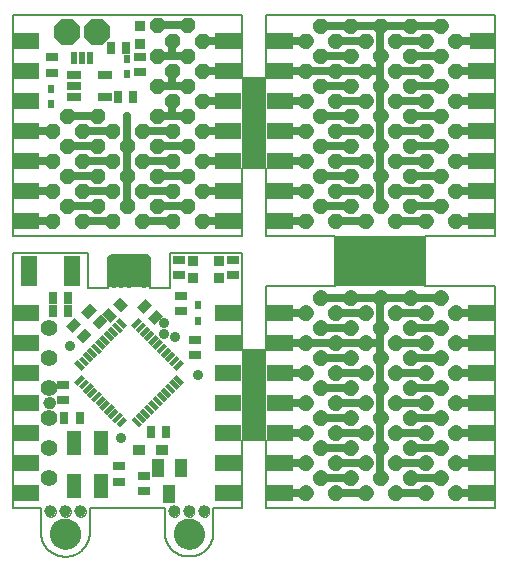
<source format=gts>
G75*
%MOIN*%
%OFA0B0*%
%FSLAX25Y25*%
%IPPOS*%
%LPD*%
%AMOC8*
5,1,8,0,0,1.08239X$1,22.5*
%
%ADD10C,0.00500*%
%ADD11C,0.00000*%
%ADD12C,0.10243*%
%ADD13C,0.03943*%
%ADD14C,0.02400*%
%ADD15C,0.02800*%
%ADD16R,0.08125X0.30000*%
%ADD17R,0.30000X0.16875*%
%ADD18R,0.03156X0.03943*%
%ADD19R,0.03943X0.03156*%
%ADD20R,0.03550X0.03550*%
%ADD21R,0.04337X0.03550*%
%ADD22R,0.04337X0.05912*%
%ADD23R,0.03550X0.01581*%
%ADD24R,0.04731X0.07880*%
%ADD25R,0.01778X0.11424*%
%ADD26R,0.01778X0.10636*%
%ADD27R,0.13780X0.11024*%
%ADD28C,0.03550*%
%ADD29C,0.05518*%
%ADD30R,0.09062X0.05625*%
%ADD31R,0.02369X0.03156*%
%ADD32R,0.05400X0.10400*%
%ADD33R,0.05124X0.02565*%
%ADD34R,0.02400X0.03900*%
%ADD35OC8,0.08900*%
D10*
X0012550Y0010080D02*
X0012550Y0017580D01*
X0003175Y0017580D01*
X0003175Y0102541D01*
X0028175Y0102541D01*
X0028175Y0090705D01*
X0035050Y0090705D01*
X0035050Y0100901D01*
X0036027Y0101877D01*
X0047823Y0101877D01*
X0048800Y0100901D01*
X0048800Y0090705D01*
X0055675Y0090705D01*
X0055675Y0102580D01*
X0079425Y0102580D01*
X0079425Y0070080D01*
X0087550Y0070080D01*
X0087550Y0091330D01*
X0110675Y0091330D01*
X0110675Y0108205D01*
X0087550Y0108205D01*
X0087550Y0130705D01*
X0079425Y0130705D01*
X0079425Y0108205D01*
X0003175Y0108205D01*
X0003175Y0181955D01*
X0079425Y0181955D01*
X0079425Y0160705D01*
X0087550Y0160705D01*
X0087550Y0181955D01*
X0163800Y0181955D01*
X0163800Y0108205D01*
X0140675Y0108205D01*
X0140675Y0091330D01*
X0163800Y0091330D01*
X0163800Y0017580D01*
X0087550Y0017580D01*
X0087550Y0040080D01*
X0079425Y0040080D01*
X0079425Y0017580D01*
X0070050Y0017580D01*
X0070050Y0008830D01*
X0070032Y0008632D01*
X0070010Y0008435D01*
X0069983Y0008239D01*
X0069951Y0008043D01*
X0069914Y0007848D01*
X0069872Y0007654D01*
X0069826Y0007461D01*
X0069775Y0007269D01*
X0069720Y0007078D01*
X0069660Y0006889D01*
X0069595Y0006702D01*
X0069525Y0006516D01*
X0069452Y0006331D01*
X0069373Y0006149D01*
X0069291Y0005969D01*
X0069204Y0005790D01*
X0069112Y0005614D01*
X0069016Y0005440D01*
X0068917Y0005269D01*
X0068813Y0005100D01*
X0068705Y0004933D01*
X0068592Y0004770D01*
X0068476Y0004609D01*
X0068356Y0004451D01*
X0068233Y0004296D01*
X0068105Y0004143D01*
X0067974Y0003995D01*
X0067839Y0003849D01*
X0067701Y0003706D01*
X0067559Y0003568D01*
X0067414Y0003432D01*
X0067266Y0003300D01*
X0067114Y0003172D01*
X0066960Y0003047D01*
X0066802Y0002927D01*
X0066642Y0002810D01*
X0066479Y0002697D01*
X0066313Y0002588D01*
X0066144Y0002483D01*
X0065973Y0002383D01*
X0065800Y0002286D01*
X0065624Y0002194D01*
X0065446Y0002106D01*
X0065266Y0002022D01*
X0065084Y0001943D01*
X0064900Y0001869D01*
X0064715Y0001798D01*
X0064528Y0001733D01*
X0064339Y0001672D01*
X0064148Y0001615D01*
X0063957Y0001563D01*
X0063764Y0001516D01*
X0063570Y0001474D01*
X0063375Y0001436D01*
X0063180Y0001403D01*
X0062983Y0001375D01*
X0062786Y0001352D01*
X0062589Y0001333D01*
X0062391Y0001319D01*
X0062192Y0001310D01*
X0061994Y0001306D01*
X0061796Y0001307D01*
X0061597Y0001313D01*
X0061399Y0001323D01*
X0061201Y0001338D01*
X0061004Y0001358D01*
X0060807Y0001383D01*
X0060611Y0001413D01*
X0060415Y0001447D01*
X0060221Y0001486D01*
X0060027Y0001530D01*
X0059835Y0001579D01*
X0059643Y0001632D01*
X0059454Y0001690D01*
X0059265Y0001752D01*
X0059078Y0001819D01*
X0058893Y0001891D01*
X0058710Y0001967D01*
X0058529Y0002047D01*
X0058349Y0002132D01*
X0058172Y0002222D01*
X0057997Y0002315D01*
X0057824Y0002413D01*
X0057654Y0002515D01*
X0057486Y0002621D01*
X0057321Y0002731D01*
X0057159Y0002845D01*
X0056999Y0002963D01*
X0056843Y0003085D01*
X0056689Y0003211D01*
X0056539Y0003340D01*
X0056391Y0003473D01*
X0056247Y0003610D01*
X0056107Y0003750D01*
X0055969Y0003893D01*
X0055836Y0004040D01*
X0055706Y0004189D01*
X0055579Y0004342D01*
X0055457Y0004499D01*
X0055338Y0004657D01*
X0055223Y0004819D01*
X0055112Y0004984D01*
X0055005Y0005151D01*
X0054903Y0005321D01*
X0054804Y0005493D01*
X0054710Y0005668D01*
X0054619Y0005845D01*
X0054534Y0006024D01*
X0054452Y0006205D01*
X0054375Y0006387D01*
X0054303Y0006572D01*
X0054235Y0006759D01*
X0054172Y0006947D01*
X0054113Y0007136D01*
X0054059Y0007327D01*
X0054009Y0007519D01*
X0053964Y0007713D01*
X0053924Y0007907D01*
X0053889Y0008102D01*
X0053858Y0008298D01*
X0053833Y0008495D01*
X0053812Y0008693D01*
X0053796Y0008890D01*
X0053784Y0009088D01*
X0053778Y0009287D01*
X0053776Y0009485D01*
X0053779Y0009684D01*
X0053787Y0009882D01*
X0053800Y0010080D01*
X0053800Y0017580D01*
X0028800Y0017580D01*
X0028800Y0010080D01*
X0028814Y0009881D01*
X0028823Y0009681D01*
X0028828Y0009482D01*
X0028827Y0009282D01*
X0028822Y0009082D01*
X0028811Y0008883D01*
X0028796Y0008683D01*
X0028776Y0008485D01*
X0028751Y0008286D01*
X0028721Y0008089D01*
X0028687Y0007892D01*
X0028647Y0007696D01*
X0028603Y0007502D01*
X0028554Y0007308D01*
X0028500Y0007115D01*
X0028442Y0006924D01*
X0028379Y0006735D01*
X0028311Y0006547D01*
X0028239Y0006361D01*
X0028162Y0006176D01*
X0028081Y0005994D01*
X0027995Y0005813D01*
X0027905Y0005635D01*
X0027811Y0005459D01*
X0027712Y0005285D01*
X0027609Y0005114D01*
X0027502Y0004946D01*
X0027390Y0004780D01*
X0027275Y0004617D01*
X0027156Y0004456D01*
X0027033Y0004299D01*
X0026906Y0004145D01*
X0026775Y0003994D01*
X0026641Y0003846D01*
X0026503Y0003701D01*
X0026361Y0003560D01*
X0026216Y0003423D01*
X0026068Y0003289D01*
X0025917Y0003158D01*
X0025762Y0003032D01*
X0025605Y0002909D01*
X0025444Y0002790D01*
X0025281Y0002676D01*
X0025114Y0002565D01*
X0024946Y0002458D01*
X0024774Y0002355D01*
X0024600Y0002257D01*
X0024424Y0002163D01*
X0024245Y0002073D01*
X0024065Y0001988D01*
X0023882Y0001907D01*
X0023698Y0001831D01*
X0023511Y0001759D01*
X0023323Y0001692D01*
X0023133Y0001629D01*
X0022942Y0001572D01*
X0022750Y0001518D01*
X0022556Y0001470D01*
X0022361Y0001426D01*
X0022165Y0001387D01*
X0021968Y0001353D01*
X0021770Y0001324D01*
X0021572Y0001300D01*
X0021373Y0001280D01*
X0021174Y0001265D01*
X0020975Y0001256D01*
X0020775Y0001251D01*
X0020575Y0001251D01*
X0020375Y0001256D01*
X0020176Y0001265D01*
X0019977Y0001280D01*
X0019778Y0001300D01*
X0019580Y0001324D01*
X0019382Y0001353D01*
X0019185Y0001387D01*
X0018989Y0001426D01*
X0018794Y0001470D01*
X0018600Y0001518D01*
X0018408Y0001572D01*
X0018217Y0001629D01*
X0018027Y0001692D01*
X0017839Y0001759D01*
X0017652Y0001831D01*
X0017468Y0001907D01*
X0017285Y0001988D01*
X0017105Y0002073D01*
X0016926Y0002163D01*
X0016750Y0002257D01*
X0016576Y0002355D01*
X0016404Y0002458D01*
X0016236Y0002565D01*
X0016069Y0002676D01*
X0015906Y0002790D01*
X0015745Y0002909D01*
X0015588Y0003032D01*
X0015433Y0003158D01*
X0015282Y0003289D01*
X0015134Y0003423D01*
X0014989Y0003560D01*
X0014847Y0003701D01*
X0014709Y0003846D01*
X0014575Y0003994D01*
X0014444Y0004145D01*
X0014317Y0004299D01*
X0014194Y0004456D01*
X0014075Y0004617D01*
X0013960Y0004780D01*
X0013848Y0004946D01*
X0013741Y0005114D01*
X0013638Y0005285D01*
X0013539Y0005459D01*
X0013445Y0005635D01*
X0013355Y0005813D01*
X0013269Y0005994D01*
X0013188Y0006176D01*
X0013111Y0006361D01*
X0013039Y0006547D01*
X0012971Y0006735D01*
X0012908Y0006924D01*
X0012850Y0007115D01*
X0012796Y0007308D01*
X0012747Y0007502D01*
X0012703Y0007696D01*
X0012663Y0007892D01*
X0012629Y0008089D01*
X0012599Y0008286D01*
X0012574Y0008485D01*
X0012554Y0008683D01*
X0012539Y0008883D01*
X0012528Y0009082D01*
X0012523Y0009282D01*
X0012522Y0009482D01*
X0012527Y0009681D01*
X0012536Y0009881D01*
X0012550Y0010080D01*
D11*
X0013903Y0016330D02*
X0013905Y0016414D01*
X0013911Y0016497D01*
X0013921Y0016580D01*
X0013935Y0016663D01*
X0013952Y0016745D01*
X0013974Y0016826D01*
X0013999Y0016905D01*
X0014028Y0016984D01*
X0014061Y0017061D01*
X0014097Y0017136D01*
X0014137Y0017210D01*
X0014180Y0017282D01*
X0014227Y0017351D01*
X0014277Y0017418D01*
X0014330Y0017483D01*
X0014386Y0017545D01*
X0014444Y0017605D01*
X0014506Y0017662D01*
X0014570Y0017715D01*
X0014637Y0017766D01*
X0014706Y0017813D01*
X0014777Y0017858D01*
X0014850Y0017898D01*
X0014925Y0017935D01*
X0015002Y0017969D01*
X0015080Y0017999D01*
X0015159Y0018025D01*
X0015240Y0018048D01*
X0015322Y0018066D01*
X0015404Y0018081D01*
X0015487Y0018092D01*
X0015570Y0018099D01*
X0015654Y0018102D01*
X0015738Y0018101D01*
X0015821Y0018096D01*
X0015905Y0018087D01*
X0015987Y0018074D01*
X0016069Y0018058D01*
X0016150Y0018037D01*
X0016231Y0018013D01*
X0016309Y0017985D01*
X0016387Y0017953D01*
X0016463Y0017917D01*
X0016537Y0017878D01*
X0016609Y0017836D01*
X0016679Y0017790D01*
X0016747Y0017741D01*
X0016812Y0017689D01*
X0016875Y0017634D01*
X0016935Y0017576D01*
X0016993Y0017515D01*
X0017047Y0017451D01*
X0017099Y0017385D01*
X0017147Y0017317D01*
X0017192Y0017246D01*
X0017233Y0017173D01*
X0017272Y0017099D01*
X0017306Y0017023D01*
X0017337Y0016945D01*
X0017364Y0016866D01*
X0017388Y0016785D01*
X0017407Y0016704D01*
X0017423Y0016622D01*
X0017435Y0016539D01*
X0017443Y0016455D01*
X0017447Y0016372D01*
X0017447Y0016288D01*
X0017443Y0016205D01*
X0017435Y0016121D01*
X0017423Y0016038D01*
X0017407Y0015956D01*
X0017388Y0015875D01*
X0017364Y0015794D01*
X0017337Y0015715D01*
X0017306Y0015637D01*
X0017272Y0015561D01*
X0017233Y0015487D01*
X0017192Y0015414D01*
X0017147Y0015343D01*
X0017099Y0015275D01*
X0017047Y0015209D01*
X0016993Y0015145D01*
X0016935Y0015084D01*
X0016875Y0015026D01*
X0016812Y0014971D01*
X0016747Y0014919D01*
X0016679Y0014870D01*
X0016609Y0014824D01*
X0016537Y0014782D01*
X0016463Y0014743D01*
X0016387Y0014707D01*
X0016309Y0014675D01*
X0016231Y0014647D01*
X0016150Y0014623D01*
X0016069Y0014602D01*
X0015987Y0014586D01*
X0015905Y0014573D01*
X0015821Y0014564D01*
X0015738Y0014559D01*
X0015654Y0014558D01*
X0015570Y0014561D01*
X0015487Y0014568D01*
X0015404Y0014579D01*
X0015322Y0014594D01*
X0015240Y0014612D01*
X0015159Y0014635D01*
X0015080Y0014661D01*
X0015002Y0014691D01*
X0014925Y0014725D01*
X0014850Y0014762D01*
X0014777Y0014802D01*
X0014706Y0014847D01*
X0014637Y0014894D01*
X0014570Y0014945D01*
X0014506Y0014998D01*
X0014444Y0015055D01*
X0014386Y0015115D01*
X0014330Y0015177D01*
X0014277Y0015242D01*
X0014227Y0015309D01*
X0014180Y0015378D01*
X0014137Y0015450D01*
X0014097Y0015524D01*
X0014061Y0015599D01*
X0014028Y0015676D01*
X0013999Y0015755D01*
X0013974Y0015834D01*
X0013952Y0015915D01*
X0013935Y0015997D01*
X0013921Y0016080D01*
X0013911Y0016163D01*
X0013905Y0016246D01*
X0013903Y0016330D01*
X0018903Y0016330D02*
X0018905Y0016414D01*
X0018911Y0016497D01*
X0018921Y0016580D01*
X0018935Y0016663D01*
X0018952Y0016745D01*
X0018974Y0016826D01*
X0018999Y0016905D01*
X0019028Y0016984D01*
X0019061Y0017061D01*
X0019097Y0017136D01*
X0019137Y0017210D01*
X0019180Y0017282D01*
X0019227Y0017351D01*
X0019277Y0017418D01*
X0019330Y0017483D01*
X0019386Y0017545D01*
X0019444Y0017605D01*
X0019506Y0017662D01*
X0019570Y0017715D01*
X0019637Y0017766D01*
X0019706Y0017813D01*
X0019777Y0017858D01*
X0019850Y0017898D01*
X0019925Y0017935D01*
X0020002Y0017969D01*
X0020080Y0017999D01*
X0020159Y0018025D01*
X0020240Y0018048D01*
X0020322Y0018066D01*
X0020404Y0018081D01*
X0020487Y0018092D01*
X0020570Y0018099D01*
X0020654Y0018102D01*
X0020738Y0018101D01*
X0020821Y0018096D01*
X0020905Y0018087D01*
X0020987Y0018074D01*
X0021069Y0018058D01*
X0021150Y0018037D01*
X0021231Y0018013D01*
X0021309Y0017985D01*
X0021387Y0017953D01*
X0021463Y0017917D01*
X0021537Y0017878D01*
X0021609Y0017836D01*
X0021679Y0017790D01*
X0021747Y0017741D01*
X0021812Y0017689D01*
X0021875Y0017634D01*
X0021935Y0017576D01*
X0021993Y0017515D01*
X0022047Y0017451D01*
X0022099Y0017385D01*
X0022147Y0017317D01*
X0022192Y0017246D01*
X0022233Y0017173D01*
X0022272Y0017099D01*
X0022306Y0017023D01*
X0022337Y0016945D01*
X0022364Y0016866D01*
X0022388Y0016785D01*
X0022407Y0016704D01*
X0022423Y0016622D01*
X0022435Y0016539D01*
X0022443Y0016455D01*
X0022447Y0016372D01*
X0022447Y0016288D01*
X0022443Y0016205D01*
X0022435Y0016121D01*
X0022423Y0016038D01*
X0022407Y0015956D01*
X0022388Y0015875D01*
X0022364Y0015794D01*
X0022337Y0015715D01*
X0022306Y0015637D01*
X0022272Y0015561D01*
X0022233Y0015487D01*
X0022192Y0015414D01*
X0022147Y0015343D01*
X0022099Y0015275D01*
X0022047Y0015209D01*
X0021993Y0015145D01*
X0021935Y0015084D01*
X0021875Y0015026D01*
X0021812Y0014971D01*
X0021747Y0014919D01*
X0021679Y0014870D01*
X0021609Y0014824D01*
X0021537Y0014782D01*
X0021463Y0014743D01*
X0021387Y0014707D01*
X0021309Y0014675D01*
X0021231Y0014647D01*
X0021150Y0014623D01*
X0021069Y0014602D01*
X0020987Y0014586D01*
X0020905Y0014573D01*
X0020821Y0014564D01*
X0020738Y0014559D01*
X0020654Y0014558D01*
X0020570Y0014561D01*
X0020487Y0014568D01*
X0020404Y0014579D01*
X0020322Y0014594D01*
X0020240Y0014612D01*
X0020159Y0014635D01*
X0020080Y0014661D01*
X0020002Y0014691D01*
X0019925Y0014725D01*
X0019850Y0014762D01*
X0019777Y0014802D01*
X0019706Y0014847D01*
X0019637Y0014894D01*
X0019570Y0014945D01*
X0019506Y0014998D01*
X0019444Y0015055D01*
X0019386Y0015115D01*
X0019330Y0015177D01*
X0019277Y0015242D01*
X0019227Y0015309D01*
X0019180Y0015378D01*
X0019137Y0015450D01*
X0019097Y0015524D01*
X0019061Y0015599D01*
X0019028Y0015676D01*
X0018999Y0015755D01*
X0018974Y0015834D01*
X0018952Y0015915D01*
X0018935Y0015997D01*
X0018921Y0016080D01*
X0018911Y0016163D01*
X0018905Y0016246D01*
X0018903Y0016330D01*
X0023903Y0016330D02*
X0023905Y0016414D01*
X0023911Y0016497D01*
X0023921Y0016580D01*
X0023935Y0016663D01*
X0023952Y0016745D01*
X0023974Y0016826D01*
X0023999Y0016905D01*
X0024028Y0016984D01*
X0024061Y0017061D01*
X0024097Y0017136D01*
X0024137Y0017210D01*
X0024180Y0017282D01*
X0024227Y0017351D01*
X0024277Y0017418D01*
X0024330Y0017483D01*
X0024386Y0017545D01*
X0024444Y0017605D01*
X0024506Y0017662D01*
X0024570Y0017715D01*
X0024637Y0017766D01*
X0024706Y0017813D01*
X0024777Y0017858D01*
X0024850Y0017898D01*
X0024925Y0017935D01*
X0025002Y0017969D01*
X0025080Y0017999D01*
X0025159Y0018025D01*
X0025240Y0018048D01*
X0025322Y0018066D01*
X0025404Y0018081D01*
X0025487Y0018092D01*
X0025570Y0018099D01*
X0025654Y0018102D01*
X0025738Y0018101D01*
X0025821Y0018096D01*
X0025905Y0018087D01*
X0025987Y0018074D01*
X0026069Y0018058D01*
X0026150Y0018037D01*
X0026231Y0018013D01*
X0026309Y0017985D01*
X0026387Y0017953D01*
X0026463Y0017917D01*
X0026537Y0017878D01*
X0026609Y0017836D01*
X0026679Y0017790D01*
X0026747Y0017741D01*
X0026812Y0017689D01*
X0026875Y0017634D01*
X0026935Y0017576D01*
X0026993Y0017515D01*
X0027047Y0017451D01*
X0027099Y0017385D01*
X0027147Y0017317D01*
X0027192Y0017246D01*
X0027233Y0017173D01*
X0027272Y0017099D01*
X0027306Y0017023D01*
X0027337Y0016945D01*
X0027364Y0016866D01*
X0027388Y0016785D01*
X0027407Y0016704D01*
X0027423Y0016622D01*
X0027435Y0016539D01*
X0027443Y0016455D01*
X0027447Y0016372D01*
X0027447Y0016288D01*
X0027443Y0016205D01*
X0027435Y0016121D01*
X0027423Y0016038D01*
X0027407Y0015956D01*
X0027388Y0015875D01*
X0027364Y0015794D01*
X0027337Y0015715D01*
X0027306Y0015637D01*
X0027272Y0015561D01*
X0027233Y0015487D01*
X0027192Y0015414D01*
X0027147Y0015343D01*
X0027099Y0015275D01*
X0027047Y0015209D01*
X0026993Y0015145D01*
X0026935Y0015084D01*
X0026875Y0015026D01*
X0026812Y0014971D01*
X0026747Y0014919D01*
X0026679Y0014870D01*
X0026609Y0014824D01*
X0026537Y0014782D01*
X0026463Y0014743D01*
X0026387Y0014707D01*
X0026309Y0014675D01*
X0026231Y0014647D01*
X0026150Y0014623D01*
X0026069Y0014602D01*
X0025987Y0014586D01*
X0025905Y0014573D01*
X0025821Y0014564D01*
X0025738Y0014559D01*
X0025654Y0014558D01*
X0025570Y0014561D01*
X0025487Y0014568D01*
X0025404Y0014579D01*
X0025322Y0014594D01*
X0025240Y0014612D01*
X0025159Y0014635D01*
X0025080Y0014661D01*
X0025002Y0014691D01*
X0024925Y0014725D01*
X0024850Y0014762D01*
X0024777Y0014802D01*
X0024706Y0014847D01*
X0024637Y0014894D01*
X0024570Y0014945D01*
X0024506Y0014998D01*
X0024444Y0015055D01*
X0024386Y0015115D01*
X0024330Y0015177D01*
X0024277Y0015242D01*
X0024227Y0015309D01*
X0024180Y0015378D01*
X0024137Y0015450D01*
X0024097Y0015524D01*
X0024061Y0015599D01*
X0024028Y0015676D01*
X0023999Y0015755D01*
X0023974Y0015834D01*
X0023952Y0015915D01*
X0023935Y0015997D01*
X0023921Y0016080D01*
X0023911Y0016163D01*
X0023905Y0016246D01*
X0023903Y0016330D01*
X0015754Y0008830D02*
X0015756Y0008970D01*
X0015762Y0009110D01*
X0015772Y0009249D01*
X0015786Y0009388D01*
X0015804Y0009527D01*
X0015825Y0009665D01*
X0015851Y0009803D01*
X0015881Y0009940D01*
X0015914Y0010075D01*
X0015952Y0010210D01*
X0015993Y0010344D01*
X0016038Y0010477D01*
X0016086Y0010608D01*
X0016139Y0010737D01*
X0016195Y0010866D01*
X0016254Y0010992D01*
X0016318Y0011117D01*
X0016384Y0011240D01*
X0016455Y0011361D01*
X0016528Y0011480D01*
X0016605Y0011597D01*
X0016686Y0011711D01*
X0016769Y0011823D01*
X0016856Y0011933D01*
X0016946Y0012041D01*
X0017038Y0012145D01*
X0017134Y0012247D01*
X0017233Y0012347D01*
X0017334Y0012443D01*
X0017438Y0012537D01*
X0017545Y0012627D01*
X0017654Y0012714D01*
X0017766Y0012799D01*
X0017880Y0012880D01*
X0017996Y0012958D01*
X0018114Y0013032D01*
X0018235Y0013103D01*
X0018357Y0013171D01*
X0018482Y0013235D01*
X0018608Y0013296D01*
X0018735Y0013353D01*
X0018865Y0013406D01*
X0018996Y0013456D01*
X0019128Y0013501D01*
X0019261Y0013544D01*
X0019396Y0013582D01*
X0019531Y0013616D01*
X0019668Y0013647D01*
X0019805Y0013674D01*
X0019943Y0013696D01*
X0020082Y0013715D01*
X0020221Y0013730D01*
X0020360Y0013741D01*
X0020500Y0013748D01*
X0020640Y0013751D01*
X0020780Y0013750D01*
X0020920Y0013745D01*
X0021059Y0013736D01*
X0021199Y0013723D01*
X0021338Y0013706D01*
X0021476Y0013685D01*
X0021614Y0013661D01*
X0021751Y0013632D01*
X0021887Y0013600D01*
X0022022Y0013563D01*
X0022156Y0013523D01*
X0022289Y0013479D01*
X0022420Y0013431D01*
X0022550Y0013380D01*
X0022679Y0013325D01*
X0022806Y0013266D01*
X0022931Y0013203D01*
X0023054Y0013138D01*
X0023176Y0013068D01*
X0023295Y0012995D01*
X0023413Y0012919D01*
X0023528Y0012840D01*
X0023641Y0012757D01*
X0023751Y0012671D01*
X0023859Y0012582D01*
X0023964Y0012490D01*
X0024067Y0012395D01*
X0024167Y0012297D01*
X0024264Y0012197D01*
X0024358Y0012093D01*
X0024450Y0011987D01*
X0024538Y0011879D01*
X0024623Y0011768D01*
X0024705Y0011654D01*
X0024784Y0011538D01*
X0024859Y0011421D01*
X0024931Y0011301D01*
X0024999Y0011179D01*
X0025064Y0011055D01*
X0025126Y0010929D01*
X0025184Y0010802D01*
X0025238Y0010673D01*
X0025289Y0010542D01*
X0025335Y0010410D01*
X0025378Y0010277D01*
X0025418Y0010143D01*
X0025453Y0010008D01*
X0025485Y0009871D01*
X0025512Y0009734D01*
X0025536Y0009596D01*
X0025556Y0009458D01*
X0025572Y0009319D01*
X0025584Y0009179D01*
X0025592Y0009040D01*
X0025596Y0008900D01*
X0025596Y0008760D01*
X0025592Y0008620D01*
X0025584Y0008481D01*
X0025572Y0008341D01*
X0025556Y0008202D01*
X0025536Y0008064D01*
X0025512Y0007926D01*
X0025485Y0007789D01*
X0025453Y0007652D01*
X0025418Y0007517D01*
X0025378Y0007383D01*
X0025335Y0007250D01*
X0025289Y0007118D01*
X0025238Y0006987D01*
X0025184Y0006858D01*
X0025126Y0006731D01*
X0025064Y0006605D01*
X0024999Y0006481D01*
X0024931Y0006359D01*
X0024859Y0006239D01*
X0024784Y0006122D01*
X0024705Y0006006D01*
X0024623Y0005892D01*
X0024538Y0005781D01*
X0024450Y0005673D01*
X0024358Y0005567D01*
X0024264Y0005463D01*
X0024167Y0005363D01*
X0024067Y0005265D01*
X0023964Y0005170D01*
X0023859Y0005078D01*
X0023751Y0004989D01*
X0023641Y0004903D01*
X0023528Y0004820D01*
X0023413Y0004741D01*
X0023295Y0004665D01*
X0023176Y0004592D01*
X0023054Y0004522D01*
X0022931Y0004457D01*
X0022806Y0004394D01*
X0022679Y0004335D01*
X0022550Y0004280D01*
X0022420Y0004229D01*
X0022289Y0004181D01*
X0022156Y0004137D01*
X0022022Y0004097D01*
X0021887Y0004060D01*
X0021751Y0004028D01*
X0021614Y0003999D01*
X0021476Y0003975D01*
X0021338Y0003954D01*
X0021199Y0003937D01*
X0021059Y0003924D01*
X0020920Y0003915D01*
X0020780Y0003910D01*
X0020640Y0003909D01*
X0020500Y0003912D01*
X0020360Y0003919D01*
X0020221Y0003930D01*
X0020082Y0003945D01*
X0019943Y0003964D01*
X0019805Y0003986D01*
X0019668Y0004013D01*
X0019531Y0004044D01*
X0019396Y0004078D01*
X0019261Y0004116D01*
X0019128Y0004159D01*
X0018996Y0004204D01*
X0018865Y0004254D01*
X0018735Y0004307D01*
X0018608Y0004364D01*
X0018482Y0004425D01*
X0018357Y0004489D01*
X0018235Y0004557D01*
X0018114Y0004628D01*
X0017996Y0004702D01*
X0017880Y0004780D01*
X0017766Y0004861D01*
X0017654Y0004946D01*
X0017545Y0005033D01*
X0017438Y0005123D01*
X0017334Y0005217D01*
X0017233Y0005313D01*
X0017134Y0005413D01*
X0017038Y0005515D01*
X0016946Y0005619D01*
X0016856Y0005727D01*
X0016769Y0005837D01*
X0016686Y0005949D01*
X0016605Y0006063D01*
X0016528Y0006180D01*
X0016455Y0006299D01*
X0016384Y0006420D01*
X0016318Y0006543D01*
X0016254Y0006668D01*
X0016195Y0006794D01*
X0016139Y0006923D01*
X0016086Y0007052D01*
X0016038Y0007183D01*
X0015993Y0007316D01*
X0015952Y0007450D01*
X0015914Y0007585D01*
X0015881Y0007720D01*
X0015851Y0007857D01*
X0015825Y0007995D01*
X0015804Y0008133D01*
X0015786Y0008272D01*
X0015772Y0008411D01*
X0015762Y0008550D01*
X0015756Y0008690D01*
X0015754Y0008830D01*
X0013590Y0052580D02*
X0013592Y0052664D01*
X0013598Y0052747D01*
X0013608Y0052830D01*
X0013622Y0052913D01*
X0013639Y0052995D01*
X0013661Y0053076D01*
X0013686Y0053155D01*
X0013715Y0053234D01*
X0013748Y0053311D01*
X0013784Y0053386D01*
X0013824Y0053460D01*
X0013867Y0053532D01*
X0013914Y0053601D01*
X0013964Y0053668D01*
X0014017Y0053733D01*
X0014073Y0053795D01*
X0014131Y0053855D01*
X0014193Y0053912D01*
X0014257Y0053965D01*
X0014324Y0054016D01*
X0014393Y0054063D01*
X0014464Y0054108D01*
X0014537Y0054148D01*
X0014612Y0054185D01*
X0014689Y0054219D01*
X0014767Y0054249D01*
X0014846Y0054275D01*
X0014927Y0054298D01*
X0015009Y0054316D01*
X0015091Y0054331D01*
X0015174Y0054342D01*
X0015257Y0054349D01*
X0015341Y0054352D01*
X0015425Y0054351D01*
X0015508Y0054346D01*
X0015592Y0054337D01*
X0015674Y0054324D01*
X0015756Y0054308D01*
X0015837Y0054287D01*
X0015918Y0054263D01*
X0015996Y0054235D01*
X0016074Y0054203D01*
X0016150Y0054167D01*
X0016224Y0054128D01*
X0016296Y0054086D01*
X0016366Y0054040D01*
X0016434Y0053991D01*
X0016499Y0053939D01*
X0016562Y0053884D01*
X0016622Y0053826D01*
X0016680Y0053765D01*
X0016734Y0053701D01*
X0016786Y0053635D01*
X0016834Y0053567D01*
X0016879Y0053496D01*
X0016920Y0053423D01*
X0016959Y0053349D01*
X0016993Y0053273D01*
X0017024Y0053195D01*
X0017051Y0053116D01*
X0017075Y0053035D01*
X0017094Y0052954D01*
X0017110Y0052872D01*
X0017122Y0052789D01*
X0017130Y0052705D01*
X0017134Y0052622D01*
X0017134Y0052538D01*
X0017130Y0052455D01*
X0017122Y0052371D01*
X0017110Y0052288D01*
X0017094Y0052206D01*
X0017075Y0052125D01*
X0017051Y0052044D01*
X0017024Y0051965D01*
X0016993Y0051887D01*
X0016959Y0051811D01*
X0016920Y0051737D01*
X0016879Y0051664D01*
X0016834Y0051593D01*
X0016786Y0051525D01*
X0016734Y0051459D01*
X0016680Y0051395D01*
X0016622Y0051334D01*
X0016562Y0051276D01*
X0016499Y0051221D01*
X0016434Y0051169D01*
X0016366Y0051120D01*
X0016296Y0051074D01*
X0016224Y0051032D01*
X0016150Y0050993D01*
X0016074Y0050957D01*
X0015996Y0050925D01*
X0015918Y0050897D01*
X0015837Y0050873D01*
X0015756Y0050852D01*
X0015674Y0050836D01*
X0015592Y0050823D01*
X0015508Y0050814D01*
X0015425Y0050809D01*
X0015341Y0050808D01*
X0015257Y0050811D01*
X0015174Y0050818D01*
X0015091Y0050829D01*
X0015009Y0050844D01*
X0014927Y0050862D01*
X0014846Y0050885D01*
X0014767Y0050911D01*
X0014689Y0050941D01*
X0014612Y0050975D01*
X0014537Y0051012D01*
X0014464Y0051052D01*
X0014393Y0051097D01*
X0014324Y0051144D01*
X0014257Y0051195D01*
X0014193Y0051248D01*
X0014131Y0051305D01*
X0014073Y0051365D01*
X0014017Y0051427D01*
X0013964Y0051492D01*
X0013914Y0051559D01*
X0013867Y0051628D01*
X0013824Y0051700D01*
X0013784Y0051774D01*
X0013748Y0051849D01*
X0013715Y0051926D01*
X0013686Y0052005D01*
X0013661Y0052084D01*
X0013639Y0052165D01*
X0013622Y0052247D01*
X0013608Y0052330D01*
X0013598Y0052413D01*
X0013592Y0052496D01*
X0013590Y0052580D01*
X0055153Y0016330D02*
X0055155Y0016414D01*
X0055161Y0016497D01*
X0055171Y0016580D01*
X0055185Y0016663D01*
X0055202Y0016745D01*
X0055224Y0016826D01*
X0055249Y0016905D01*
X0055278Y0016984D01*
X0055311Y0017061D01*
X0055347Y0017136D01*
X0055387Y0017210D01*
X0055430Y0017282D01*
X0055477Y0017351D01*
X0055527Y0017418D01*
X0055580Y0017483D01*
X0055636Y0017545D01*
X0055694Y0017605D01*
X0055756Y0017662D01*
X0055820Y0017715D01*
X0055887Y0017766D01*
X0055956Y0017813D01*
X0056027Y0017858D01*
X0056100Y0017898D01*
X0056175Y0017935D01*
X0056252Y0017969D01*
X0056330Y0017999D01*
X0056409Y0018025D01*
X0056490Y0018048D01*
X0056572Y0018066D01*
X0056654Y0018081D01*
X0056737Y0018092D01*
X0056820Y0018099D01*
X0056904Y0018102D01*
X0056988Y0018101D01*
X0057071Y0018096D01*
X0057155Y0018087D01*
X0057237Y0018074D01*
X0057319Y0018058D01*
X0057400Y0018037D01*
X0057481Y0018013D01*
X0057559Y0017985D01*
X0057637Y0017953D01*
X0057713Y0017917D01*
X0057787Y0017878D01*
X0057859Y0017836D01*
X0057929Y0017790D01*
X0057997Y0017741D01*
X0058062Y0017689D01*
X0058125Y0017634D01*
X0058185Y0017576D01*
X0058243Y0017515D01*
X0058297Y0017451D01*
X0058349Y0017385D01*
X0058397Y0017317D01*
X0058442Y0017246D01*
X0058483Y0017173D01*
X0058522Y0017099D01*
X0058556Y0017023D01*
X0058587Y0016945D01*
X0058614Y0016866D01*
X0058638Y0016785D01*
X0058657Y0016704D01*
X0058673Y0016622D01*
X0058685Y0016539D01*
X0058693Y0016455D01*
X0058697Y0016372D01*
X0058697Y0016288D01*
X0058693Y0016205D01*
X0058685Y0016121D01*
X0058673Y0016038D01*
X0058657Y0015956D01*
X0058638Y0015875D01*
X0058614Y0015794D01*
X0058587Y0015715D01*
X0058556Y0015637D01*
X0058522Y0015561D01*
X0058483Y0015487D01*
X0058442Y0015414D01*
X0058397Y0015343D01*
X0058349Y0015275D01*
X0058297Y0015209D01*
X0058243Y0015145D01*
X0058185Y0015084D01*
X0058125Y0015026D01*
X0058062Y0014971D01*
X0057997Y0014919D01*
X0057929Y0014870D01*
X0057859Y0014824D01*
X0057787Y0014782D01*
X0057713Y0014743D01*
X0057637Y0014707D01*
X0057559Y0014675D01*
X0057481Y0014647D01*
X0057400Y0014623D01*
X0057319Y0014602D01*
X0057237Y0014586D01*
X0057155Y0014573D01*
X0057071Y0014564D01*
X0056988Y0014559D01*
X0056904Y0014558D01*
X0056820Y0014561D01*
X0056737Y0014568D01*
X0056654Y0014579D01*
X0056572Y0014594D01*
X0056490Y0014612D01*
X0056409Y0014635D01*
X0056330Y0014661D01*
X0056252Y0014691D01*
X0056175Y0014725D01*
X0056100Y0014762D01*
X0056027Y0014802D01*
X0055956Y0014847D01*
X0055887Y0014894D01*
X0055820Y0014945D01*
X0055756Y0014998D01*
X0055694Y0015055D01*
X0055636Y0015115D01*
X0055580Y0015177D01*
X0055527Y0015242D01*
X0055477Y0015309D01*
X0055430Y0015378D01*
X0055387Y0015450D01*
X0055347Y0015524D01*
X0055311Y0015599D01*
X0055278Y0015676D01*
X0055249Y0015755D01*
X0055224Y0015834D01*
X0055202Y0015915D01*
X0055185Y0015997D01*
X0055171Y0016080D01*
X0055161Y0016163D01*
X0055155Y0016246D01*
X0055153Y0016330D01*
X0060153Y0016330D02*
X0060155Y0016414D01*
X0060161Y0016497D01*
X0060171Y0016580D01*
X0060185Y0016663D01*
X0060202Y0016745D01*
X0060224Y0016826D01*
X0060249Y0016905D01*
X0060278Y0016984D01*
X0060311Y0017061D01*
X0060347Y0017136D01*
X0060387Y0017210D01*
X0060430Y0017282D01*
X0060477Y0017351D01*
X0060527Y0017418D01*
X0060580Y0017483D01*
X0060636Y0017545D01*
X0060694Y0017605D01*
X0060756Y0017662D01*
X0060820Y0017715D01*
X0060887Y0017766D01*
X0060956Y0017813D01*
X0061027Y0017858D01*
X0061100Y0017898D01*
X0061175Y0017935D01*
X0061252Y0017969D01*
X0061330Y0017999D01*
X0061409Y0018025D01*
X0061490Y0018048D01*
X0061572Y0018066D01*
X0061654Y0018081D01*
X0061737Y0018092D01*
X0061820Y0018099D01*
X0061904Y0018102D01*
X0061988Y0018101D01*
X0062071Y0018096D01*
X0062155Y0018087D01*
X0062237Y0018074D01*
X0062319Y0018058D01*
X0062400Y0018037D01*
X0062481Y0018013D01*
X0062559Y0017985D01*
X0062637Y0017953D01*
X0062713Y0017917D01*
X0062787Y0017878D01*
X0062859Y0017836D01*
X0062929Y0017790D01*
X0062997Y0017741D01*
X0063062Y0017689D01*
X0063125Y0017634D01*
X0063185Y0017576D01*
X0063243Y0017515D01*
X0063297Y0017451D01*
X0063349Y0017385D01*
X0063397Y0017317D01*
X0063442Y0017246D01*
X0063483Y0017173D01*
X0063522Y0017099D01*
X0063556Y0017023D01*
X0063587Y0016945D01*
X0063614Y0016866D01*
X0063638Y0016785D01*
X0063657Y0016704D01*
X0063673Y0016622D01*
X0063685Y0016539D01*
X0063693Y0016455D01*
X0063697Y0016372D01*
X0063697Y0016288D01*
X0063693Y0016205D01*
X0063685Y0016121D01*
X0063673Y0016038D01*
X0063657Y0015956D01*
X0063638Y0015875D01*
X0063614Y0015794D01*
X0063587Y0015715D01*
X0063556Y0015637D01*
X0063522Y0015561D01*
X0063483Y0015487D01*
X0063442Y0015414D01*
X0063397Y0015343D01*
X0063349Y0015275D01*
X0063297Y0015209D01*
X0063243Y0015145D01*
X0063185Y0015084D01*
X0063125Y0015026D01*
X0063062Y0014971D01*
X0062997Y0014919D01*
X0062929Y0014870D01*
X0062859Y0014824D01*
X0062787Y0014782D01*
X0062713Y0014743D01*
X0062637Y0014707D01*
X0062559Y0014675D01*
X0062481Y0014647D01*
X0062400Y0014623D01*
X0062319Y0014602D01*
X0062237Y0014586D01*
X0062155Y0014573D01*
X0062071Y0014564D01*
X0061988Y0014559D01*
X0061904Y0014558D01*
X0061820Y0014561D01*
X0061737Y0014568D01*
X0061654Y0014579D01*
X0061572Y0014594D01*
X0061490Y0014612D01*
X0061409Y0014635D01*
X0061330Y0014661D01*
X0061252Y0014691D01*
X0061175Y0014725D01*
X0061100Y0014762D01*
X0061027Y0014802D01*
X0060956Y0014847D01*
X0060887Y0014894D01*
X0060820Y0014945D01*
X0060756Y0014998D01*
X0060694Y0015055D01*
X0060636Y0015115D01*
X0060580Y0015177D01*
X0060527Y0015242D01*
X0060477Y0015309D01*
X0060430Y0015378D01*
X0060387Y0015450D01*
X0060347Y0015524D01*
X0060311Y0015599D01*
X0060278Y0015676D01*
X0060249Y0015755D01*
X0060224Y0015834D01*
X0060202Y0015915D01*
X0060185Y0015997D01*
X0060171Y0016080D01*
X0060161Y0016163D01*
X0060155Y0016246D01*
X0060153Y0016330D01*
X0057004Y0008830D02*
X0057006Y0008970D01*
X0057012Y0009110D01*
X0057022Y0009249D01*
X0057036Y0009388D01*
X0057054Y0009527D01*
X0057075Y0009665D01*
X0057101Y0009803D01*
X0057131Y0009940D01*
X0057164Y0010075D01*
X0057202Y0010210D01*
X0057243Y0010344D01*
X0057288Y0010477D01*
X0057336Y0010608D01*
X0057389Y0010737D01*
X0057445Y0010866D01*
X0057504Y0010992D01*
X0057568Y0011117D01*
X0057634Y0011240D01*
X0057705Y0011361D01*
X0057778Y0011480D01*
X0057855Y0011597D01*
X0057936Y0011711D01*
X0058019Y0011823D01*
X0058106Y0011933D01*
X0058196Y0012041D01*
X0058288Y0012145D01*
X0058384Y0012247D01*
X0058483Y0012347D01*
X0058584Y0012443D01*
X0058688Y0012537D01*
X0058795Y0012627D01*
X0058904Y0012714D01*
X0059016Y0012799D01*
X0059130Y0012880D01*
X0059246Y0012958D01*
X0059364Y0013032D01*
X0059485Y0013103D01*
X0059607Y0013171D01*
X0059732Y0013235D01*
X0059858Y0013296D01*
X0059985Y0013353D01*
X0060115Y0013406D01*
X0060246Y0013456D01*
X0060378Y0013501D01*
X0060511Y0013544D01*
X0060646Y0013582D01*
X0060781Y0013616D01*
X0060918Y0013647D01*
X0061055Y0013674D01*
X0061193Y0013696D01*
X0061332Y0013715D01*
X0061471Y0013730D01*
X0061610Y0013741D01*
X0061750Y0013748D01*
X0061890Y0013751D01*
X0062030Y0013750D01*
X0062170Y0013745D01*
X0062309Y0013736D01*
X0062449Y0013723D01*
X0062588Y0013706D01*
X0062726Y0013685D01*
X0062864Y0013661D01*
X0063001Y0013632D01*
X0063137Y0013600D01*
X0063272Y0013563D01*
X0063406Y0013523D01*
X0063539Y0013479D01*
X0063670Y0013431D01*
X0063800Y0013380D01*
X0063929Y0013325D01*
X0064056Y0013266D01*
X0064181Y0013203D01*
X0064304Y0013138D01*
X0064426Y0013068D01*
X0064545Y0012995D01*
X0064663Y0012919D01*
X0064778Y0012840D01*
X0064891Y0012757D01*
X0065001Y0012671D01*
X0065109Y0012582D01*
X0065214Y0012490D01*
X0065317Y0012395D01*
X0065417Y0012297D01*
X0065514Y0012197D01*
X0065608Y0012093D01*
X0065700Y0011987D01*
X0065788Y0011879D01*
X0065873Y0011768D01*
X0065955Y0011654D01*
X0066034Y0011538D01*
X0066109Y0011421D01*
X0066181Y0011301D01*
X0066249Y0011179D01*
X0066314Y0011055D01*
X0066376Y0010929D01*
X0066434Y0010802D01*
X0066488Y0010673D01*
X0066539Y0010542D01*
X0066585Y0010410D01*
X0066628Y0010277D01*
X0066668Y0010143D01*
X0066703Y0010008D01*
X0066735Y0009871D01*
X0066762Y0009734D01*
X0066786Y0009596D01*
X0066806Y0009458D01*
X0066822Y0009319D01*
X0066834Y0009179D01*
X0066842Y0009040D01*
X0066846Y0008900D01*
X0066846Y0008760D01*
X0066842Y0008620D01*
X0066834Y0008481D01*
X0066822Y0008341D01*
X0066806Y0008202D01*
X0066786Y0008064D01*
X0066762Y0007926D01*
X0066735Y0007789D01*
X0066703Y0007652D01*
X0066668Y0007517D01*
X0066628Y0007383D01*
X0066585Y0007250D01*
X0066539Y0007118D01*
X0066488Y0006987D01*
X0066434Y0006858D01*
X0066376Y0006731D01*
X0066314Y0006605D01*
X0066249Y0006481D01*
X0066181Y0006359D01*
X0066109Y0006239D01*
X0066034Y0006122D01*
X0065955Y0006006D01*
X0065873Y0005892D01*
X0065788Y0005781D01*
X0065700Y0005673D01*
X0065608Y0005567D01*
X0065514Y0005463D01*
X0065417Y0005363D01*
X0065317Y0005265D01*
X0065214Y0005170D01*
X0065109Y0005078D01*
X0065001Y0004989D01*
X0064891Y0004903D01*
X0064778Y0004820D01*
X0064663Y0004741D01*
X0064545Y0004665D01*
X0064426Y0004592D01*
X0064304Y0004522D01*
X0064181Y0004457D01*
X0064056Y0004394D01*
X0063929Y0004335D01*
X0063800Y0004280D01*
X0063670Y0004229D01*
X0063539Y0004181D01*
X0063406Y0004137D01*
X0063272Y0004097D01*
X0063137Y0004060D01*
X0063001Y0004028D01*
X0062864Y0003999D01*
X0062726Y0003975D01*
X0062588Y0003954D01*
X0062449Y0003937D01*
X0062309Y0003924D01*
X0062170Y0003915D01*
X0062030Y0003910D01*
X0061890Y0003909D01*
X0061750Y0003912D01*
X0061610Y0003919D01*
X0061471Y0003930D01*
X0061332Y0003945D01*
X0061193Y0003964D01*
X0061055Y0003986D01*
X0060918Y0004013D01*
X0060781Y0004044D01*
X0060646Y0004078D01*
X0060511Y0004116D01*
X0060378Y0004159D01*
X0060246Y0004204D01*
X0060115Y0004254D01*
X0059985Y0004307D01*
X0059858Y0004364D01*
X0059732Y0004425D01*
X0059607Y0004489D01*
X0059485Y0004557D01*
X0059364Y0004628D01*
X0059246Y0004702D01*
X0059130Y0004780D01*
X0059016Y0004861D01*
X0058904Y0004946D01*
X0058795Y0005033D01*
X0058688Y0005123D01*
X0058584Y0005217D01*
X0058483Y0005313D01*
X0058384Y0005413D01*
X0058288Y0005515D01*
X0058196Y0005619D01*
X0058106Y0005727D01*
X0058019Y0005837D01*
X0057936Y0005949D01*
X0057855Y0006063D01*
X0057778Y0006180D01*
X0057705Y0006299D01*
X0057634Y0006420D01*
X0057568Y0006543D01*
X0057504Y0006668D01*
X0057445Y0006794D01*
X0057389Y0006923D01*
X0057336Y0007052D01*
X0057288Y0007183D01*
X0057243Y0007316D01*
X0057202Y0007450D01*
X0057164Y0007585D01*
X0057131Y0007720D01*
X0057101Y0007857D01*
X0057075Y0007995D01*
X0057054Y0008133D01*
X0057036Y0008272D01*
X0057022Y0008411D01*
X0057012Y0008550D01*
X0057006Y0008690D01*
X0057004Y0008830D01*
X0065153Y0016330D02*
X0065155Y0016414D01*
X0065161Y0016497D01*
X0065171Y0016580D01*
X0065185Y0016663D01*
X0065202Y0016745D01*
X0065224Y0016826D01*
X0065249Y0016905D01*
X0065278Y0016984D01*
X0065311Y0017061D01*
X0065347Y0017136D01*
X0065387Y0017210D01*
X0065430Y0017282D01*
X0065477Y0017351D01*
X0065527Y0017418D01*
X0065580Y0017483D01*
X0065636Y0017545D01*
X0065694Y0017605D01*
X0065756Y0017662D01*
X0065820Y0017715D01*
X0065887Y0017766D01*
X0065956Y0017813D01*
X0066027Y0017858D01*
X0066100Y0017898D01*
X0066175Y0017935D01*
X0066252Y0017969D01*
X0066330Y0017999D01*
X0066409Y0018025D01*
X0066490Y0018048D01*
X0066572Y0018066D01*
X0066654Y0018081D01*
X0066737Y0018092D01*
X0066820Y0018099D01*
X0066904Y0018102D01*
X0066988Y0018101D01*
X0067071Y0018096D01*
X0067155Y0018087D01*
X0067237Y0018074D01*
X0067319Y0018058D01*
X0067400Y0018037D01*
X0067481Y0018013D01*
X0067559Y0017985D01*
X0067637Y0017953D01*
X0067713Y0017917D01*
X0067787Y0017878D01*
X0067859Y0017836D01*
X0067929Y0017790D01*
X0067997Y0017741D01*
X0068062Y0017689D01*
X0068125Y0017634D01*
X0068185Y0017576D01*
X0068243Y0017515D01*
X0068297Y0017451D01*
X0068349Y0017385D01*
X0068397Y0017317D01*
X0068442Y0017246D01*
X0068483Y0017173D01*
X0068522Y0017099D01*
X0068556Y0017023D01*
X0068587Y0016945D01*
X0068614Y0016866D01*
X0068638Y0016785D01*
X0068657Y0016704D01*
X0068673Y0016622D01*
X0068685Y0016539D01*
X0068693Y0016455D01*
X0068697Y0016372D01*
X0068697Y0016288D01*
X0068693Y0016205D01*
X0068685Y0016121D01*
X0068673Y0016038D01*
X0068657Y0015956D01*
X0068638Y0015875D01*
X0068614Y0015794D01*
X0068587Y0015715D01*
X0068556Y0015637D01*
X0068522Y0015561D01*
X0068483Y0015487D01*
X0068442Y0015414D01*
X0068397Y0015343D01*
X0068349Y0015275D01*
X0068297Y0015209D01*
X0068243Y0015145D01*
X0068185Y0015084D01*
X0068125Y0015026D01*
X0068062Y0014971D01*
X0067997Y0014919D01*
X0067929Y0014870D01*
X0067859Y0014824D01*
X0067787Y0014782D01*
X0067713Y0014743D01*
X0067637Y0014707D01*
X0067559Y0014675D01*
X0067481Y0014647D01*
X0067400Y0014623D01*
X0067319Y0014602D01*
X0067237Y0014586D01*
X0067155Y0014573D01*
X0067071Y0014564D01*
X0066988Y0014559D01*
X0066904Y0014558D01*
X0066820Y0014561D01*
X0066737Y0014568D01*
X0066654Y0014579D01*
X0066572Y0014594D01*
X0066490Y0014612D01*
X0066409Y0014635D01*
X0066330Y0014661D01*
X0066252Y0014691D01*
X0066175Y0014725D01*
X0066100Y0014762D01*
X0066027Y0014802D01*
X0065956Y0014847D01*
X0065887Y0014894D01*
X0065820Y0014945D01*
X0065756Y0014998D01*
X0065694Y0015055D01*
X0065636Y0015115D01*
X0065580Y0015177D01*
X0065527Y0015242D01*
X0065477Y0015309D01*
X0065430Y0015378D01*
X0065387Y0015450D01*
X0065347Y0015524D01*
X0065311Y0015599D01*
X0065278Y0015676D01*
X0065249Y0015755D01*
X0065224Y0015834D01*
X0065202Y0015915D01*
X0065185Y0015997D01*
X0065171Y0016080D01*
X0065161Y0016163D01*
X0065155Y0016246D01*
X0065153Y0016330D01*
D12*
X0061925Y0008830D03*
X0020675Y0008830D03*
D13*
X0020675Y0016330D03*
X0015675Y0016330D03*
X0025675Y0016330D03*
X0056925Y0016330D03*
X0061925Y0016330D03*
X0066925Y0016330D03*
X0015362Y0052580D03*
D14*
X0014900Y0113205D02*
X0014902Y0113280D01*
X0014908Y0113354D01*
X0014918Y0113428D01*
X0014932Y0113501D01*
X0014949Y0113573D01*
X0014971Y0113645D01*
X0014996Y0113715D01*
X0015025Y0113783D01*
X0015058Y0113851D01*
X0015094Y0113916D01*
X0015133Y0113979D01*
X0015176Y0114040D01*
X0015222Y0114099D01*
X0015271Y0114155D01*
X0015323Y0114208D01*
X0015378Y0114259D01*
X0015435Y0114306D01*
X0015495Y0114351D01*
X0015557Y0114392D01*
X0015622Y0114430D01*
X0015688Y0114464D01*
X0015756Y0114495D01*
X0015825Y0114522D01*
X0015896Y0114545D01*
X0015968Y0114565D01*
X0016041Y0114581D01*
X0016114Y0114593D01*
X0016188Y0114601D01*
X0016263Y0114605D01*
X0016337Y0114605D01*
X0016412Y0114601D01*
X0016486Y0114593D01*
X0016559Y0114581D01*
X0016632Y0114565D01*
X0016704Y0114545D01*
X0016775Y0114522D01*
X0016844Y0114495D01*
X0016912Y0114464D01*
X0016978Y0114430D01*
X0017043Y0114392D01*
X0017105Y0114351D01*
X0017165Y0114306D01*
X0017222Y0114259D01*
X0017277Y0114208D01*
X0017329Y0114155D01*
X0017378Y0114099D01*
X0017424Y0114040D01*
X0017467Y0113979D01*
X0017506Y0113916D01*
X0017542Y0113851D01*
X0017575Y0113783D01*
X0017604Y0113715D01*
X0017629Y0113645D01*
X0017651Y0113573D01*
X0017668Y0113501D01*
X0017682Y0113428D01*
X0017692Y0113354D01*
X0017698Y0113280D01*
X0017700Y0113205D01*
X0017698Y0113130D01*
X0017692Y0113056D01*
X0017682Y0112982D01*
X0017668Y0112909D01*
X0017651Y0112837D01*
X0017629Y0112765D01*
X0017604Y0112695D01*
X0017575Y0112627D01*
X0017542Y0112559D01*
X0017506Y0112494D01*
X0017467Y0112431D01*
X0017424Y0112370D01*
X0017378Y0112311D01*
X0017329Y0112255D01*
X0017277Y0112202D01*
X0017222Y0112151D01*
X0017165Y0112104D01*
X0017105Y0112059D01*
X0017043Y0112018D01*
X0016978Y0111980D01*
X0016912Y0111946D01*
X0016844Y0111915D01*
X0016775Y0111888D01*
X0016704Y0111865D01*
X0016632Y0111845D01*
X0016559Y0111829D01*
X0016486Y0111817D01*
X0016412Y0111809D01*
X0016337Y0111805D01*
X0016263Y0111805D01*
X0016188Y0111809D01*
X0016114Y0111817D01*
X0016041Y0111829D01*
X0015968Y0111845D01*
X0015896Y0111865D01*
X0015825Y0111888D01*
X0015756Y0111915D01*
X0015688Y0111946D01*
X0015622Y0111980D01*
X0015557Y0112018D01*
X0015495Y0112059D01*
X0015435Y0112104D01*
X0015378Y0112151D01*
X0015323Y0112202D01*
X0015271Y0112255D01*
X0015222Y0112311D01*
X0015176Y0112370D01*
X0015133Y0112431D01*
X0015094Y0112494D01*
X0015058Y0112559D01*
X0015025Y0112627D01*
X0014996Y0112695D01*
X0014971Y0112765D01*
X0014949Y0112837D01*
X0014932Y0112909D01*
X0014918Y0112982D01*
X0014908Y0113056D01*
X0014902Y0113130D01*
X0014900Y0113205D01*
X0019900Y0118205D02*
X0019902Y0118280D01*
X0019908Y0118354D01*
X0019918Y0118428D01*
X0019932Y0118501D01*
X0019949Y0118573D01*
X0019971Y0118645D01*
X0019996Y0118715D01*
X0020025Y0118783D01*
X0020058Y0118851D01*
X0020094Y0118916D01*
X0020133Y0118979D01*
X0020176Y0119040D01*
X0020222Y0119099D01*
X0020271Y0119155D01*
X0020323Y0119208D01*
X0020378Y0119259D01*
X0020435Y0119306D01*
X0020495Y0119351D01*
X0020557Y0119392D01*
X0020622Y0119430D01*
X0020688Y0119464D01*
X0020756Y0119495D01*
X0020825Y0119522D01*
X0020896Y0119545D01*
X0020968Y0119565D01*
X0021041Y0119581D01*
X0021114Y0119593D01*
X0021188Y0119601D01*
X0021263Y0119605D01*
X0021337Y0119605D01*
X0021412Y0119601D01*
X0021486Y0119593D01*
X0021559Y0119581D01*
X0021632Y0119565D01*
X0021704Y0119545D01*
X0021775Y0119522D01*
X0021844Y0119495D01*
X0021912Y0119464D01*
X0021978Y0119430D01*
X0022043Y0119392D01*
X0022105Y0119351D01*
X0022165Y0119306D01*
X0022222Y0119259D01*
X0022277Y0119208D01*
X0022329Y0119155D01*
X0022378Y0119099D01*
X0022424Y0119040D01*
X0022467Y0118979D01*
X0022506Y0118916D01*
X0022542Y0118851D01*
X0022575Y0118783D01*
X0022604Y0118715D01*
X0022629Y0118645D01*
X0022651Y0118573D01*
X0022668Y0118501D01*
X0022682Y0118428D01*
X0022692Y0118354D01*
X0022698Y0118280D01*
X0022700Y0118205D01*
X0022698Y0118130D01*
X0022692Y0118056D01*
X0022682Y0117982D01*
X0022668Y0117909D01*
X0022651Y0117837D01*
X0022629Y0117765D01*
X0022604Y0117695D01*
X0022575Y0117627D01*
X0022542Y0117559D01*
X0022506Y0117494D01*
X0022467Y0117431D01*
X0022424Y0117370D01*
X0022378Y0117311D01*
X0022329Y0117255D01*
X0022277Y0117202D01*
X0022222Y0117151D01*
X0022165Y0117104D01*
X0022105Y0117059D01*
X0022043Y0117018D01*
X0021978Y0116980D01*
X0021912Y0116946D01*
X0021844Y0116915D01*
X0021775Y0116888D01*
X0021704Y0116865D01*
X0021632Y0116845D01*
X0021559Y0116829D01*
X0021486Y0116817D01*
X0021412Y0116809D01*
X0021337Y0116805D01*
X0021263Y0116805D01*
X0021188Y0116809D01*
X0021114Y0116817D01*
X0021041Y0116829D01*
X0020968Y0116845D01*
X0020896Y0116865D01*
X0020825Y0116888D01*
X0020756Y0116915D01*
X0020688Y0116946D01*
X0020622Y0116980D01*
X0020557Y0117018D01*
X0020495Y0117059D01*
X0020435Y0117104D01*
X0020378Y0117151D01*
X0020323Y0117202D01*
X0020271Y0117255D01*
X0020222Y0117311D01*
X0020176Y0117370D01*
X0020133Y0117431D01*
X0020094Y0117494D01*
X0020058Y0117559D01*
X0020025Y0117627D01*
X0019996Y0117695D01*
X0019971Y0117765D01*
X0019949Y0117837D01*
X0019932Y0117909D01*
X0019918Y0117982D01*
X0019908Y0118056D01*
X0019902Y0118130D01*
X0019900Y0118205D01*
X0014900Y0123205D02*
X0014902Y0123280D01*
X0014908Y0123354D01*
X0014918Y0123428D01*
X0014932Y0123501D01*
X0014949Y0123573D01*
X0014971Y0123645D01*
X0014996Y0123715D01*
X0015025Y0123783D01*
X0015058Y0123851D01*
X0015094Y0123916D01*
X0015133Y0123979D01*
X0015176Y0124040D01*
X0015222Y0124099D01*
X0015271Y0124155D01*
X0015323Y0124208D01*
X0015378Y0124259D01*
X0015435Y0124306D01*
X0015495Y0124351D01*
X0015557Y0124392D01*
X0015622Y0124430D01*
X0015688Y0124464D01*
X0015756Y0124495D01*
X0015825Y0124522D01*
X0015896Y0124545D01*
X0015968Y0124565D01*
X0016041Y0124581D01*
X0016114Y0124593D01*
X0016188Y0124601D01*
X0016263Y0124605D01*
X0016337Y0124605D01*
X0016412Y0124601D01*
X0016486Y0124593D01*
X0016559Y0124581D01*
X0016632Y0124565D01*
X0016704Y0124545D01*
X0016775Y0124522D01*
X0016844Y0124495D01*
X0016912Y0124464D01*
X0016978Y0124430D01*
X0017043Y0124392D01*
X0017105Y0124351D01*
X0017165Y0124306D01*
X0017222Y0124259D01*
X0017277Y0124208D01*
X0017329Y0124155D01*
X0017378Y0124099D01*
X0017424Y0124040D01*
X0017467Y0123979D01*
X0017506Y0123916D01*
X0017542Y0123851D01*
X0017575Y0123783D01*
X0017604Y0123715D01*
X0017629Y0123645D01*
X0017651Y0123573D01*
X0017668Y0123501D01*
X0017682Y0123428D01*
X0017692Y0123354D01*
X0017698Y0123280D01*
X0017700Y0123205D01*
X0017698Y0123130D01*
X0017692Y0123056D01*
X0017682Y0122982D01*
X0017668Y0122909D01*
X0017651Y0122837D01*
X0017629Y0122765D01*
X0017604Y0122695D01*
X0017575Y0122627D01*
X0017542Y0122559D01*
X0017506Y0122494D01*
X0017467Y0122431D01*
X0017424Y0122370D01*
X0017378Y0122311D01*
X0017329Y0122255D01*
X0017277Y0122202D01*
X0017222Y0122151D01*
X0017165Y0122104D01*
X0017105Y0122059D01*
X0017043Y0122018D01*
X0016978Y0121980D01*
X0016912Y0121946D01*
X0016844Y0121915D01*
X0016775Y0121888D01*
X0016704Y0121865D01*
X0016632Y0121845D01*
X0016559Y0121829D01*
X0016486Y0121817D01*
X0016412Y0121809D01*
X0016337Y0121805D01*
X0016263Y0121805D01*
X0016188Y0121809D01*
X0016114Y0121817D01*
X0016041Y0121829D01*
X0015968Y0121845D01*
X0015896Y0121865D01*
X0015825Y0121888D01*
X0015756Y0121915D01*
X0015688Y0121946D01*
X0015622Y0121980D01*
X0015557Y0122018D01*
X0015495Y0122059D01*
X0015435Y0122104D01*
X0015378Y0122151D01*
X0015323Y0122202D01*
X0015271Y0122255D01*
X0015222Y0122311D01*
X0015176Y0122370D01*
X0015133Y0122431D01*
X0015094Y0122494D01*
X0015058Y0122559D01*
X0015025Y0122627D01*
X0014996Y0122695D01*
X0014971Y0122765D01*
X0014949Y0122837D01*
X0014932Y0122909D01*
X0014918Y0122982D01*
X0014908Y0123056D01*
X0014902Y0123130D01*
X0014900Y0123205D01*
X0019900Y0128205D02*
X0019902Y0128280D01*
X0019908Y0128354D01*
X0019918Y0128428D01*
X0019932Y0128501D01*
X0019949Y0128573D01*
X0019971Y0128645D01*
X0019996Y0128715D01*
X0020025Y0128783D01*
X0020058Y0128851D01*
X0020094Y0128916D01*
X0020133Y0128979D01*
X0020176Y0129040D01*
X0020222Y0129099D01*
X0020271Y0129155D01*
X0020323Y0129208D01*
X0020378Y0129259D01*
X0020435Y0129306D01*
X0020495Y0129351D01*
X0020557Y0129392D01*
X0020622Y0129430D01*
X0020688Y0129464D01*
X0020756Y0129495D01*
X0020825Y0129522D01*
X0020896Y0129545D01*
X0020968Y0129565D01*
X0021041Y0129581D01*
X0021114Y0129593D01*
X0021188Y0129601D01*
X0021263Y0129605D01*
X0021337Y0129605D01*
X0021412Y0129601D01*
X0021486Y0129593D01*
X0021559Y0129581D01*
X0021632Y0129565D01*
X0021704Y0129545D01*
X0021775Y0129522D01*
X0021844Y0129495D01*
X0021912Y0129464D01*
X0021978Y0129430D01*
X0022043Y0129392D01*
X0022105Y0129351D01*
X0022165Y0129306D01*
X0022222Y0129259D01*
X0022277Y0129208D01*
X0022329Y0129155D01*
X0022378Y0129099D01*
X0022424Y0129040D01*
X0022467Y0128979D01*
X0022506Y0128916D01*
X0022542Y0128851D01*
X0022575Y0128783D01*
X0022604Y0128715D01*
X0022629Y0128645D01*
X0022651Y0128573D01*
X0022668Y0128501D01*
X0022682Y0128428D01*
X0022692Y0128354D01*
X0022698Y0128280D01*
X0022700Y0128205D01*
X0022698Y0128130D01*
X0022692Y0128056D01*
X0022682Y0127982D01*
X0022668Y0127909D01*
X0022651Y0127837D01*
X0022629Y0127765D01*
X0022604Y0127695D01*
X0022575Y0127627D01*
X0022542Y0127559D01*
X0022506Y0127494D01*
X0022467Y0127431D01*
X0022424Y0127370D01*
X0022378Y0127311D01*
X0022329Y0127255D01*
X0022277Y0127202D01*
X0022222Y0127151D01*
X0022165Y0127104D01*
X0022105Y0127059D01*
X0022043Y0127018D01*
X0021978Y0126980D01*
X0021912Y0126946D01*
X0021844Y0126915D01*
X0021775Y0126888D01*
X0021704Y0126865D01*
X0021632Y0126845D01*
X0021559Y0126829D01*
X0021486Y0126817D01*
X0021412Y0126809D01*
X0021337Y0126805D01*
X0021263Y0126805D01*
X0021188Y0126809D01*
X0021114Y0126817D01*
X0021041Y0126829D01*
X0020968Y0126845D01*
X0020896Y0126865D01*
X0020825Y0126888D01*
X0020756Y0126915D01*
X0020688Y0126946D01*
X0020622Y0126980D01*
X0020557Y0127018D01*
X0020495Y0127059D01*
X0020435Y0127104D01*
X0020378Y0127151D01*
X0020323Y0127202D01*
X0020271Y0127255D01*
X0020222Y0127311D01*
X0020176Y0127370D01*
X0020133Y0127431D01*
X0020094Y0127494D01*
X0020058Y0127559D01*
X0020025Y0127627D01*
X0019996Y0127695D01*
X0019971Y0127765D01*
X0019949Y0127837D01*
X0019932Y0127909D01*
X0019918Y0127982D01*
X0019908Y0128056D01*
X0019902Y0128130D01*
X0019900Y0128205D01*
X0014900Y0133205D02*
X0014902Y0133280D01*
X0014908Y0133354D01*
X0014918Y0133428D01*
X0014932Y0133501D01*
X0014949Y0133573D01*
X0014971Y0133645D01*
X0014996Y0133715D01*
X0015025Y0133783D01*
X0015058Y0133851D01*
X0015094Y0133916D01*
X0015133Y0133979D01*
X0015176Y0134040D01*
X0015222Y0134099D01*
X0015271Y0134155D01*
X0015323Y0134208D01*
X0015378Y0134259D01*
X0015435Y0134306D01*
X0015495Y0134351D01*
X0015557Y0134392D01*
X0015622Y0134430D01*
X0015688Y0134464D01*
X0015756Y0134495D01*
X0015825Y0134522D01*
X0015896Y0134545D01*
X0015968Y0134565D01*
X0016041Y0134581D01*
X0016114Y0134593D01*
X0016188Y0134601D01*
X0016263Y0134605D01*
X0016337Y0134605D01*
X0016412Y0134601D01*
X0016486Y0134593D01*
X0016559Y0134581D01*
X0016632Y0134565D01*
X0016704Y0134545D01*
X0016775Y0134522D01*
X0016844Y0134495D01*
X0016912Y0134464D01*
X0016978Y0134430D01*
X0017043Y0134392D01*
X0017105Y0134351D01*
X0017165Y0134306D01*
X0017222Y0134259D01*
X0017277Y0134208D01*
X0017329Y0134155D01*
X0017378Y0134099D01*
X0017424Y0134040D01*
X0017467Y0133979D01*
X0017506Y0133916D01*
X0017542Y0133851D01*
X0017575Y0133783D01*
X0017604Y0133715D01*
X0017629Y0133645D01*
X0017651Y0133573D01*
X0017668Y0133501D01*
X0017682Y0133428D01*
X0017692Y0133354D01*
X0017698Y0133280D01*
X0017700Y0133205D01*
X0017698Y0133130D01*
X0017692Y0133056D01*
X0017682Y0132982D01*
X0017668Y0132909D01*
X0017651Y0132837D01*
X0017629Y0132765D01*
X0017604Y0132695D01*
X0017575Y0132627D01*
X0017542Y0132559D01*
X0017506Y0132494D01*
X0017467Y0132431D01*
X0017424Y0132370D01*
X0017378Y0132311D01*
X0017329Y0132255D01*
X0017277Y0132202D01*
X0017222Y0132151D01*
X0017165Y0132104D01*
X0017105Y0132059D01*
X0017043Y0132018D01*
X0016978Y0131980D01*
X0016912Y0131946D01*
X0016844Y0131915D01*
X0016775Y0131888D01*
X0016704Y0131865D01*
X0016632Y0131845D01*
X0016559Y0131829D01*
X0016486Y0131817D01*
X0016412Y0131809D01*
X0016337Y0131805D01*
X0016263Y0131805D01*
X0016188Y0131809D01*
X0016114Y0131817D01*
X0016041Y0131829D01*
X0015968Y0131845D01*
X0015896Y0131865D01*
X0015825Y0131888D01*
X0015756Y0131915D01*
X0015688Y0131946D01*
X0015622Y0131980D01*
X0015557Y0132018D01*
X0015495Y0132059D01*
X0015435Y0132104D01*
X0015378Y0132151D01*
X0015323Y0132202D01*
X0015271Y0132255D01*
X0015222Y0132311D01*
X0015176Y0132370D01*
X0015133Y0132431D01*
X0015094Y0132494D01*
X0015058Y0132559D01*
X0015025Y0132627D01*
X0014996Y0132695D01*
X0014971Y0132765D01*
X0014949Y0132837D01*
X0014932Y0132909D01*
X0014918Y0132982D01*
X0014908Y0133056D01*
X0014902Y0133130D01*
X0014900Y0133205D01*
X0019900Y0138205D02*
X0019902Y0138280D01*
X0019908Y0138354D01*
X0019918Y0138428D01*
X0019932Y0138501D01*
X0019949Y0138573D01*
X0019971Y0138645D01*
X0019996Y0138715D01*
X0020025Y0138783D01*
X0020058Y0138851D01*
X0020094Y0138916D01*
X0020133Y0138979D01*
X0020176Y0139040D01*
X0020222Y0139099D01*
X0020271Y0139155D01*
X0020323Y0139208D01*
X0020378Y0139259D01*
X0020435Y0139306D01*
X0020495Y0139351D01*
X0020557Y0139392D01*
X0020622Y0139430D01*
X0020688Y0139464D01*
X0020756Y0139495D01*
X0020825Y0139522D01*
X0020896Y0139545D01*
X0020968Y0139565D01*
X0021041Y0139581D01*
X0021114Y0139593D01*
X0021188Y0139601D01*
X0021263Y0139605D01*
X0021337Y0139605D01*
X0021412Y0139601D01*
X0021486Y0139593D01*
X0021559Y0139581D01*
X0021632Y0139565D01*
X0021704Y0139545D01*
X0021775Y0139522D01*
X0021844Y0139495D01*
X0021912Y0139464D01*
X0021978Y0139430D01*
X0022043Y0139392D01*
X0022105Y0139351D01*
X0022165Y0139306D01*
X0022222Y0139259D01*
X0022277Y0139208D01*
X0022329Y0139155D01*
X0022378Y0139099D01*
X0022424Y0139040D01*
X0022467Y0138979D01*
X0022506Y0138916D01*
X0022542Y0138851D01*
X0022575Y0138783D01*
X0022604Y0138715D01*
X0022629Y0138645D01*
X0022651Y0138573D01*
X0022668Y0138501D01*
X0022682Y0138428D01*
X0022692Y0138354D01*
X0022698Y0138280D01*
X0022700Y0138205D01*
X0022698Y0138130D01*
X0022692Y0138056D01*
X0022682Y0137982D01*
X0022668Y0137909D01*
X0022651Y0137837D01*
X0022629Y0137765D01*
X0022604Y0137695D01*
X0022575Y0137627D01*
X0022542Y0137559D01*
X0022506Y0137494D01*
X0022467Y0137431D01*
X0022424Y0137370D01*
X0022378Y0137311D01*
X0022329Y0137255D01*
X0022277Y0137202D01*
X0022222Y0137151D01*
X0022165Y0137104D01*
X0022105Y0137059D01*
X0022043Y0137018D01*
X0021978Y0136980D01*
X0021912Y0136946D01*
X0021844Y0136915D01*
X0021775Y0136888D01*
X0021704Y0136865D01*
X0021632Y0136845D01*
X0021559Y0136829D01*
X0021486Y0136817D01*
X0021412Y0136809D01*
X0021337Y0136805D01*
X0021263Y0136805D01*
X0021188Y0136809D01*
X0021114Y0136817D01*
X0021041Y0136829D01*
X0020968Y0136845D01*
X0020896Y0136865D01*
X0020825Y0136888D01*
X0020756Y0136915D01*
X0020688Y0136946D01*
X0020622Y0136980D01*
X0020557Y0137018D01*
X0020495Y0137059D01*
X0020435Y0137104D01*
X0020378Y0137151D01*
X0020323Y0137202D01*
X0020271Y0137255D01*
X0020222Y0137311D01*
X0020176Y0137370D01*
X0020133Y0137431D01*
X0020094Y0137494D01*
X0020058Y0137559D01*
X0020025Y0137627D01*
X0019996Y0137695D01*
X0019971Y0137765D01*
X0019949Y0137837D01*
X0019932Y0137909D01*
X0019918Y0137982D01*
X0019908Y0138056D01*
X0019902Y0138130D01*
X0019900Y0138205D01*
X0014900Y0143205D02*
X0014902Y0143280D01*
X0014908Y0143354D01*
X0014918Y0143428D01*
X0014932Y0143501D01*
X0014949Y0143573D01*
X0014971Y0143645D01*
X0014996Y0143715D01*
X0015025Y0143783D01*
X0015058Y0143851D01*
X0015094Y0143916D01*
X0015133Y0143979D01*
X0015176Y0144040D01*
X0015222Y0144099D01*
X0015271Y0144155D01*
X0015323Y0144208D01*
X0015378Y0144259D01*
X0015435Y0144306D01*
X0015495Y0144351D01*
X0015557Y0144392D01*
X0015622Y0144430D01*
X0015688Y0144464D01*
X0015756Y0144495D01*
X0015825Y0144522D01*
X0015896Y0144545D01*
X0015968Y0144565D01*
X0016041Y0144581D01*
X0016114Y0144593D01*
X0016188Y0144601D01*
X0016263Y0144605D01*
X0016337Y0144605D01*
X0016412Y0144601D01*
X0016486Y0144593D01*
X0016559Y0144581D01*
X0016632Y0144565D01*
X0016704Y0144545D01*
X0016775Y0144522D01*
X0016844Y0144495D01*
X0016912Y0144464D01*
X0016978Y0144430D01*
X0017043Y0144392D01*
X0017105Y0144351D01*
X0017165Y0144306D01*
X0017222Y0144259D01*
X0017277Y0144208D01*
X0017329Y0144155D01*
X0017378Y0144099D01*
X0017424Y0144040D01*
X0017467Y0143979D01*
X0017506Y0143916D01*
X0017542Y0143851D01*
X0017575Y0143783D01*
X0017604Y0143715D01*
X0017629Y0143645D01*
X0017651Y0143573D01*
X0017668Y0143501D01*
X0017682Y0143428D01*
X0017692Y0143354D01*
X0017698Y0143280D01*
X0017700Y0143205D01*
X0017698Y0143130D01*
X0017692Y0143056D01*
X0017682Y0142982D01*
X0017668Y0142909D01*
X0017651Y0142837D01*
X0017629Y0142765D01*
X0017604Y0142695D01*
X0017575Y0142627D01*
X0017542Y0142559D01*
X0017506Y0142494D01*
X0017467Y0142431D01*
X0017424Y0142370D01*
X0017378Y0142311D01*
X0017329Y0142255D01*
X0017277Y0142202D01*
X0017222Y0142151D01*
X0017165Y0142104D01*
X0017105Y0142059D01*
X0017043Y0142018D01*
X0016978Y0141980D01*
X0016912Y0141946D01*
X0016844Y0141915D01*
X0016775Y0141888D01*
X0016704Y0141865D01*
X0016632Y0141845D01*
X0016559Y0141829D01*
X0016486Y0141817D01*
X0016412Y0141809D01*
X0016337Y0141805D01*
X0016263Y0141805D01*
X0016188Y0141809D01*
X0016114Y0141817D01*
X0016041Y0141829D01*
X0015968Y0141845D01*
X0015896Y0141865D01*
X0015825Y0141888D01*
X0015756Y0141915D01*
X0015688Y0141946D01*
X0015622Y0141980D01*
X0015557Y0142018D01*
X0015495Y0142059D01*
X0015435Y0142104D01*
X0015378Y0142151D01*
X0015323Y0142202D01*
X0015271Y0142255D01*
X0015222Y0142311D01*
X0015176Y0142370D01*
X0015133Y0142431D01*
X0015094Y0142494D01*
X0015058Y0142559D01*
X0015025Y0142627D01*
X0014996Y0142695D01*
X0014971Y0142765D01*
X0014949Y0142837D01*
X0014932Y0142909D01*
X0014918Y0142982D01*
X0014908Y0143056D01*
X0014902Y0143130D01*
X0014900Y0143205D01*
X0019900Y0148205D02*
X0019902Y0148280D01*
X0019908Y0148354D01*
X0019918Y0148428D01*
X0019932Y0148501D01*
X0019949Y0148573D01*
X0019971Y0148645D01*
X0019996Y0148715D01*
X0020025Y0148783D01*
X0020058Y0148851D01*
X0020094Y0148916D01*
X0020133Y0148979D01*
X0020176Y0149040D01*
X0020222Y0149099D01*
X0020271Y0149155D01*
X0020323Y0149208D01*
X0020378Y0149259D01*
X0020435Y0149306D01*
X0020495Y0149351D01*
X0020557Y0149392D01*
X0020622Y0149430D01*
X0020688Y0149464D01*
X0020756Y0149495D01*
X0020825Y0149522D01*
X0020896Y0149545D01*
X0020968Y0149565D01*
X0021041Y0149581D01*
X0021114Y0149593D01*
X0021188Y0149601D01*
X0021263Y0149605D01*
X0021337Y0149605D01*
X0021412Y0149601D01*
X0021486Y0149593D01*
X0021559Y0149581D01*
X0021632Y0149565D01*
X0021704Y0149545D01*
X0021775Y0149522D01*
X0021844Y0149495D01*
X0021912Y0149464D01*
X0021978Y0149430D01*
X0022043Y0149392D01*
X0022105Y0149351D01*
X0022165Y0149306D01*
X0022222Y0149259D01*
X0022277Y0149208D01*
X0022329Y0149155D01*
X0022378Y0149099D01*
X0022424Y0149040D01*
X0022467Y0148979D01*
X0022506Y0148916D01*
X0022542Y0148851D01*
X0022575Y0148783D01*
X0022604Y0148715D01*
X0022629Y0148645D01*
X0022651Y0148573D01*
X0022668Y0148501D01*
X0022682Y0148428D01*
X0022692Y0148354D01*
X0022698Y0148280D01*
X0022700Y0148205D01*
X0022698Y0148130D01*
X0022692Y0148056D01*
X0022682Y0147982D01*
X0022668Y0147909D01*
X0022651Y0147837D01*
X0022629Y0147765D01*
X0022604Y0147695D01*
X0022575Y0147627D01*
X0022542Y0147559D01*
X0022506Y0147494D01*
X0022467Y0147431D01*
X0022424Y0147370D01*
X0022378Y0147311D01*
X0022329Y0147255D01*
X0022277Y0147202D01*
X0022222Y0147151D01*
X0022165Y0147104D01*
X0022105Y0147059D01*
X0022043Y0147018D01*
X0021978Y0146980D01*
X0021912Y0146946D01*
X0021844Y0146915D01*
X0021775Y0146888D01*
X0021704Y0146865D01*
X0021632Y0146845D01*
X0021559Y0146829D01*
X0021486Y0146817D01*
X0021412Y0146809D01*
X0021337Y0146805D01*
X0021263Y0146805D01*
X0021188Y0146809D01*
X0021114Y0146817D01*
X0021041Y0146829D01*
X0020968Y0146845D01*
X0020896Y0146865D01*
X0020825Y0146888D01*
X0020756Y0146915D01*
X0020688Y0146946D01*
X0020622Y0146980D01*
X0020557Y0147018D01*
X0020495Y0147059D01*
X0020435Y0147104D01*
X0020378Y0147151D01*
X0020323Y0147202D01*
X0020271Y0147255D01*
X0020222Y0147311D01*
X0020176Y0147370D01*
X0020133Y0147431D01*
X0020094Y0147494D01*
X0020058Y0147559D01*
X0020025Y0147627D01*
X0019996Y0147695D01*
X0019971Y0147765D01*
X0019949Y0147837D01*
X0019932Y0147909D01*
X0019918Y0147982D01*
X0019908Y0148056D01*
X0019902Y0148130D01*
X0019900Y0148205D01*
X0024900Y0143205D02*
X0024902Y0143280D01*
X0024908Y0143354D01*
X0024918Y0143428D01*
X0024932Y0143501D01*
X0024949Y0143573D01*
X0024971Y0143645D01*
X0024996Y0143715D01*
X0025025Y0143783D01*
X0025058Y0143851D01*
X0025094Y0143916D01*
X0025133Y0143979D01*
X0025176Y0144040D01*
X0025222Y0144099D01*
X0025271Y0144155D01*
X0025323Y0144208D01*
X0025378Y0144259D01*
X0025435Y0144306D01*
X0025495Y0144351D01*
X0025557Y0144392D01*
X0025622Y0144430D01*
X0025688Y0144464D01*
X0025756Y0144495D01*
X0025825Y0144522D01*
X0025896Y0144545D01*
X0025968Y0144565D01*
X0026041Y0144581D01*
X0026114Y0144593D01*
X0026188Y0144601D01*
X0026263Y0144605D01*
X0026337Y0144605D01*
X0026412Y0144601D01*
X0026486Y0144593D01*
X0026559Y0144581D01*
X0026632Y0144565D01*
X0026704Y0144545D01*
X0026775Y0144522D01*
X0026844Y0144495D01*
X0026912Y0144464D01*
X0026978Y0144430D01*
X0027043Y0144392D01*
X0027105Y0144351D01*
X0027165Y0144306D01*
X0027222Y0144259D01*
X0027277Y0144208D01*
X0027329Y0144155D01*
X0027378Y0144099D01*
X0027424Y0144040D01*
X0027467Y0143979D01*
X0027506Y0143916D01*
X0027542Y0143851D01*
X0027575Y0143783D01*
X0027604Y0143715D01*
X0027629Y0143645D01*
X0027651Y0143573D01*
X0027668Y0143501D01*
X0027682Y0143428D01*
X0027692Y0143354D01*
X0027698Y0143280D01*
X0027700Y0143205D01*
X0027698Y0143130D01*
X0027692Y0143056D01*
X0027682Y0142982D01*
X0027668Y0142909D01*
X0027651Y0142837D01*
X0027629Y0142765D01*
X0027604Y0142695D01*
X0027575Y0142627D01*
X0027542Y0142559D01*
X0027506Y0142494D01*
X0027467Y0142431D01*
X0027424Y0142370D01*
X0027378Y0142311D01*
X0027329Y0142255D01*
X0027277Y0142202D01*
X0027222Y0142151D01*
X0027165Y0142104D01*
X0027105Y0142059D01*
X0027043Y0142018D01*
X0026978Y0141980D01*
X0026912Y0141946D01*
X0026844Y0141915D01*
X0026775Y0141888D01*
X0026704Y0141865D01*
X0026632Y0141845D01*
X0026559Y0141829D01*
X0026486Y0141817D01*
X0026412Y0141809D01*
X0026337Y0141805D01*
X0026263Y0141805D01*
X0026188Y0141809D01*
X0026114Y0141817D01*
X0026041Y0141829D01*
X0025968Y0141845D01*
X0025896Y0141865D01*
X0025825Y0141888D01*
X0025756Y0141915D01*
X0025688Y0141946D01*
X0025622Y0141980D01*
X0025557Y0142018D01*
X0025495Y0142059D01*
X0025435Y0142104D01*
X0025378Y0142151D01*
X0025323Y0142202D01*
X0025271Y0142255D01*
X0025222Y0142311D01*
X0025176Y0142370D01*
X0025133Y0142431D01*
X0025094Y0142494D01*
X0025058Y0142559D01*
X0025025Y0142627D01*
X0024996Y0142695D01*
X0024971Y0142765D01*
X0024949Y0142837D01*
X0024932Y0142909D01*
X0024918Y0142982D01*
X0024908Y0143056D01*
X0024902Y0143130D01*
X0024900Y0143205D01*
X0029900Y0138205D02*
X0029902Y0138280D01*
X0029908Y0138354D01*
X0029918Y0138428D01*
X0029932Y0138501D01*
X0029949Y0138573D01*
X0029971Y0138645D01*
X0029996Y0138715D01*
X0030025Y0138783D01*
X0030058Y0138851D01*
X0030094Y0138916D01*
X0030133Y0138979D01*
X0030176Y0139040D01*
X0030222Y0139099D01*
X0030271Y0139155D01*
X0030323Y0139208D01*
X0030378Y0139259D01*
X0030435Y0139306D01*
X0030495Y0139351D01*
X0030557Y0139392D01*
X0030622Y0139430D01*
X0030688Y0139464D01*
X0030756Y0139495D01*
X0030825Y0139522D01*
X0030896Y0139545D01*
X0030968Y0139565D01*
X0031041Y0139581D01*
X0031114Y0139593D01*
X0031188Y0139601D01*
X0031263Y0139605D01*
X0031337Y0139605D01*
X0031412Y0139601D01*
X0031486Y0139593D01*
X0031559Y0139581D01*
X0031632Y0139565D01*
X0031704Y0139545D01*
X0031775Y0139522D01*
X0031844Y0139495D01*
X0031912Y0139464D01*
X0031978Y0139430D01*
X0032043Y0139392D01*
X0032105Y0139351D01*
X0032165Y0139306D01*
X0032222Y0139259D01*
X0032277Y0139208D01*
X0032329Y0139155D01*
X0032378Y0139099D01*
X0032424Y0139040D01*
X0032467Y0138979D01*
X0032506Y0138916D01*
X0032542Y0138851D01*
X0032575Y0138783D01*
X0032604Y0138715D01*
X0032629Y0138645D01*
X0032651Y0138573D01*
X0032668Y0138501D01*
X0032682Y0138428D01*
X0032692Y0138354D01*
X0032698Y0138280D01*
X0032700Y0138205D01*
X0032698Y0138130D01*
X0032692Y0138056D01*
X0032682Y0137982D01*
X0032668Y0137909D01*
X0032651Y0137837D01*
X0032629Y0137765D01*
X0032604Y0137695D01*
X0032575Y0137627D01*
X0032542Y0137559D01*
X0032506Y0137494D01*
X0032467Y0137431D01*
X0032424Y0137370D01*
X0032378Y0137311D01*
X0032329Y0137255D01*
X0032277Y0137202D01*
X0032222Y0137151D01*
X0032165Y0137104D01*
X0032105Y0137059D01*
X0032043Y0137018D01*
X0031978Y0136980D01*
X0031912Y0136946D01*
X0031844Y0136915D01*
X0031775Y0136888D01*
X0031704Y0136865D01*
X0031632Y0136845D01*
X0031559Y0136829D01*
X0031486Y0136817D01*
X0031412Y0136809D01*
X0031337Y0136805D01*
X0031263Y0136805D01*
X0031188Y0136809D01*
X0031114Y0136817D01*
X0031041Y0136829D01*
X0030968Y0136845D01*
X0030896Y0136865D01*
X0030825Y0136888D01*
X0030756Y0136915D01*
X0030688Y0136946D01*
X0030622Y0136980D01*
X0030557Y0137018D01*
X0030495Y0137059D01*
X0030435Y0137104D01*
X0030378Y0137151D01*
X0030323Y0137202D01*
X0030271Y0137255D01*
X0030222Y0137311D01*
X0030176Y0137370D01*
X0030133Y0137431D01*
X0030094Y0137494D01*
X0030058Y0137559D01*
X0030025Y0137627D01*
X0029996Y0137695D01*
X0029971Y0137765D01*
X0029949Y0137837D01*
X0029932Y0137909D01*
X0029918Y0137982D01*
X0029908Y0138056D01*
X0029902Y0138130D01*
X0029900Y0138205D01*
X0024900Y0133205D02*
X0024902Y0133280D01*
X0024908Y0133354D01*
X0024918Y0133428D01*
X0024932Y0133501D01*
X0024949Y0133573D01*
X0024971Y0133645D01*
X0024996Y0133715D01*
X0025025Y0133783D01*
X0025058Y0133851D01*
X0025094Y0133916D01*
X0025133Y0133979D01*
X0025176Y0134040D01*
X0025222Y0134099D01*
X0025271Y0134155D01*
X0025323Y0134208D01*
X0025378Y0134259D01*
X0025435Y0134306D01*
X0025495Y0134351D01*
X0025557Y0134392D01*
X0025622Y0134430D01*
X0025688Y0134464D01*
X0025756Y0134495D01*
X0025825Y0134522D01*
X0025896Y0134545D01*
X0025968Y0134565D01*
X0026041Y0134581D01*
X0026114Y0134593D01*
X0026188Y0134601D01*
X0026263Y0134605D01*
X0026337Y0134605D01*
X0026412Y0134601D01*
X0026486Y0134593D01*
X0026559Y0134581D01*
X0026632Y0134565D01*
X0026704Y0134545D01*
X0026775Y0134522D01*
X0026844Y0134495D01*
X0026912Y0134464D01*
X0026978Y0134430D01*
X0027043Y0134392D01*
X0027105Y0134351D01*
X0027165Y0134306D01*
X0027222Y0134259D01*
X0027277Y0134208D01*
X0027329Y0134155D01*
X0027378Y0134099D01*
X0027424Y0134040D01*
X0027467Y0133979D01*
X0027506Y0133916D01*
X0027542Y0133851D01*
X0027575Y0133783D01*
X0027604Y0133715D01*
X0027629Y0133645D01*
X0027651Y0133573D01*
X0027668Y0133501D01*
X0027682Y0133428D01*
X0027692Y0133354D01*
X0027698Y0133280D01*
X0027700Y0133205D01*
X0027698Y0133130D01*
X0027692Y0133056D01*
X0027682Y0132982D01*
X0027668Y0132909D01*
X0027651Y0132837D01*
X0027629Y0132765D01*
X0027604Y0132695D01*
X0027575Y0132627D01*
X0027542Y0132559D01*
X0027506Y0132494D01*
X0027467Y0132431D01*
X0027424Y0132370D01*
X0027378Y0132311D01*
X0027329Y0132255D01*
X0027277Y0132202D01*
X0027222Y0132151D01*
X0027165Y0132104D01*
X0027105Y0132059D01*
X0027043Y0132018D01*
X0026978Y0131980D01*
X0026912Y0131946D01*
X0026844Y0131915D01*
X0026775Y0131888D01*
X0026704Y0131865D01*
X0026632Y0131845D01*
X0026559Y0131829D01*
X0026486Y0131817D01*
X0026412Y0131809D01*
X0026337Y0131805D01*
X0026263Y0131805D01*
X0026188Y0131809D01*
X0026114Y0131817D01*
X0026041Y0131829D01*
X0025968Y0131845D01*
X0025896Y0131865D01*
X0025825Y0131888D01*
X0025756Y0131915D01*
X0025688Y0131946D01*
X0025622Y0131980D01*
X0025557Y0132018D01*
X0025495Y0132059D01*
X0025435Y0132104D01*
X0025378Y0132151D01*
X0025323Y0132202D01*
X0025271Y0132255D01*
X0025222Y0132311D01*
X0025176Y0132370D01*
X0025133Y0132431D01*
X0025094Y0132494D01*
X0025058Y0132559D01*
X0025025Y0132627D01*
X0024996Y0132695D01*
X0024971Y0132765D01*
X0024949Y0132837D01*
X0024932Y0132909D01*
X0024918Y0132982D01*
X0024908Y0133056D01*
X0024902Y0133130D01*
X0024900Y0133205D01*
X0029900Y0128205D02*
X0029902Y0128280D01*
X0029908Y0128354D01*
X0029918Y0128428D01*
X0029932Y0128501D01*
X0029949Y0128573D01*
X0029971Y0128645D01*
X0029996Y0128715D01*
X0030025Y0128783D01*
X0030058Y0128851D01*
X0030094Y0128916D01*
X0030133Y0128979D01*
X0030176Y0129040D01*
X0030222Y0129099D01*
X0030271Y0129155D01*
X0030323Y0129208D01*
X0030378Y0129259D01*
X0030435Y0129306D01*
X0030495Y0129351D01*
X0030557Y0129392D01*
X0030622Y0129430D01*
X0030688Y0129464D01*
X0030756Y0129495D01*
X0030825Y0129522D01*
X0030896Y0129545D01*
X0030968Y0129565D01*
X0031041Y0129581D01*
X0031114Y0129593D01*
X0031188Y0129601D01*
X0031263Y0129605D01*
X0031337Y0129605D01*
X0031412Y0129601D01*
X0031486Y0129593D01*
X0031559Y0129581D01*
X0031632Y0129565D01*
X0031704Y0129545D01*
X0031775Y0129522D01*
X0031844Y0129495D01*
X0031912Y0129464D01*
X0031978Y0129430D01*
X0032043Y0129392D01*
X0032105Y0129351D01*
X0032165Y0129306D01*
X0032222Y0129259D01*
X0032277Y0129208D01*
X0032329Y0129155D01*
X0032378Y0129099D01*
X0032424Y0129040D01*
X0032467Y0128979D01*
X0032506Y0128916D01*
X0032542Y0128851D01*
X0032575Y0128783D01*
X0032604Y0128715D01*
X0032629Y0128645D01*
X0032651Y0128573D01*
X0032668Y0128501D01*
X0032682Y0128428D01*
X0032692Y0128354D01*
X0032698Y0128280D01*
X0032700Y0128205D01*
X0032698Y0128130D01*
X0032692Y0128056D01*
X0032682Y0127982D01*
X0032668Y0127909D01*
X0032651Y0127837D01*
X0032629Y0127765D01*
X0032604Y0127695D01*
X0032575Y0127627D01*
X0032542Y0127559D01*
X0032506Y0127494D01*
X0032467Y0127431D01*
X0032424Y0127370D01*
X0032378Y0127311D01*
X0032329Y0127255D01*
X0032277Y0127202D01*
X0032222Y0127151D01*
X0032165Y0127104D01*
X0032105Y0127059D01*
X0032043Y0127018D01*
X0031978Y0126980D01*
X0031912Y0126946D01*
X0031844Y0126915D01*
X0031775Y0126888D01*
X0031704Y0126865D01*
X0031632Y0126845D01*
X0031559Y0126829D01*
X0031486Y0126817D01*
X0031412Y0126809D01*
X0031337Y0126805D01*
X0031263Y0126805D01*
X0031188Y0126809D01*
X0031114Y0126817D01*
X0031041Y0126829D01*
X0030968Y0126845D01*
X0030896Y0126865D01*
X0030825Y0126888D01*
X0030756Y0126915D01*
X0030688Y0126946D01*
X0030622Y0126980D01*
X0030557Y0127018D01*
X0030495Y0127059D01*
X0030435Y0127104D01*
X0030378Y0127151D01*
X0030323Y0127202D01*
X0030271Y0127255D01*
X0030222Y0127311D01*
X0030176Y0127370D01*
X0030133Y0127431D01*
X0030094Y0127494D01*
X0030058Y0127559D01*
X0030025Y0127627D01*
X0029996Y0127695D01*
X0029971Y0127765D01*
X0029949Y0127837D01*
X0029932Y0127909D01*
X0029918Y0127982D01*
X0029908Y0128056D01*
X0029902Y0128130D01*
X0029900Y0128205D01*
X0024900Y0123205D02*
X0024902Y0123280D01*
X0024908Y0123354D01*
X0024918Y0123428D01*
X0024932Y0123501D01*
X0024949Y0123573D01*
X0024971Y0123645D01*
X0024996Y0123715D01*
X0025025Y0123783D01*
X0025058Y0123851D01*
X0025094Y0123916D01*
X0025133Y0123979D01*
X0025176Y0124040D01*
X0025222Y0124099D01*
X0025271Y0124155D01*
X0025323Y0124208D01*
X0025378Y0124259D01*
X0025435Y0124306D01*
X0025495Y0124351D01*
X0025557Y0124392D01*
X0025622Y0124430D01*
X0025688Y0124464D01*
X0025756Y0124495D01*
X0025825Y0124522D01*
X0025896Y0124545D01*
X0025968Y0124565D01*
X0026041Y0124581D01*
X0026114Y0124593D01*
X0026188Y0124601D01*
X0026263Y0124605D01*
X0026337Y0124605D01*
X0026412Y0124601D01*
X0026486Y0124593D01*
X0026559Y0124581D01*
X0026632Y0124565D01*
X0026704Y0124545D01*
X0026775Y0124522D01*
X0026844Y0124495D01*
X0026912Y0124464D01*
X0026978Y0124430D01*
X0027043Y0124392D01*
X0027105Y0124351D01*
X0027165Y0124306D01*
X0027222Y0124259D01*
X0027277Y0124208D01*
X0027329Y0124155D01*
X0027378Y0124099D01*
X0027424Y0124040D01*
X0027467Y0123979D01*
X0027506Y0123916D01*
X0027542Y0123851D01*
X0027575Y0123783D01*
X0027604Y0123715D01*
X0027629Y0123645D01*
X0027651Y0123573D01*
X0027668Y0123501D01*
X0027682Y0123428D01*
X0027692Y0123354D01*
X0027698Y0123280D01*
X0027700Y0123205D01*
X0027698Y0123130D01*
X0027692Y0123056D01*
X0027682Y0122982D01*
X0027668Y0122909D01*
X0027651Y0122837D01*
X0027629Y0122765D01*
X0027604Y0122695D01*
X0027575Y0122627D01*
X0027542Y0122559D01*
X0027506Y0122494D01*
X0027467Y0122431D01*
X0027424Y0122370D01*
X0027378Y0122311D01*
X0027329Y0122255D01*
X0027277Y0122202D01*
X0027222Y0122151D01*
X0027165Y0122104D01*
X0027105Y0122059D01*
X0027043Y0122018D01*
X0026978Y0121980D01*
X0026912Y0121946D01*
X0026844Y0121915D01*
X0026775Y0121888D01*
X0026704Y0121865D01*
X0026632Y0121845D01*
X0026559Y0121829D01*
X0026486Y0121817D01*
X0026412Y0121809D01*
X0026337Y0121805D01*
X0026263Y0121805D01*
X0026188Y0121809D01*
X0026114Y0121817D01*
X0026041Y0121829D01*
X0025968Y0121845D01*
X0025896Y0121865D01*
X0025825Y0121888D01*
X0025756Y0121915D01*
X0025688Y0121946D01*
X0025622Y0121980D01*
X0025557Y0122018D01*
X0025495Y0122059D01*
X0025435Y0122104D01*
X0025378Y0122151D01*
X0025323Y0122202D01*
X0025271Y0122255D01*
X0025222Y0122311D01*
X0025176Y0122370D01*
X0025133Y0122431D01*
X0025094Y0122494D01*
X0025058Y0122559D01*
X0025025Y0122627D01*
X0024996Y0122695D01*
X0024971Y0122765D01*
X0024949Y0122837D01*
X0024932Y0122909D01*
X0024918Y0122982D01*
X0024908Y0123056D01*
X0024902Y0123130D01*
X0024900Y0123205D01*
X0029900Y0118205D02*
X0029902Y0118280D01*
X0029908Y0118354D01*
X0029918Y0118428D01*
X0029932Y0118501D01*
X0029949Y0118573D01*
X0029971Y0118645D01*
X0029996Y0118715D01*
X0030025Y0118783D01*
X0030058Y0118851D01*
X0030094Y0118916D01*
X0030133Y0118979D01*
X0030176Y0119040D01*
X0030222Y0119099D01*
X0030271Y0119155D01*
X0030323Y0119208D01*
X0030378Y0119259D01*
X0030435Y0119306D01*
X0030495Y0119351D01*
X0030557Y0119392D01*
X0030622Y0119430D01*
X0030688Y0119464D01*
X0030756Y0119495D01*
X0030825Y0119522D01*
X0030896Y0119545D01*
X0030968Y0119565D01*
X0031041Y0119581D01*
X0031114Y0119593D01*
X0031188Y0119601D01*
X0031263Y0119605D01*
X0031337Y0119605D01*
X0031412Y0119601D01*
X0031486Y0119593D01*
X0031559Y0119581D01*
X0031632Y0119565D01*
X0031704Y0119545D01*
X0031775Y0119522D01*
X0031844Y0119495D01*
X0031912Y0119464D01*
X0031978Y0119430D01*
X0032043Y0119392D01*
X0032105Y0119351D01*
X0032165Y0119306D01*
X0032222Y0119259D01*
X0032277Y0119208D01*
X0032329Y0119155D01*
X0032378Y0119099D01*
X0032424Y0119040D01*
X0032467Y0118979D01*
X0032506Y0118916D01*
X0032542Y0118851D01*
X0032575Y0118783D01*
X0032604Y0118715D01*
X0032629Y0118645D01*
X0032651Y0118573D01*
X0032668Y0118501D01*
X0032682Y0118428D01*
X0032692Y0118354D01*
X0032698Y0118280D01*
X0032700Y0118205D01*
X0032698Y0118130D01*
X0032692Y0118056D01*
X0032682Y0117982D01*
X0032668Y0117909D01*
X0032651Y0117837D01*
X0032629Y0117765D01*
X0032604Y0117695D01*
X0032575Y0117627D01*
X0032542Y0117559D01*
X0032506Y0117494D01*
X0032467Y0117431D01*
X0032424Y0117370D01*
X0032378Y0117311D01*
X0032329Y0117255D01*
X0032277Y0117202D01*
X0032222Y0117151D01*
X0032165Y0117104D01*
X0032105Y0117059D01*
X0032043Y0117018D01*
X0031978Y0116980D01*
X0031912Y0116946D01*
X0031844Y0116915D01*
X0031775Y0116888D01*
X0031704Y0116865D01*
X0031632Y0116845D01*
X0031559Y0116829D01*
X0031486Y0116817D01*
X0031412Y0116809D01*
X0031337Y0116805D01*
X0031263Y0116805D01*
X0031188Y0116809D01*
X0031114Y0116817D01*
X0031041Y0116829D01*
X0030968Y0116845D01*
X0030896Y0116865D01*
X0030825Y0116888D01*
X0030756Y0116915D01*
X0030688Y0116946D01*
X0030622Y0116980D01*
X0030557Y0117018D01*
X0030495Y0117059D01*
X0030435Y0117104D01*
X0030378Y0117151D01*
X0030323Y0117202D01*
X0030271Y0117255D01*
X0030222Y0117311D01*
X0030176Y0117370D01*
X0030133Y0117431D01*
X0030094Y0117494D01*
X0030058Y0117559D01*
X0030025Y0117627D01*
X0029996Y0117695D01*
X0029971Y0117765D01*
X0029949Y0117837D01*
X0029932Y0117909D01*
X0029918Y0117982D01*
X0029908Y0118056D01*
X0029902Y0118130D01*
X0029900Y0118205D01*
X0024900Y0113205D02*
X0024902Y0113280D01*
X0024908Y0113354D01*
X0024918Y0113428D01*
X0024932Y0113501D01*
X0024949Y0113573D01*
X0024971Y0113645D01*
X0024996Y0113715D01*
X0025025Y0113783D01*
X0025058Y0113851D01*
X0025094Y0113916D01*
X0025133Y0113979D01*
X0025176Y0114040D01*
X0025222Y0114099D01*
X0025271Y0114155D01*
X0025323Y0114208D01*
X0025378Y0114259D01*
X0025435Y0114306D01*
X0025495Y0114351D01*
X0025557Y0114392D01*
X0025622Y0114430D01*
X0025688Y0114464D01*
X0025756Y0114495D01*
X0025825Y0114522D01*
X0025896Y0114545D01*
X0025968Y0114565D01*
X0026041Y0114581D01*
X0026114Y0114593D01*
X0026188Y0114601D01*
X0026263Y0114605D01*
X0026337Y0114605D01*
X0026412Y0114601D01*
X0026486Y0114593D01*
X0026559Y0114581D01*
X0026632Y0114565D01*
X0026704Y0114545D01*
X0026775Y0114522D01*
X0026844Y0114495D01*
X0026912Y0114464D01*
X0026978Y0114430D01*
X0027043Y0114392D01*
X0027105Y0114351D01*
X0027165Y0114306D01*
X0027222Y0114259D01*
X0027277Y0114208D01*
X0027329Y0114155D01*
X0027378Y0114099D01*
X0027424Y0114040D01*
X0027467Y0113979D01*
X0027506Y0113916D01*
X0027542Y0113851D01*
X0027575Y0113783D01*
X0027604Y0113715D01*
X0027629Y0113645D01*
X0027651Y0113573D01*
X0027668Y0113501D01*
X0027682Y0113428D01*
X0027692Y0113354D01*
X0027698Y0113280D01*
X0027700Y0113205D01*
X0027698Y0113130D01*
X0027692Y0113056D01*
X0027682Y0112982D01*
X0027668Y0112909D01*
X0027651Y0112837D01*
X0027629Y0112765D01*
X0027604Y0112695D01*
X0027575Y0112627D01*
X0027542Y0112559D01*
X0027506Y0112494D01*
X0027467Y0112431D01*
X0027424Y0112370D01*
X0027378Y0112311D01*
X0027329Y0112255D01*
X0027277Y0112202D01*
X0027222Y0112151D01*
X0027165Y0112104D01*
X0027105Y0112059D01*
X0027043Y0112018D01*
X0026978Y0111980D01*
X0026912Y0111946D01*
X0026844Y0111915D01*
X0026775Y0111888D01*
X0026704Y0111865D01*
X0026632Y0111845D01*
X0026559Y0111829D01*
X0026486Y0111817D01*
X0026412Y0111809D01*
X0026337Y0111805D01*
X0026263Y0111805D01*
X0026188Y0111809D01*
X0026114Y0111817D01*
X0026041Y0111829D01*
X0025968Y0111845D01*
X0025896Y0111865D01*
X0025825Y0111888D01*
X0025756Y0111915D01*
X0025688Y0111946D01*
X0025622Y0111980D01*
X0025557Y0112018D01*
X0025495Y0112059D01*
X0025435Y0112104D01*
X0025378Y0112151D01*
X0025323Y0112202D01*
X0025271Y0112255D01*
X0025222Y0112311D01*
X0025176Y0112370D01*
X0025133Y0112431D01*
X0025094Y0112494D01*
X0025058Y0112559D01*
X0025025Y0112627D01*
X0024996Y0112695D01*
X0024971Y0112765D01*
X0024949Y0112837D01*
X0024932Y0112909D01*
X0024918Y0112982D01*
X0024908Y0113056D01*
X0024902Y0113130D01*
X0024900Y0113205D01*
X0034900Y0113205D02*
X0034902Y0113280D01*
X0034908Y0113354D01*
X0034918Y0113428D01*
X0034932Y0113501D01*
X0034949Y0113573D01*
X0034971Y0113645D01*
X0034996Y0113715D01*
X0035025Y0113783D01*
X0035058Y0113851D01*
X0035094Y0113916D01*
X0035133Y0113979D01*
X0035176Y0114040D01*
X0035222Y0114099D01*
X0035271Y0114155D01*
X0035323Y0114208D01*
X0035378Y0114259D01*
X0035435Y0114306D01*
X0035495Y0114351D01*
X0035557Y0114392D01*
X0035622Y0114430D01*
X0035688Y0114464D01*
X0035756Y0114495D01*
X0035825Y0114522D01*
X0035896Y0114545D01*
X0035968Y0114565D01*
X0036041Y0114581D01*
X0036114Y0114593D01*
X0036188Y0114601D01*
X0036263Y0114605D01*
X0036337Y0114605D01*
X0036412Y0114601D01*
X0036486Y0114593D01*
X0036559Y0114581D01*
X0036632Y0114565D01*
X0036704Y0114545D01*
X0036775Y0114522D01*
X0036844Y0114495D01*
X0036912Y0114464D01*
X0036978Y0114430D01*
X0037043Y0114392D01*
X0037105Y0114351D01*
X0037165Y0114306D01*
X0037222Y0114259D01*
X0037277Y0114208D01*
X0037329Y0114155D01*
X0037378Y0114099D01*
X0037424Y0114040D01*
X0037467Y0113979D01*
X0037506Y0113916D01*
X0037542Y0113851D01*
X0037575Y0113783D01*
X0037604Y0113715D01*
X0037629Y0113645D01*
X0037651Y0113573D01*
X0037668Y0113501D01*
X0037682Y0113428D01*
X0037692Y0113354D01*
X0037698Y0113280D01*
X0037700Y0113205D01*
X0037698Y0113130D01*
X0037692Y0113056D01*
X0037682Y0112982D01*
X0037668Y0112909D01*
X0037651Y0112837D01*
X0037629Y0112765D01*
X0037604Y0112695D01*
X0037575Y0112627D01*
X0037542Y0112559D01*
X0037506Y0112494D01*
X0037467Y0112431D01*
X0037424Y0112370D01*
X0037378Y0112311D01*
X0037329Y0112255D01*
X0037277Y0112202D01*
X0037222Y0112151D01*
X0037165Y0112104D01*
X0037105Y0112059D01*
X0037043Y0112018D01*
X0036978Y0111980D01*
X0036912Y0111946D01*
X0036844Y0111915D01*
X0036775Y0111888D01*
X0036704Y0111865D01*
X0036632Y0111845D01*
X0036559Y0111829D01*
X0036486Y0111817D01*
X0036412Y0111809D01*
X0036337Y0111805D01*
X0036263Y0111805D01*
X0036188Y0111809D01*
X0036114Y0111817D01*
X0036041Y0111829D01*
X0035968Y0111845D01*
X0035896Y0111865D01*
X0035825Y0111888D01*
X0035756Y0111915D01*
X0035688Y0111946D01*
X0035622Y0111980D01*
X0035557Y0112018D01*
X0035495Y0112059D01*
X0035435Y0112104D01*
X0035378Y0112151D01*
X0035323Y0112202D01*
X0035271Y0112255D01*
X0035222Y0112311D01*
X0035176Y0112370D01*
X0035133Y0112431D01*
X0035094Y0112494D01*
X0035058Y0112559D01*
X0035025Y0112627D01*
X0034996Y0112695D01*
X0034971Y0112765D01*
X0034949Y0112837D01*
X0034932Y0112909D01*
X0034918Y0112982D01*
X0034908Y0113056D01*
X0034902Y0113130D01*
X0034900Y0113205D01*
X0039900Y0118205D02*
X0039902Y0118280D01*
X0039908Y0118354D01*
X0039918Y0118428D01*
X0039932Y0118501D01*
X0039949Y0118573D01*
X0039971Y0118645D01*
X0039996Y0118715D01*
X0040025Y0118783D01*
X0040058Y0118851D01*
X0040094Y0118916D01*
X0040133Y0118979D01*
X0040176Y0119040D01*
X0040222Y0119099D01*
X0040271Y0119155D01*
X0040323Y0119208D01*
X0040378Y0119259D01*
X0040435Y0119306D01*
X0040495Y0119351D01*
X0040557Y0119392D01*
X0040622Y0119430D01*
X0040688Y0119464D01*
X0040756Y0119495D01*
X0040825Y0119522D01*
X0040896Y0119545D01*
X0040968Y0119565D01*
X0041041Y0119581D01*
X0041114Y0119593D01*
X0041188Y0119601D01*
X0041263Y0119605D01*
X0041337Y0119605D01*
X0041412Y0119601D01*
X0041486Y0119593D01*
X0041559Y0119581D01*
X0041632Y0119565D01*
X0041704Y0119545D01*
X0041775Y0119522D01*
X0041844Y0119495D01*
X0041912Y0119464D01*
X0041978Y0119430D01*
X0042043Y0119392D01*
X0042105Y0119351D01*
X0042165Y0119306D01*
X0042222Y0119259D01*
X0042277Y0119208D01*
X0042329Y0119155D01*
X0042378Y0119099D01*
X0042424Y0119040D01*
X0042467Y0118979D01*
X0042506Y0118916D01*
X0042542Y0118851D01*
X0042575Y0118783D01*
X0042604Y0118715D01*
X0042629Y0118645D01*
X0042651Y0118573D01*
X0042668Y0118501D01*
X0042682Y0118428D01*
X0042692Y0118354D01*
X0042698Y0118280D01*
X0042700Y0118205D01*
X0042698Y0118130D01*
X0042692Y0118056D01*
X0042682Y0117982D01*
X0042668Y0117909D01*
X0042651Y0117837D01*
X0042629Y0117765D01*
X0042604Y0117695D01*
X0042575Y0117627D01*
X0042542Y0117559D01*
X0042506Y0117494D01*
X0042467Y0117431D01*
X0042424Y0117370D01*
X0042378Y0117311D01*
X0042329Y0117255D01*
X0042277Y0117202D01*
X0042222Y0117151D01*
X0042165Y0117104D01*
X0042105Y0117059D01*
X0042043Y0117018D01*
X0041978Y0116980D01*
X0041912Y0116946D01*
X0041844Y0116915D01*
X0041775Y0116888D01*
X0041704Y0116865D01*
X0041632Y0116845D01*
X0041559Y0116829D01*
X0041486Y0116817D01*
X0041412Y0116809D01*
X0041337Y0116805D01*
X0041263Y0116805D01*
X0041188Y0116809D01*
X0041114Y0116817D01*
X0041041Y0116829D01*
X0040968Y0116845D01*
X0040896Y0116865D01*
X0040825Y0116888D01*
X0040756Y0116915D01*
X0040688Y0116946D01*
X0040622Y0116980D01*
X0040557Y0117018D01*
X0040495Y0117059D01*
X0040435Y0117104D01*
X0040378Y0117151D01*
X0040323Y0117202D01*
X0040271Y0117255D01*
X0040222Y0117311D01*
X0040176Y0117370D01*
X0040133Y0117431D01*
X0040094Y0117494D01*
X0040058Y0117559D01*
X0040025Y0117627D01*
X0039996Y0117695D01*
X0039971Y0117765D01*
X0039949Y0117837D01*
X0039932Y0117909D01*
X0039918Y0117982D01*
X0039908Y0118056D01*
X0039902Y0118130D01*
X0039900Y0118205D01*
X0034900Y0123205D02*
X0034902Y0123280D01*
X0034908Y0123354D01*
X0034918Y0123428D01*
X0034932Y0123501D01*
X0034949Y0123573D01*
X0034971Y0123645D01*
X0034996Y0123715D01*
X0035025Y0123783D01*
X0035058Y0123851D01*
X0035094Y0123916D01*
X0035133Y0123979D01*
X0035176Y0124040D01*
X0035222Y0124099D01*
X0035271Y0124155D01*
X0035323Y0124208D01*
X0035378Y0124259D01*
X0035435Y0124306D01*
X0035495Y0124351D01*
X0035557Y0124392D01*
X0035622Y0124430D01*
X0035688Y0124464D01*
X0035756Y0124495D01*
X0035825Y0124522D01*
X0035896Y0124545D01*
X0035968Y0124565D01*
X0036041Y0124581D01*
X0036114Y0124593D01*
X0036188Y0124601D01*
X0036263Y0124605D01*
X0036337Y0124605D01*
X0036412Y0124601D01*
X0036486Y0124593D01*
X0036559Y0124581D01*
X0036632Y0124565D01*
X0036704Y0124545D01*
X0036775Y0124522D01*
X0036844Y0124495D01*
X0036912Y0124464D01*
X0036978Y0124430D01*
X0037043Y0124392D01*
X0037105Y0124351D01*
X0037165Y0124306D01*
X0037222Y0124259D01*
X0037277Y0124208D01*
X0037329Y0124155D01*
X0037378Y0124099D01*
X0037424Y0124040D01*
X0037467Y0123979D01*
X0037506Y0123916D01*
X0037542Y0123851D01*
X0037575Y0123783D01*
X0037604Y0123715D01*
X0037629Y0123645D01*
X0037651Y0123573D01*
X0037668Y0123501D01*
X0037682Y0123428D01*
X0037692Y0123354D01*
X0037698Y0123280D01*
X0037700Y0123205D01*
X0037698Y0123130D01*
X0037692Y0123056D01*
X0037682Y0122982D01*
X0037668Y0122909D01*
X0037651Y0122837D01*
X0037629Y0122765D01*
X0037604Y0122695D01*
X0037575Y0122627D01*
X0037542Y0122559D01*
X0037506Y0122494D01*
X0037467Y0122431D01*
X0037424Y0122370D01*
X0037378Y0122311D01*
X0037329Y0122255D01*
X0037277Y0122202D01*
X0037222Y0122151D01*
X0037165Y0122104D01*
X0037105Y0122059D01*
X0037043Y0122018D01*
X0036978Y0121980D01*
X0036912Y0121946D01*
X0036844Y0121915D01*
X0036775Y0121888D01*
X0036704Y0121865D01*
X0036632Y0121845D01*
X0036559Y0121829D01*
X0036486Y0121817D01*
X0036412Y0121809D01*
X0036337Y0121805D01*
X0036263Y0121805D01*
X0036188Y0121809D01*
X0036114Y0121817D01*
X0036041Y0121829D01*
X0035968Y0121845D01*
X0035896Y0121865D01*
X0035825Y0121888D01*
X0035756Y0121915D01*
X0035688Y0121946D01*
X0035622Y0121980D01*
X0035557Y0122018D01*
X0035495Y0122059D01*
X0035435Y0122104D01*
X0035378Y0122151D01*
X0035323Y0122202D01*
X0035271Y0122255D01*
X0035222Y0122311D01*
X0035176Y0122370D01*
X0035133Y0122431D01*
X0035094Y0122494D01*
X0035058Y0122559D01*
X0035025Y0122627D01*
X0034996Y0122695D01*
X0034971Y0122765D01*
X0034949Y0122837D01*
X0034932Y0122909D01*
X0034918Y0122982D01*
X0034908Y0123056D01*
X0034902Y0123130D01*
X0034900Y0123205D01*
X0039900Y0128205D02*
X0039902Y0128280D01*
X0039908Y0128354D01*
X0039918Y0128428D01*
X0039932Y0128501D01*
X0039949Y0128573D01*
X0039971Y0128645D01*
X0039996Y0128715D01*
X0040025Y0128783D01*
X0040058Y0128851D01*
X0040094Y0128916D01*
X0040133Y0128979D01*
X0040176Y0129040D01*
X0040222Y0129099D01*
X0040271Y0129155D01*
X0040323Y0129208D01*
X0040378Y0129259D01*
X0040435Y0129306D01*
X0040495Y0129351D01*
X0040557Y0129392D01*
X0040622Y0129430D01*
X0040688Y0129464D01*
X0040756Y0129495D01*
X0040825Y0129522D01*
X0040896Y0129545D01*
X0040968Y0129565D01*
X0041041Y0129581D01*
X0041114Y0129593D01*
X0041188Y0129601D01*
X0041263Y0129605D01*
X0041337Y0129605D01*
X0041412Y0129601D01*
X0041486Y0129593D01*
X0041559Y0129581D01*
X0041632Y0129565D01*
X0041704Y0129545D01*
X0041775Y0129522D01*
X0041844Y0129495D01*
X0041912Y0129464D01*
X0041978Y0129430D01*
X0042043Y0129392D01*
X0042105Y0129351D01*
X0042165Y0129306D01*
X0042222Y0129259D01*
X0042277Y0129208D01*
X0042329Y0129155D01*
X0042378Y0129099D01*
X0042424Y0129040D01*
X0042467Y0128979D01*
X0042506Y0128916D01*
X0042542Y0128851D01*
X0042575Y0128783D01*
X0042604Y0128715D01*
X0042629Y0128645D01*
X0042651Y0128573D01*
X0042668Y0128501D01*
X0042682Y0128428D01*
X0042692Y0128354D01*
X0042698Y0128280D01*
X0042700Y0128205D01*
X0042698Y0128130D01*
X0042692Y0128056D01*
X0042682Y0127982D01*
X0042668Y0127909D01*
X0042651Y0127837D01*
X0042629Y0127765D01*
X0042604Y0127695D01*
X0042575Y0127627D01*
X0042542Y0127559D01*
X0042506Y0127494D01*
X0042467Y0127431D01*
X0042424Y0127370D01*
X0042378Y0127311D01*
X0042329Y0127255D01*
X0042277Y0127202D01*
X0042222Y0127151D01*
X0042165Y0127104D01*
X0042105Y0127059D01*
X0042043Y0127018D01*
X0041978Y0126980D01*
X0041912Y0126946D01*
X0041844Y0126915D01*
X0041775Y0126888D01*
X0041704Y0126865D01*
X0041632Y0126845D01*
X0041559Y0126829D01*
X0041486Y0126817D01*
X0041412Y0126809D01*
X0041337Y0126805D01*
X0041263Y0126805D01*
X0041188Y0126809D01*
X0041114Y0126817D01*
X0041041Y0126829D01*
X0040968Y0126845D01*
X0040896Y0126865D01*
X0040825Y0126888D01*
X0040756Y0126915D01*
X0040688Y0126946D01*
X0040622Y0126980D01*
X0040557Y0127018D01*
X0040495Y0127059D01*
X0040435Y0127104D01*
X0040378Y0127151D01*
X0040323Y0127202D01*
X0040271Y0127255D01*
X0040222Y0127311D01*
X0040176Y0127370D01*
X0040133Y0127431D01*
X0040094Y0127494D01*
X0040058Y0127559D01*
X0040025Y0127627D01*
X0039996Y0127695D01*
X0039971Y0127765D01*
X0039949Y0127837D01*
X0039932Y0127909D01*
X0039918Y0127982D01*
X0039908Y0128056D01*
X0039902Y0128130D01*
X0039900Y0128205D01*
X0034900Y0133205D02*
X0034902Y0133280D01*
X0034908Y0133354D01*
X0034918Y0133428D01*
X0034932Y0133501D01*
X0034949Y0133573D01*
X0034971Y0133645D01*
X0034996Y0133715D01*
X0035025Y0133783D01*
X0035058Y0133851D01*
X0035094Y0133916D01*
X0035133Y0133979D01*
X0035176Y0134040D01*
X0035222Y0134099D01*
X0035271Y0134155D01*
X0035323Y0134208D01*
X0035378Y0134259D01*
X0035435Y0134306D01*
X0035495Y0134351D01*
X0035557Y0134392D01*
X0035622Y0134430D01*
X0035688Y0134464D01*
X0035756Y0134495D01*
X0035825Y0134522D01*
X0035896Y0134545D01*
X0035968Y0134565D01*
X0036041Y0134581D01*
X0036114Y0134593D01*
X0036188Y0134601D01*
X0036263Y0134605D01*
X0036337Y0134605D01*
X0036412Y0134601D01*
X0036486Y0134593D01*
X0036559Y0134581D01*
X0036632Y0134565D01*
X0036704Y0134545D01*
X0036775Y0134522D01*
X0036844Y0134495D01*
X0036912Y0134464D01*
X0036978Y0134430D01*
X0037043Y0134392D01*
X0037105Y0134351D01*
X0037165Y0134306D01*
X0037222Y0134259D01*
X0037277Y0134208D01*
X0037329Y0134155D01*
X0037378Y0134099D01*
X0037424Y0134040D01*
X0037467Y0133979D01*
X0037506Y0133916D01*
X0037542Y0133851D01*
X0037575Y0133783D01*
X0037604Y0133715D01*
X0037629Y0133645D01*
X0037651Y0133573D01*
X0037668Y0133501D01*
X0037682Y0133428D01*
X0037692Y0133354D01*
X0037698Y0133280D01*
X0037700Y0133205D01*
X0037698Y0133130D01*
X0037692Y0133056D01*
X0037682Y0132982D01*
X0037668Y0132909D01*
X0037651Y0132837D01*
X0037629Y0132765D01*
X0037604Y0132695D01*
X0037575Y0132627D01*
X0037542Y0132559D01*
X0037506Y0132494D01*
X0037467Y0132431D01*
X0037424Y0132370D01*
X0037378Y0132311D01*
X0037329Y0132255D01*
X0037277Y0132202D01*
X0037222Y0132151D01*
X0037165Y0132104D01*
X0037105Y0132059D01*
X0037043Y0132018D01*
X0036978Y0131980D01*
X0036912Y0131946D01*
X0036844Y0131915D01*
X0036775Y0131888D01*
X0036704Y0131865D01*
X0036632Y0131845D01*
X0036559Y0131829D01*
X0036486Y0131817D01*
X0036412Y0131809D01*
X0036337Y0131805D01*
X0036263Y0131805D01*
X0036188Y0131809D01*
X0036114Y0131817D01*
X0036041Y0131829D01*
X0035968Y0131845D01*
X0035896Y0131865D01*
X0035825Y0131888D01*
X0035756Y0131915D01*
X0035688Y0131946D01*
X0035622Y0131980D01*
X0035557Y0132018D01*
X0035495Y0132059D01*
X0035435Y0132104D01*
X0035378Y0132151D01*
X0035323Y0132202D01*
X0035271Y0132255D01*
X0035222Y0132311D01*
X0035176Y0132370D01*
X0035133Y0132431D01*
X0035094Y0132494D01*
X0035058Y0132559D01*
X0035025Y0132627D01*
X0034996Y0132695D01*
X0034971Y0132765D01*
X0034949Y0132837D01*
X0034932Y0132909D01*
X0034918Y0132982D01*
X0034908Y0133056D01*
X0034902Y0133130D01*
X0034900Y0133205D01*
X0039900Y0138205D02*
X0039902Y0138280D01*
X0039908Y0138354D01*
X0039918Y0138428D01*
X0039932Y0138501D01*
X0039949Y0138573D01*
X0039971Y0138645D01*
X0039996Y0138715D01*
X0040025Y0138783D01*
X0040058Y0138851D01*
X0040094Y0138916D01*
X0040133Y0138979D01*
X0040176Y0139040D01*
X0040222Y0139099D01*
X0040271Y0139155D01*
X0040323Y0139208D01*
X0040378Y0139259D01*
X0040435Y0139306D01*
X0040495Y0139351D01*
X0040557Y0139392D01*
X0040622Y0139430D01*
X0040688Y0139464D01*
X0040756Y0139495D01*
X0040825Y0139522D01*
X0040896Y0139545D01*
X0040968Y0139565D01*
X0041041Y0139581D01*
X0041114Y0139593D01*
X0041188Y0139601D01*
X0041263Y0139605D01*
X0041337Y0139605D01*
X0041412Y0139601D01*
X0041486Y0139593D01*
X0041559Y0139581D01*
X0041632Y0139565D01*
X0041704Y0139545D01*
X0041775Y0139522D01*
X0041844Y0139495D01*
X0041912Y0139464D01*
X0041978Y0139430D01*
X0042043Y0139392D01*
X0042105Y0139351D01*
X0042165Y0139306D01*
X0042222Y0139259D01*
X0042277Y0139208D01*
X0042329Y0139155D01*
X0042378Y0139099D01*
X0042424Y0139040D01*
X0042467Y0138979D01*
X0042506Y0138916D01*
X0042542Y0138851D01*
X0042575Y0138783D01*
X0042604Y0138715D01*
X0042629Y0138645D01*
X0042651Y0138573D01*
X0042668Y0138501D01*
X0042682Y0138428D01*
X0042692Y0138354D01*
X0042698Y0138280D01*
X0042700Y0138205D01*
X0042698Y0138130D01*
X0042692Y0138056D01*
X0042682Y0137982D01*
X0042668Y0137909D01*
X0042651Y0137837D01*
X0042629Y0137765D01*
X0042604Y0137695D01*
X0042575Y0137627D01*
X0042542Y0137559D01*
X0042506Y0137494D01*
X0042467Y0137431D01*
X0042424Y0137370D01*
X0042378Y0137311D01*
X0042329Y0137255D01*
X0042277Y0137202D01*
X0042222Y0137151D01*
X0042165Y0137104D01*
X0042105Y0137059D01*
X0042043Y0137018D01*
X0041978Y0136980D01*
X0041912Y0136946D01*
X0041844Y0136915D01*
X0041775Y0136888D01*
X0041704Y0136865D01*
X0041632Y0136845D01*
X0041559Y0136829D01*
X0041486Y0136817D01*
X0041412Y0136809D01*
X0041337Y0136805D01*
X0041263Y0136805D01*
X0041188Y0136809D01*
X0041114Y0136817D01*
X0041041Y0136829D01*
X0040968Y0136845D01*
X0040896Y0136865D01*
X0040825Y0136888D01*
X0040756Y0136915D01*
X0040688Y0136946D01*
X0040622Y0136980D01*
X0040557Y0137018D01*
X0040495Y0137059D01*
X0040435Y0137104D01*
X0040378Y0137151D01*
X0040323Y0137202D01*
X0040271Y0137255D01*
X0040222Y0137311D01*
X0040176Y0137370D01*
X0040133Y0137431D01*
X0040094Y0137494D01*
X0040058Y0137559D01*
X0040025Y0137627D01*
X0039996Y0137695D01*
X0039971Y0137765D01*
X0039949Y0137837D01*
X0039932Y0137909D01*
X0039918Y0137982D01*
X0039908Y0138056D01*
X0039902Y0138130D01*
X0039900Y0138205D01*
X0034900Y0143205D02*
X0034902Y0143280D01*
X0034908Y0143354D01*
X0034918Y0143428D01*
X0034932Y0143501D01*
X0034949Y0143573D01*
X0034971Y0143645D01*
X0034996Y0143715D01*
X0035025Y0143783D01*
X0035058Y0143851D01*
X0035094Y0143916D01*
X0035133Y0143979D01*
X0035176Y0144040D01*
X0035222Y0144099D01*
X0035271Y0144155D01*
X0035323Y0144208D01*
X0035378Y0144259D01*
X0035435Y0144306D01*
X0035495Y0144351D01*
X0035557Y0144392D01*
X0035622Y0144430D01*
X0035688Y0144464D01*
X0035756Y0144495D01*
X0035825Y0144522D01*
X0035896Y0144545D01*
X0035968Y0144565D01*
X0036041Y0144581D01*
X0036114Y0144593D01*
X0036188Y0144601D01*
X0036263Y0144605D01*
X0036337Y0144605D01*
X0036412Y0144601D01*
X0036486Y0144593D01*
X0036559Y0144581D01*
X0036632Y0144565D01*
X0036704Y0144545D01*
X0036775Y0144522D01*
X0036844Y0144495D01*
X0036912Y0144464D01*
X0036978Y0144430D01*
X0037043Y0144392D01*
X0037105Y0144351D01*
X0037165Y0144306D01*
X0037222Y0144259D01*
X0037277Y0144208D01*
X0037329Y0144155D01*
X0037378Y0144099D01*
X0037424Y0144040D01*
X0037467Y0143979D01*
X0037506Y0143916D01*
X0037542Y0143851D01*
X0037575Y0143783D01*
X0037604Y0143715D01*
X0037629Y0143645D01*
X0037651Y0143573D01*
X0037668Y0143501D01*
X0037682Y0143428D01*
X0037692Y0143354D01*
X0037698Y0143280D01*
X0037700Y0143205D01*
X0037698Y0143130D01*
X0037692Y0143056D01*
X0037682Y0142982D01*
X0037668Y0142909D01*
X0037651Y0142837D01*
X0037629Y0142765D01*
X0037604Y0142695D01*
X0037575Y0142627D01*
X0037542Y0142559D01*
X0037506Y0142494D01*
X0037467Y0142431D01*
X0037424Y0142370D01*
X0037378Y0142311D01*
X0037329Y0142255D01*
X0037277Y0142202D01*
X0037222Y0142151D01*
X0037165Y0142104D01*
X0037105Y0142059D01*
X0037043Y0142018D01*
X0036978Y0141980D01*
X0036912Y0141946D01*
X0036844Y0141915D01*
X0036775Y0141888D01*
X0036704Y0141865D01*
X0036632Y0141845D01*
X0036559Y0141829D01*
X0036486Y0141817D01*
X0036412Y0141809D01*
X0036337Y0141805D01*
X0036263Y0141805D01*
X0036188Y0141809D01*
X0036114Y0141817D01*
X0036041Y0141829D01*
X0035968Y0141845D01*
X0035896Y0141865D01*
X0035825Y0141888D01*
X0035756Y0141915D01*
X0035688Y0141946D01*
X0035622Y0141980D01*
X0035557Y0142018D01*
X0035495Y0142059D01*
X0035435Y0142104D01*
X0035378Y0142151D01*
X0035323Y0142202D01*
X0035271Y0142255D01*
X0035222Y0142311D01*
X0035176Y0142370D01*
X0035133Y0142431D01*
X0035094Y0142494D01*
X0035058Y0142559D01*
X0035025Y0142627D01*
X0034996Y0142695D01*
X0034971Y0142765D01*
X0034949Y0142837D01*
X0034932Y0142909D01*
X0034918Y0142982D01*
X0034908Y0143056D01*
X0034902Y0143130D01*
X0034900Y0143205D01*
X0029900Y0148205D02*
X0029902Y0148280D01*
X0029908Y0148354D01*
X0029918Y0148428D01*
X0029932Y0148501D01*
X0029949Y0148573D01*
X0029971Y0148645D01*
X0029996Y0148715D01*
X0030025Y0148783D01*
X0030058Y0148851D01*
X0030094Y0148916D01*
X0030133Y0148979D01*
X0030176Y0149040D01*
X0030222Y0149099D01*
X0030271Y0149155D01*
X0030323Y0149208D01*
X0030378Y0149259D01*
X0030435Y0149306D01*
X0030495Y0149351D01*
X0030557Y0149392D01*
X0030622Y0149430D01*
X0030688Y0149464D01*
X0030756Y0149495D01*
X0030825Y0149522D01*
X0030896Y0149545D01*
X0030968Y0149565D01*
X0031041Y0149581D01*
X0031114Y0149593D01*
X0031188Y0149601D01*
X0031263Y0149605D01*
X0031337Y0149605D01*
X0031412Y0149601D01*
X0031486Y0149593D01*
X0031559Y0149581D01*
X0031632Y0149565D01*
X0031704Y0149545D01*
X0031775Y0149522D01*
X0031844Y0149495D01*
X0031912Y0149464D01*
X0031978Y0149430D01*
X0032043Y0149392D01*
X0032105Y0149351D01*
X0032165Y0149306D01*
X0032222Y0149259D01*
X0032277Y0149208D01*
X0032329Y0149155D01*
X0032378Y0149099D01*
X0032424Y0149040D01*
X0032467Y0148979D01*
X0032506Y0148916D01*
X0032542Y0148851D01*
X0032575Y0148783D01*
X0032604Y0148715D01*
X0032629Y0148645D01*
X0032651Y0148573D01*
X0032668Y0148501D01*
X0032682Y0148428D01*
X0032692Y0148354D01*
X0032698Y0148280D01*
X0032700Y0148205D01*
X0032698Y0148130D01*
X0032692Y0148056D01*
X0032682Y0147982D01*
X0032668Y0147909D01*
X0032651Y0147837D01*
X0032629Y0147765D01*
X0032604Y0147695D01*
X0032575Y0147627D01*
X0032542Y0147559D01*
X0032506Y0147494D01*
X0032467Y0147431D01*
X0032424Y0147370D01*
X0032378Y0147311D01*
X0032329Y0147255D01*
X0032277Y0147202D01*
X0032222Y0147151D01*
X0032165Y0147104D01*
X0032105Y0147059D01*
X0032043Y0147018D01*
X0031978Y0146980D01*
X0031912Y0146946D01*
X0031844Y0146915D01*
X0031775Y0146888D01*
X0031704Y0146865D01*
X0031632Y0146845D01*
X0031559Y0146829D01*
X0031486Y0146817D01*
X0031412Y0146809D01*
X0031337Y0146805D01*
X0031263Y0146805D01*
X0031188Y0146809D01*
X0031114Y0146817D01*
X0031041Y0146829D01*
X0030968Y0146845D01*
X0030896Y0146865D01*
X0030825Y0146888D01*
X0030756Y0146915D01*
X0030688Y0146946D01*
X0030622Y0146980D01*
X0030557Y0147018D01*
X0030495Y0147059D01*
X0030435Y0147104D01*
X0030378Y0147151D01*
X0030323Y0147202D01*
X0030271Y0147255D01*
X0030222Y0147311D01*
X0030176Y0147370D01*
X0030133Y0147431D01*
X0030094Y0147494D01*
X0030058Y0147559D01*
X0030025Y0147627D01*
X0029996Y0147695D01*
X0029971Y0147765D01*
X0029949Y0147837D01*
X0029932Y0147909D01*
X0029918Y0147982D01*
X0029908Y0148056D01*
X0029902Y0148130D01*
X0029900Y0148205D01*
X0044900Y0143205D02*
X0044902Y0143280D01*
X0044908Y0143354D01*
X0044918Y0143428D01*
X0044932Y0143501D01*
X0044949Y0143573D01*
X0044971Y0143645D01*
X0044996Y0143715D01*
X0045025Y0143783D01*
X0045058Y0143851D01*
X0045094Y0143916D01*
X0045133Y0143979D01*
X0045176Y0144040D01*
X0045222Y0144099D01*
X0045271Y0144155D01*
X0045323Y0144208D01*
X0045378Y0144259D01*
X0045435Y0144306D01*
X0045495Y0144351D01*
X0045557Y0144392D01*
X0045622Y0144430D01*
X0045688Y0144464D01*
X0045756Y0144495D01*
X0045825Y0144522D01*
X0045896Y0144545D01*
X0045968Y0144565D01*
X0046041Y0144581D01*
X0046114Y0144593D01*
X0046188Y0144601D01*
X0046263Y0144605D01*
X0046337Y0144605D01*
X0046412Y0144601D01*
X0046486Y0144593D01*
X0046559Y0144581D01*
X0046632Y0144565D01*
X0046704Y0144545D01*
X0046775Y0144522D01*
X0046844Y0144495D01*
X0046912Y0144464D01*
X0046978Y0144430D01*
X0047043Y0144392D01*
X0047105Y0144351D01*
X0047165Y0144306D01*
X0047222Y0144259D01*
X0047277Y0144208D01*
X0047329Y0144155D01*
X0047378Y0144099D01*
X0047424Y0144040D01*
X0047467Y0143979D01*
X0047506Y0143916D01*
X0047542Y0143851D01*
X0047575Y0143783D01*
X0047604Y0143715D01*
X0047629Y0143645D01*
X0047651Y0143573D01*
X0047668Y0143501D01*
X0047682Y0143428D01*
X0047692Y0143354D01*
X0047698Y0143280D01*
X0047700Y0143205D01*
X0047698Y0143130D01*
X0047692Y0143056D01*
X0047682Y0142982D01*
X0047668Y0142909D01*
X0047651Y0142837D01*
X0047629Y0142765D01*
X0047604Y0142695D01*
X0047575Y0142627D01*
X0047542Y0142559D01*
X0047506Y0142494D01*
X0047467Y0142431D01*
X0047424Y0142370D01*
X0047378Y0142311D01*
X0047329Y0142255D01*
X0047277Y0142202D01*
X0047222Y0142151D01*
X0047165Y0142104D01*
X0047105Y0142059D01*
X0047043Y0142018D01*
X0046978Y0141980D01*
X0046912Y0141946D01*
X0046844Y0141915D01*
X0046775Y0141888D01*
X0046704Y0141865D01*
X0046632Y0141845D01*
X0046559Y0141829D01*
X0046486Y0141817D01*
X0046412Y0141809D01*
X0046337Y0141805D01*
X0046263Y0141805D01*
X0046188Y0141809D01*
X0046114Y0141817D01*
X0046041Y0141829D01*
X0045968Y0141845D01*
X0045896Y0141865D01*
X0045825Y0141888D01*
X0045756Y0141915D01*
X0045688Y0141946D01*
X0045622Y0141980D01*
X0045557Y0142018D01*
X0045495Y0142059D01*
X0045435Y0142104D01*
X0045378Y0142151D01*
X0045323Y0142202D01*
X0045271Y0142255D01*
X0045222Y0142311D01*
X0045176Y0142370D01*
X0045133Y0142431D01*
X0045094Y0142494D01*
X0045058Y0142559D01*
X0045025Y0142627D01*
X0044996Y0142695D01*
X0044971Y0142765D01*
X0044949Y0142837D01*
X0044932Y0142909D01*
X0044918Y0142982D01*
X0044908Y0143056D01*
X0044902Y0143130D01*
X0044900Y0143205D01*
X0049900Y0138205D02*
X0049902Y0138280D01*
X0049908Y0138354D01*
X0049918Y0138428D01*
X0049932Y0138501D01*
X0049949Y0138573D01*
X0049971Y0138645D01*
X0049996Y0138715D01*
X0050025Y0138783D01*
X0050058Y0138851D01*
X0050094Y0138916D01*
X0050133Y0138979D01*
X0050176Y0139040D01*
X0050222Y0139099D01*
X0050271Y0139155D01*
X0050323Y0139208D01*
X0050378Y0139259D01*
X0050435Y0139306D01*
X0050495Y0139351D01*
X0050557Y0139392D01*
X0050622Y0139430D01*
X0050688Y0139464D01*
X0050756Y0139495D01*
X0050825Y0139522D01*
X0050896Y0139545D01*
X0050968Y0139565D01*
X0051041Y0139581D01*
X0051114Y0139593D01*
X0051188Y0139601D01*
X0051263Y0139605D01*
X0051337Y0139605D01*
X0051412Y0139601D01*
X0051486Y0139593D01*
X0051559Y0139581D01*
X0051632Y0139565D01*
X0051704Y0139545D01*
X0051775Y0139522D01*
X0051844Y0139495D01*
X0051912Y0139464D01*
X0051978Y0139430D01*
X0052043Y0139392D01*
X0052105Y0139351D01*
X0052165Y0139306D01*
X0052222Y0139259D01*
X0052277Y0139208D01*
X0052329Y0139155D01*
X0052378Y0139099D01*
X0052424Y0139040D01*
X0052467Y0138979D01*
X0052506Y0138916D01*
X0052542Y0138851D01*
X0052575Y0138783D01*
X0052604Y0138715D01*
X0052629Y0138645D01*
X0052651Y0138573D01*
X0052668Y0138501D01*
X0052682Y0138428D01*
X0052692Y0138354D01*
X0052698Y0138280D01*
X0052700Y0138205D01*
X0052698Y0138130D01*
X0052692Y0138056D01*
X0052682Y0137982D01*
X0052668Y0137909D01*
X0052651Y0137837D01*
X0052629Y0137765D01*
X0052604Y0137695D01*
X0052575Y0137627D01*
X0052542Y0137559D01*
X0052506Y0137494D01*
X0052467Y0137431D01*
X0052424Y0137370D01*
X0052378Y0137311D01*
X0052329Y0137255D01*
X0052277Y0137202D01*
X0052222Y0137151D01*
X0052165Y0137104D01*
X0052105Y0137059D01*
X0052043Y0137018D01*
X0051978Y0136980D01*
X0051912Y0136946D01*
X0051844Y0136915D01*
X0051775Y0136888D01*
X0051704Y0136865D01*
X0051632Y0136845D01*
X0051559Y0136829D01*
X0051486Y0136817D01*
X0051412Y0136809D01*
X0051337Y0136805D01*
X0051263Y0136805D01*
X0051188Y0136809D01*
X0051114Y0136817D01*
X0051041Y0136829D01*
X0050968Y0136845D01*
X0050896Y0136865D01*
X0050825Y0136888D01*
X0050756Y0136915D01*
X0050688Y0136946D01*
X0050622Y0136980D01*
X0050557Y0137018D01*
X0050495Y0137059D01*
X0050435Y0137104D01*
X0050378Y0137151D01*
X0050323Y0137202D01*
X0050271Y0137255D01*
X0050222Y0137311D01*
X0050176Y0137370D01*
X0050133Y0137431D01*
X0050094Y0137494D01*
X0050058Y0137559D01*
X0050025Y0137627D01*
X0049996Y0137695D01*
X0049971Y0137765D01*
X0049949Y0137837D01*
X0049932Y0137909D01*
X0049918Y0137982D01*
X0049908Y0138056D01*
X0049902Y0138130D01*
X0049900Y0138205D01*
X0044900Y0133205D02*
X0044902Y0133280D01*
X0044908Y0133354D01*
X0044918Y0133428D01*
X0044932Y0133501D01*
X0044949Y0133573D01*
X0044971Y0133645D01*
X0044996Y0133715D01*
X0045025Y0133783D01*
X0045058Y0133851D01*
X0045094Y0133916D01*
X0045133Y0133979D01*
X0045176Y0134040D01*
X0045222Y0134099D01*
X0045271Y0134155D01*
X0045323Y0134208D01*
X0045378Y0134259D01*
X0045435Y0134306D01*
X0045495Y0134351D01*
X0045557Y0134392D01*
X0045622Y0134430D01*
X0045688Y0134464D01*
X0045756Y0134495D01*
X0045825Y0134522D01*
X0045896Y0134545D01*
X0045968Y0134565D01*
X0046041Y0134581D01*
X0046114Y0134593D01*
X0046188Y0134601D01*
X0046263Y0134605D01*
X0046337Y0134605D01*
X0046412Y0134601D01*
X0046486Y0134593D01*
X0046559Y0134581D01*
X0046632Y0134565D01*
X0046704Y0134545D01*
X0046775Y0134522D01*
X0046844Y0134495D01*
X0046912Y0134464D01*
X0046978Y0134430D01*
X0047043Y0134392D01*
X0047105Y0134351D01*
X0047165Y0134306D01*
X0047222Y0134259D01*
X0047277Y0134208D01*
X0047329Y0134155D01*
X0047378Y0134099D01*
X0047424Y0134040D01*
X0047467Y0133979D01*
X0047506Y0133916D01*
X0047542Y0133851D01*
X0047575Y0133783D01*
X0047604Y0133715D01*
X0047629Y0133645D01*
X0047651Y0133573D01*
X0047668Y0133501D01*
X0047682Y0133428D01*
X0047692Y0133354D01*
X0047698Y0133280D01*
X0047700Y0133205D01*
X0047698Y0133130D01*
X0047692Y0133056D01*
X0047682Y0132982D01*
X0047668Y0132909D01*
X0047651Y0132837D01*
X0047629Y0132765D01*
X0047604Y0132695D01*
X0047575Y0132627D01*
X0047542Y0132559D01*
X0047506Y0132494D01*
X0047467Y0132431D01*
X0047424Y0132370D01*
X0047378Y0132311D01*
X0047329Y0132255D01*
X0047277Y0132202D01*
X0047222Y0132151D01*
X0047165Y0132104D01*
X0047105Y0132059D01*
X0047043Y0132018D01*
X0046978Y0131980D01*
X0046912Y0131946D01*
X0046844Y0131915D01*
X0046775Y0131888D01*
X0046704Y0131865D01*
X0046632Y0131845D01*
X0046559Y0131829D01*
X0046486Y0131817D01*
X0046412Y0131809D01*
X0046337Y0131805D01*
X0046263Y0131805D01*
X0046188Y0131809D01*
X0046114Y0131817D01*
X0046041Y0131829D01*
X0045968Y0131845D01*
X0045896Y0131865D01*
X0045825Y0131888D01*
X0045756Y0131915D01*
X0045688Y0131946D01*
X0045622Y0131980D01*
X0045557Y0132018D01*
X0045495Y0132059D01*
X0045435Y0132104D01*
X0045378Y0132151D01*
X0045323Y0132202D01*
X0045271Y0132255D01*
X0045222Y0132311D01*
X0045176Y0132370D01*
X0045133Y0132431D01*
X0045094Y0132494D01*
X0045058Y0132559D01*
X0045025Y0132627D01*
X0044996Y0132695D01*
X0044971Y0132765D01*
X0044949Y0132837D01*
X0044932Y0132909D01*
X0044918Y0132982D01*
X0044908Y0133056D01*
X0044902Y0133130D01*
X0044900Y0133205D01*
X0049900Y0128205D02*
X0049902Y0128280D01*
X0049908Y0128354D01*
X0049918Y0128428D01*
X0049932Y0128501D01*
X0049949Y0128573D01*
X0049971Y0128645D01*
X0049996Y0128715D01*
X0050025Y0128783D01*
X0050058Y0128851D01*
X0050094Y0128916D01*
X0050133Y0128979D01*
X0050176Y0129040D01*
X0050222Y0129099D01*
X0050271Y0129155D01*
X0050323Y0129208D01*
X0050378Y0129259D01*
X0050435Y0129306D01*
X0050495Y0129351D01*
X0050557Y0129392D01*
X0050622Y0129430D01*
X0050688Y0129464D01*
X0050756Y0129495D01*
X0050825Y0129522D01*
X0050896Y0129545D01*
X0050968Y0129565D01*
X0051041Y0129581D01*
X0051114Y0129593D01*
X0051188Y0129601D01*
X0051263Y0129605D01*
X0051337Y0129605D01*
X0051412Y0129601D01*
X0051486Y0129593D01*
X0051559Y0129581D01*
X0051632Y0129565D01*
X0051704Y0129545D01*
X0051775Y0129522D01*
X0051844Y0129495D01*
X0051912Y0129464D01*
X0051978Y0129430D01*
X0052043Y0129392D01*
X0052105Y0129351D01*
X0052165Y0129306D01*
X0052222Y0129259D01*
X0052277Y0129208D01*
X0052329Y0129155D01*
X0052378Y0129099D01*
X0052424Y0129040D01*
X0052467Y0128979D01*
X0052506Y0128916D01*
X0052542Y0128851D01*
X0052575Y0128783D01*
X0052604Y0128715D01*
X0052629Y0128645D01*
X0052651Y0128573D01*
X0052668Y0128501D01*
X0052682Y0128428D01*
X0052692Y0128354D01*
X0052698Y0128280D01*
X0052700Y0128205D01*
X0052698Y0128130D01*
X0052692Y0128056D01*
X0052682Y0127982D01*
X0052668Y0127909D01*
X0052651Y0127837D01*
X0052629Y0127765D01*
X0052604Y0127695D01*
X0052575Y0127627D01*
X0052542Y0127559D01*
X0052506Y0127494D01*
X0052467Y0127431D01*
X0052424Y0127370D01*
X0052378Y0127311D01*
X0052329Y0127255D01*
X0052277Y0127202D01*
X0052222Y0127151D01*
X0052165Y0127104D01*
X0052105Y0127059D01*
X0052043Y0127018D01*
X0051978Y0126980D01*
X0051912Y0126946D01*
X0051844Y0126915D01*
X0051775Y0126888D01*
X0051704Y0126865D01*
X0051632Y0126845D01*
X0051559Y0126829D01*
X0051486Y0126817D01*
X0051412Y0126809D01*
X0051337Y0126805D01*
X0051263Y0126805D01*
X0051188Y0126809D01*
X0051114Y0126817D01*
X0051041Y0126829D01*
X0050968Y0126845D01*
X0050896Y0126865D01*
X0050825Y0126888D01*
X0050756Y0126915D01*
X0050688Y0126946D01*
X0050622Y0126980D01*
X0050557Y0127018D01*
X0050495Y0127059D01*
X0050435Y0127104D01*
X0050378Y0127151D01*
X0050323Y0127202D01*
X0050271Y0127255D01*
X0050222Y0127311D01*
X0050176Y0127370D01*
X0050133Y0127431D01*
X0050094Y0127494D01*
X0050058Y0127559D01*
X0050025Y0127627D01*
X0049996Y0127695D01*
X0049971Y0127765D01*
X0049949Y0127837D01*
X0049932Y0127909D01*
X0049918Y0127982D01*
X0049908Y0128056D01*
X0049902Y0128130D01*
X0049900Y0128205D01*
X0044900Y0123205D02*
X0044902Y0123280D01*
X0044908Y0123354D01*
X0044918Y0123428D01*
X0044932Y0123501D01*
X0044949Y0123573D01*
X0044971Y0123645D01*
X0044996Y0123715D01*
X0045025Y0123783D01*
X0045058Y0123851D01*
X0045094Y0123916D01*
X0045133Y0123979D01*
X0045176Y0124040D01*
X0045222Y0124099D01*
X0045271Y0124155D01*
X0045323Y0124208D01*
X0045378Y0124259D01*
X0045435Y0124306D01*
X0045495Y0124351D01*
X0045557Y0124392D01*
X0045622Y0124430D01*
X0045688Y0124464D01*
X0045756Y0124495D01*
X0045825Y0124522D01*
X0045896Y0124545D01*
X0045968Y0124565D01*
X0046041Y0124581D01*
X0046114Y0124593D01*
X0046188Y0124601D01*
X0046263Y0124605D01*
X0046337Y0124605D01*
X0046412Y0124601D01*
X0046486Y0124593D01*
X0046559Y0124581D01*
X0046632Y0124565D01*
X0046704Y0124545D01*
X0046775Y0124522D01*
X0046844Y0124495D01*
X0046912Y0124464D01*
X0046978Y0124430D01*
X0047043Y0124392D01*
X0047105Y0124351D01*
X0047165Y0124306D01*
X0047222Y0124259D01*
X0047277Y0124208D01*
X0047329Y0124155D01*
X0047378Y0124099D01*
X0047424Y0124040D01*
X0047467Y0123979D01*
X0047506Y0123916D01*
X0047542Y0123851D01*
X0047575Y0123783D01*
X0047604Y0123715D01*
X0047629Y0123645D01*
X0047651Y0123573D01*
X0047668Y0123501D01*
X0047682Y0123428D01*
X0047692Y0123354D01*
X0047698Y0123280D01*
X0047700Y0123205D01*
X0047698Y0123130D01*
X0047692Y0123056D01*
X0047682Y0122982D01*
X0047668Y0122909D01*
X0047651Y0122837D01*
X0047629Y0122765D01*
X0047604Y0122695D01*
X0047575Y0122627D01*
X0047542Y0122559D01*
X0047506Y0122494D01*
X0047467Y0122431D01*
X0047424Y0122370D01*
X0047378Y0122311D01*
X0047329Y0122255D01*
X0047277Y0122202D01*
X0047222Y0122151D01*
X0047165Y0122104D01*
X0047105Y0122059D01*
X0047043Y0122018D01*
X0046978Y0121980D01*
X0046912Y0121946D01*
X0046844Y0121915D01*
X0046775Y0121888D01*
X0046704Y0121865D01*
X0046632Y0121845D01*
X0046559Y0121829D01*
X0046486Y0121817D01*
X0046412Y0121809D01*
X0046337Y0121805D01*
X0046263Y0121805D01*
X0046188Y0121809D01*
X0046114Y0121817D01*
X0046041Y0121829D01*
X0045968Y0121845D01*
X0045896Y0121865D01*
X0045825Y0121888D01*
X0045756Y0121915D01*
X0045688Y0121946D01*
X0045622Y0121980D01*
X0045557Y0122018D01*
X0045495Y0122059D01*
X0045435Y0122104D01*
X0045378Y0122151D01*
X0045323Y0122202D01*
X0045271Y0122255D01*
X0045222Y0122311D01*
X0045176Y0122370D01*
X0045133Y0122431D01*
X0045094Y0122494D01*
X0045058Y0122559D01*
X0045025Y0122627D01*
X0044996Y0122695D01*
X0044971Y0122765D01*
X0044949Y0122837D01*
X0044932Y0122909D01*
X0044918Y0122982D01*
X0044908Y0123056D01*
X0044902Y0123130D01*
X0044900Y0123205D01*
X0049900Y0118205D02*
X0049902Y0118280D01*
X0049908Y0118354D01*
X0049918Y0118428D01*
X0049932Y0118501D01*
X0049949Y0118573D01*
X0049971Y0118645D01*
X0049996Y0118715D01*
X0050025Y0118783D01*
X0050058Y0118851D01*
X0050094Y0118916D01*
X0050133Y0118979D01*
X0050176Y0119040D01*
X0050222Y0119099D01*
X0050271Y0119155D01*
X0050323Y0119208D01*
X0050378Y0119259D01*
X0050435Y0119306D01*
X0050495Y0119351D01*
X0050557Y0119392D01*
X0050622Y0119430D01*
X0050688Y0119464D01*
X0050756Y0119495D01*
X0050825Y0119522D01*
X0050896Y0119545D01*
X0050968Y0119565D01*
X0051041Y0119581D01*
X0051114Y0119593D01*
X0051188Y0119601D01*
X0051263Y0119605D01*
X0051337Y0119605D01*
X0051412Y0119601D01*
X0051486Y0119593D01*
X0051559Y0119581D01*
X0051632Y0119565D01*
X0051704Y0119545D01*
X0051775Y0119522D01*
X0051844Y0119495D01*
X0051912Y0119464D01*
X0051978Y0119430D01*
X0052043Y0119392D01*
X0052105Y0119351D01*
X0052165Y0119306D01*
X0052222Y0119259D01*
X0052277Y0119208D01*
X0052329Y0119155D01*
X0052378Y0119099D01*
X0052424Y0119040D01*
X0052467Y0118979D01*
X0052506Y0118916D01*
X0052542Y0118851D01*
X0052575Y0118783D01*
X0052604Y0118715D01*
X0052629Y0118645D01*
X0052651Y0118573D01*
X0052668Y0118501D01*
X0052682Y0118428D01*
X0052692Y0118354D01*
X0052698Y0118280D01*
X0052700Y0118205D01*
X0052698Y0118130D01*
X0052692Y0118056D01*
X0052682Y0117982D01*
X0052668Y0117909D01*
X0052651Y0117837D01*
X0052629Y0117765D01*
X0052604Y0117695D01*
X0052575Y0117627D01*
X0052542Y0117559D01*
X0052506Y0117494D01*
X0052467Y0117431D01*
X0052424Y0117370D01*
X0052378Y0117311D01*
X0052329Y0117255D01*
X0052277Y0117202D01*
X0052222Y0117151D01*
X0052165Y0117104D01*
X0052105Y0117059D01*
X0052043Y0117018D01*
X0051978Y0116980D01*
X0051912Y0116946D01*
X0051844Y0116915D01*
X0051775Y0116888D01*
X0051704Y0116865D01*
X0051632Y0116845D01*
X0051559Y0116829D01*
X0051486Y0116817D01*
X0051412Y0116809D01*
X0051337Y0116805D01*
X0051263Y0116805D01*
X0051188Y0116809D01*
X0051114Y0116817D01*
X0051041Y0116829D01*
X0050968Y0116845D01*
X0050896Y0116865D01*
X0050825Y0116888D01*
X0050756Y0116915D01*
X0050688Y0116946D01*
X0050622Y0116980D01*
X0050557Y0117018D01*
X0050495Y0117059D01*
X0050435Y0117104D01*
X0050378Y0117151D01*
X0050323Y0117202D01*
X0050271Y0117255D01*
X0050222Y0117311D01*
X0050176Y0117370D01*
X0050133Y0117431D01*
X0050094Y0117494D01*
X0050058Y0117559D01*
X0050025Y0117627D01*
X0049996Y0117695D01*
X0049971Y0117765D01*
X0049949Y0117837D01*
X0049932Y0117909D01*
X0049918Y0117982D01*
X0049908Y0118056D01*
X0049902Y0118130D01*
X0049900Y0118205D01*
X0044900Y0113205D02*
X0044902Y0113280D01*
X0044908Y0113354D01*
X0044918Y0113428D01*
X0044932Y0113501D01*
X0044949Y0113573D01*
X0044971Y0113645D01*
X0044996Y0113715D01*
X0045025Y0113783D01*
X0045058Y0113851D01*
X0045094Y0113916D01*
X0045133Y0113979D01*
X0045176Y0114040D01*
X0045222Y0114099D01*
X0045271Y0114155D01*
X0045323Y0114208D01*
X0045378Y0114259D01*
X0045435Y0114306D01*
X0045495Y0114351D01*
X0045557Y0114392D01*
X0045622Y0114430D01*
X0045688Y0114464D01*
X0045756Y0114495D01*
X0045825Y0114522D01*
X0045896Y0114545D01*
X0045968Y0114565D01*
X0046041Y0114581D01*
X0046114Y0114593D01*
X0046188Y0114601D01*
X0046263Y0114605D01*
X0046337Y0114605D01*
X0046412Y0114601D01*
X0046486Y0114593D01*
X0046559Y0114581D01*
X0046632Y0114565D01*
X0046704Y0114545D01*
X0046775Y0114522D01*
X0046844Y0114495D01*
X0046912Y0114464D01*
X0046978Y0114430D01*
X0047043Y0114392D01*
X0047105Y0114351D01*
X0047165Y0114306D01*
X0047222Y0114259D01*
X0047277Y0114208D01*
X0047329Y0114155D01*
X0047378Y0114099D01*
X0047424Y0114040D01*
X0047467Y0113979D01*
X0047506Y0113916D01*
X0047542Y0113851D01*
X0047575Y0113783D01*
X0047604Y0113715D01*
X0047629Y0113645D01*
X0047651Y0113573D01*
X0047668Y0113501D01*
X0047682Y0113428D01*
X0047692Y0113354D01*
X0047698Y0113280D01*
X0047700Y0113205D01*
X0047698Y0113130D01*
X0047692Y0113056D01*
X0047682Y0112982D01*
X0047668Y0112909D01*
X0047651Y0112837D01*
X0047629Y0112765D01*
X0047604Y0112695D01*
X0047575Y0112627D01*
X0047542Y0112559D01*
X0047506Y0112494D01*
X0047467Y0112431D01*
X0047424Y0112370D01*
X0047378Y0112311D01*
X0047329Y0112255D01*
X0047277Y0112202D01*
X0047222Y0112151D01*
X0047165Y0112104D01*
X0047105Y0112059D01*
X0047043Y0112018D01*
X0046978Y0111980D01*
X0046912Y0111946D01*
X0046844Y0111915D01*
X0046775Y0111888D01*
X0046704Y0111865D01*
X0046632Y0111845D01*
X0046559Y0111829D01*
X0046486Y0111817D01*
X0046412Y0111809D01*
X0046337Y0111805D01*
X0046263Y0111805D01*
X0046188Y0111809D01*
X0046114Y0111817D01*
X0046041Y0111829D01*
X0045968Y0111845D01*
X0045896Y0111865D01*
X0045825Y0111888D01*
X0045756Y0111915D01*
X0045688Y0111946D01*
X0045622Y0111980D01*
X0045557Y0112018D01*
X0045495Y0112059D01*
X0045435Y0112104D01*
X0045378Y0112151D01*
X0045323Y0112202D01*
X0045271Y0112255D01*
X0045222Y0112311D01*
X0045176Y0112370D01*
X0045133Y0112431D01*
X0045094Y0112494D01*
X0045058Y0112559D01*
X0045025Y0112627D01*
X0044996Y0112695D01*
X0044971Y0112765D01*
X0044949Y0112837D01*
X0044932Y0112909D01*
X0044918Y0112982D01*
X0044908Y0113056D01*
X0044902Y0113130D01*
X0044900Y0113205D01*
X0054900Y0113205D02*
X0054902Y0113280D01*
X0054908Y0113354D01*
X0054918Y0113428D01*
X0054932Y0113501D01*
X0054949Y0113573D01*
X0054971Y0113645D01*
X0054996Y0113715D01*
X0055025Y0113783D01*
X0055058Y0113851D01*
X0055094Y0113916D01*
X0055133Y0113979D01*
X0055176Y0114040D01*
X0055222Y0114099D01*
X0055271Y0114155D01*
X0055323Y0114208D01*
X0055378Y0114259D01*
X0055435Y0114306D01*
X0055495Y0114351D01*
X0055557Y0114392D01*
X0055622Y0114430D01*
X0055688Y0114464D01*
X0055756Y0114495D01*
X0055825Y0114522D01*
X0055896Y0114545D01*
X0055968Y0114565D01*
X0056041Y0114581D01*
X0056114Y0114593D01*
X0056188Y0114601D01*
X0056263Y0114605D01*
X0056337Y0114605D01*
X0056412Y0114601D01*
X0056486Y0114593D01*
X0056559Y0114581D01*
X0056632Y0114565D01*
X0056704Y0114545D01*
X0056775Y0114522D01*
X0056844Y0114495D01*
X0056912Y0114464D01*
X0056978Y0114430D01*
X0057043Y0114392D01*
X0057105Y0114351D01*
X0057165Y0114306D01*
X0057222Y0114259D01*
X0057277Y0114208D01*
X0057329Y0114155D01*
X0057378Y0114099D01*
X0057424Y0114040D01*
X0057467Y0113979D01*
X0057506Y0113916D01*
X0057542Y0113851D01*
X0057575Y0113783D01*
X0057604Y0113715D01*
X0057629Y0113645D01*
X0057651Y0113573D01*
X0057668Y0113501D01*
X0057682Y0113428D01*
X0057692Y0113354D01*
X0057698Y0113280D01*
X0057700Y0113205D01*
X0057698Y0113130D01*
X0057692Y0113056D01*
X0057682Y0112982D01*
X0057668Y0112909D01*
X0057651Y0112837D01*
X0057629Y0112765D01*
X0057604Y0112695D01*
X0057575Y0112627D01*
X0057542Y0112559D01*
X0057506Y0112494D01*
X0057467Y0112431D01*
X0057424Y0112370D01*
X0057378Y0112311D01*
X0057329Y0112255D01*
X0057277Y0112202D01*
X0057222Y0112151D01*
X0057165Y0112104D01*
X0057105Y0112059D01*
X0057043Y0112018D01*
X0056978Y0111980D01*
X0056912Y0111946D01*
X0056844Y0111915D01*
X0056775Y0111888D01*
X0056704Y0111865D01*
X0056632Y0111845D01*
X0056559Y0111829D01*
X0056486Y0111817D01*
X0056412Y0111809D01*
X0056337Y0111805D01*
X0056263Y0111805D01*
X0056188Y0111809D01*
X0056114Y0111817D01*
X0056041Y0111829D01*
X0055968Y0111845D01*
X0055896Y0111865D01*
X0055825Y0111888D01*
X0055756Y0111915D01*
X0055688Y0111946D01*
X0055622Y0111980D01*
X0055557Y0112018D01*
X0055495Y0112059D01*
X0055435Y0112104D01*
X0055378Y0112151D01*
X0055323Y0112202D01*
X0055271Y0112255D01*
X0055222Y0112311D01*
X0055176Y0112370D01*
X0055133Y0112431D01*
X0055094Y0112494D01*
X0055058Y0112559D01*
X0055025Y0112627D01*
X0054996Y0112695D01*
X0054971Y0112765D01*
X0054949Y0112837D01*
X0054932Y0112909D01*
X0054918Y0112982D01*
X0054908Y0113056D01*
X0054902Y0113130D01*
X0054900Y0113205D01*
X0059900Y0118205D02*
X0059902Y0118280D01*
X0059908Y0118354D01*
X0059918Y0118428D01*
X0059932Y0118501D01*
X0059949Y0118573D01*
X0059971Y0118645D01*
X0059996Y0118715D01*
X0060025Y0118783D01*
X0060058Y0118851D01*
X0060094Y0118916D01*
X0060133Y0118979D01*
X0060176Y0119040D01*
X0060222Y0119099D01*
X0060271Y0119155D01*
X0060323Y0119208D01*
X0060378Y0119259D01*
X0060435Y0119306D01*
X0060495Y0119351D01*
X0060557Y0119392D01*
X0060622Y0119430D01*
X0060688Y0119464D01*
X0060756Y0119495D01*
X0060825Y0119522D01*
X0060896Y0119545D01*
X0060968Y0119565D01*
X0061041Y0119581D01*
X0061114Y0119593D01*
X0061188Y0119601D01*
X0061263Y0119605D01*
X0061337Y0119605D01*
X0061412Y0119601D01*
X0061486Y0119593D01*
X0061559Y0119581D01*
X0061632Y0119565D01*
X0061704Y0119545D01*
X0061775Y0119522D01*
X0061844Y0119495D01*
X0061912Y0119464D01*
X0061978Y0119430D01*
X0062043Y0119392D01*
X0062105Y0119351D01*
X0062165Y0119306D01*
X0062222Y0119259D01*
X0062277Y0119208D01*
X0062329Y0119155D01*
X0062378Y0119099D01*
X0062424Y0119040D01*
X0062467Y0118979D01*
X0062506Y0118916D01*
X0062542Y0118851D01*
X0062575Y0118783D01*
X0062604Y0118715D01*
X0062629Y0118645D01*
X0062651Y0118573D01*
X0062668Y0118501D01*
X0062682Y0118428D01*
X0062692Y0118354D01*
X0062698Y0118280D01*
X0062700Y0118205D01*
X0062698Y0118130D01*
X0062692Y0118056D01*
X0062682Y0117982D01*
X0062668Y0117909D01*
X0062651Y0117837D01*
X0062629Y0117765D01*
X0062604Y0117695D01*
X0062575Y0117627D01*
X0062542Y0117559D01*
X0062506Y0117494D01*
X0062467Y0117431D01*
X0062424Y0117370D01*
X0062378Y0117311D01*
X0062329Y0117255D01*
X0062277Y0117202D01*
X0062222Y0117151D01*
X0062165Y0117104D01*
X0062105Y0117059D01*
X0062043Y0117018D01*
X0061978Y0116980D01*
X0061912Y0116946D01*
X0061844Y0116915D01*
X0061775Y0116888D01*
X0061704Y0116865D01*
X0061632Y0116845D01*
X0061559Y0116829D01*
X0061486Y0116817D01*
X0061412Y0116809D01*
X0061337Y0116805D01*
X0061263Y0116805D01*
X0061188Y0116809D01*
X0061114Y0116817D01*
X0061041Y0116829D01*
X0060968Y0116845D01*
X0060896Y0116865D01*
X0060825Y0116888D01*
X0060756Y0116915D01*
X0060688Y0116946D01*
X0060622Y0116980D01*
X0060557Y0117018D01*
X0060495Y0117059D01*
X0060435Y0117104D01*
X0060378Y0117151D01*
X0060323Y0117202D01*
X0060271Y0117255D01*
X0060222Y0117311D01*
X0060176Y0117370D01*
X0060133Y0117431D01*
X0060094Y0117494D01*
X0060058Y0117559D01*
X0060025Y0117627D01*
X0059996Y0117695D01*
X0059971Y0117765D01*
X0059949Y0117837D01*
X0059932Y0117909D01*
X0059918Y0117982D01*
X0059908Y0118056D01*
X0059902Y0118130D01*
X0059900Y0118205D01*
X0054900Y0123205D02*
X0054902Y0123280D01*
X0054908Y0123354D01*
X0054918Y0123428D01*
X0054932Y0123501D01*
X0054949Y0123573D01*
X0054971Y0123645D01*
X0054996Y0123715D01*
X0055025Y0123783D01*
X0055058Y0123851D01*
X0055094Y0123916D01*
X0055133Y0123979D01*
X0055176Y0124040D01*
X0055222Y0124099D01*
X0055271Y0124155D01*
X0055323Y0124208D01*
X0055378Y0124259D01*
X0055435Y0124306D01*
X0055495Y0124351D01*
X0055557Y0124392D01*
X0055622Y0124430D01*
X0055688Y0124464D01*
X0055756Y0124495D01*
X0055825Y0124522D01*
X0055896Y0124545D01*
X0055968Y0124565D01*
X0056041Y0124581D01*
X0056114Y0124593D01*
X0056188Y0124601D01*
X0056263Y0124605D01*
X0056337Y0124605D01*
X0056412Y0124601D01*
X0056486Y0124593D01*
X0056559Y0124581D01*
X0056632Y0124565D01*
X0056704Y0124545D01*
X0056775Y0124522D01*
X0056844Y0124495D01*
X0056912Y0124464D01*
X0056978Y0124430D01*
X0057043Y0124392D01*
X0057105Y0124351D01*
X0057165Y0124306D01*
X0057222Y0124259D01*
X0057277Y0124208D01*
X0057329Y0124155D01*
X0057378Y0124099D01*
X0057424Y0124040D01*
X0057467Y0123979D01*
X0057506Y0123916D01*
X0057542Y0123851D01*
X0057575Y0123783D01*
X0057604Y0123715D01*
X0057629Y0123645D01*
X0057651Y0123573D01*
X0057668Y0123501D01*
X0057682Y0123428D01*
X0057692Y0123354D01*
X0057698Y0123280D01*
X0057700Y0123205D01*
X0057698Y0123130D01*
X0057692Y0123056D01*
X0057682Y0122982D01*
X0057668Y0122909D01*
X0057651Y0122837D01*
X0057629Y0122765D01*
X0057604Y0122695D01*
X0057575Y0122627D01*
X0057542Y0122559D01*
X0057506Y0122494D01*
X0057467Y0122431D01*
X0057424Y0122370D01*
X0057378Y0122311D01*
X0057329Y0122255D01*
X0057277Y0122202D01*
X0057222Y0122151D01*
X0057165Y0122104D01*
X0057105Y0122059D01*
X0057043Y0122018D01*
X0056978Y0121980D01*
X0056912Y0121946D01*
X0056844Y0121915D01*
X0056775Y0121888D01*
X0056704Y0121865D01*
X0056632Y0121845D01*
X0056559Y0121829D01*
X0056486Y0121817D01*
X0056412Y0121809D01*
X0056337Y0121805D01*
X0056263Y0121805D01*
X0056188Y0121809D01*
X0056114Y0121817D01*
X0056041Y0121829D01*
X0055968Y0121845D01*
X0055896Y0121865D01*
X0055825Y0121888D01*
X0055756Y0121915D01*
X0055688Y0121946D01*
X0055622Y0121980D01*
X0055557Y0122018D01*
X0055495Y0122059D01*
X0055435Y0122104D01*
X0055378Y0122151D01*
X0055323Y0122202D01*
X0055271Y0122255D01*
X0055222Y0122311D01*
X0055176Y0122370D01*
X0055133Y0122431D01*
X0055094Y0122494D01*
X0055058Y0122559D01*
X0055025Y0122627D01*
X0054996Y0122695D01*
X0054971Y0122765D01*
X0054949Y0122837D01*
X0054932Y0122909D01*
X0054918Y0122982D01*
X0054908Y0123056D01*
X0054902Y0123130D01*
X0054900Y0123205D01*
X0059900Y0128205D02*
X0059902Y0128280D01*
X0059908Y0128354D01*
X0059918Y0128428D01*
X0059932Y0128501D01*
X0059949Y0128573D01*
X0059971Y0128645D01*
X0059996Y0128715D01*
X0060025Y0128783D01*
X0060058Y0128851D01*
X0060094Y0128916D01*
X0060133Y0128979D01*
X0060176Y0129040D01*
X0060222Y0129099D01*
X0060271Y0129155D01*
X0060323Y0129208D01*
X0060378Y0129259D01*
X0060435Y0129306D01*
X0060495Y0129351D01*
X0060557Y0129392D01*
X0060622Y0129430D01*
X0060688Y0129464D01*
X0060756Y0129495D01*
X0060825Y0129522D01*
X0060896Y0129545D01*
X0060968Y0129565D01*
X0061041Y0129581D01*
X0061114Y0129593D01*
X0061188Y0129601D01*
X0061263Y0129605D01*
X0061337Y0129605D01*
X0061412Y0129601D01*
X0061486Y0129593D01*
X0061559Y0129581D01*
X0061632Y0129565D01*
X0061704Y0129545D01*
X0061775Y0129522D01*
X0061844Y0129495D01*
X0061912Y0129464D01*
X0061978Y0129430D01*
X0062043Y0129392D01*
X0062105Y0129351D01*
X0062165Y0129306D01*
X0062222Y0129259D01*
X0062277Y0129208D01*
X0062329Y0129155D01*
X0062378Y0129099D01*
X0062424Y0129040D01*
X0062467Y0128979D01*
X0062506Y0128916D01*
X0062542Y0128851D01*
X0062575Y0128783D01*
X0062604Y0128715D01*
X0062629Y0128645D01*
X0062651Y0128573D01*
X0062668Y0128501D01*
X0062682Y0128428D01*
X0062692Y0128354D01*
X0062698Y0128280D01*
X0062700Y0128205D01*
X0062698Y0128130D01*
X0062692Y0128056D01*
X0062682Y0127982D01*
X0062668Y0127909D01*
X0062651Y0127837D01*
X0062629Y0127765D01*
X0062604Y0127695D01*
X0062575Y0127627D01*
X0062542Y0127559D01*
X0062506Y0127494D01*
X0062467Y0127431D01*
X0062424Y0127370D01*
X0062378Y0127311D01*
X0062329Y0127255D01*
X0062277Y0127202D01*
X0062222Y0127151D01*
X0062165Y0127104D01*
X0062105Y0127059D01*
X0062043Y0127018D01*
X0061978Y0126980D01*
X0061912Y0126946D01*
X0061844Y0126915D01*
X0061775Y0126888D01*
X0061704Y0126865D01*
X0061632Y0126845D01*
X0061559Y0126829D01*
X0061486Y0126817D01*
X0061412Y0126809D01*
X0061337Y0126805D01*
X0061263Y0126805D01*
X0061188Y0126809D01*
X0061114Y0126817D01*
X0061041Y0126829D01*
X0060968Y0126845D01*
X0060896Y0126865D01*
X0060825Y0126888D01*
X0060756Y0126915D01*
X0060688Y0126946D01*
X0060622Y0126980D01*
X0060557Y0127018D01*
X0060495Y0127059D01*
X0060435Y0127104D01*
X0060378Y0127151D01*
X0060323Y0127202D01*
X0060271Y0127255D01*
X0060222Y0127311D01*
X0060176Y0127370D01*
X0060133Y0127431D01*
X0060094Y0127494D01*
X0060058Y0127559D01*
X0060025Y0127627D01*
X0059996Y0127695D01*
X0059971Y0127765D01*
X0059949Y0127837D01*
X0059932Y0127909D01*
X0059918Y0127982D01*
X0059908Y0128056D01*
X0059902Y0128130D01*
X0059900Y0128205D01*
X0054900Y0133205D02*
X0054902Y0133280D01*
X0054908Y0133354D01*
X0054918Y0133428D01*
X0054932Y0133501D01*
X0054949Y0133573D01*
X0054971Y0133645D01*
X0054996Y0133715D01*
X0055025Y0133783D01*
X0055058Y0133851D01*
X0055094Y0133916D01*
X0055133Y0133979D01*
X0055176Y0134040D01*
X0055222Y0134099D01*
X0055271Y0134155D01*
X0055323Y0134208D01*
X0055378Y0134259D01*
X0055435Y0134306D01*
X0055495Y0134351D01*
X0055557Y0134392D01*
X0055622Y0134430D01*
X0055688Y0134464D01*
X0055756Y0134495D01*
X0055825Y0134522D01*
X0055896Y0134545D01*
X0055968Y0134565D01*
X0056041Y0134581D01*
X0056114Y0134593D01*
X0056188Y0134601D01*
X0056263Y0134605D01*
X0056337Y0134605D01*
X0056412Y0134601D01*
X0056486Y0134593D01*
X0056559Y0134581D01*
X0056632Y0134565D01*
X0056704Y0134545D01*
X0056775Y0134522D01*
X0056844Y0134495D01*
X0056912Y0134464D01*
X0056978Y0134430D01*
X0057043Y0134392D01*
X0057105Y0134351D01*
X0057165Y0134306D01*
X0057222Y0134259D01*
X0057277Y0134208D01*
X0057329Y0134155D01*
X0057378Y0134099D01*
X0057424Y0134040D01*
X0057467Y0133979D01*
X0057506Y0133916D01*
X0057542Y0133851D01*
X0057575Y0133783D01*
X0057604Y0133715D01*
X0057629Y0133645D01*
X0057651Y0133573D01*
X0057668Y0133501D01*
X0057682Y0133428D01*
X0057692Y0133354D01*
X0057698Y0133280D01*
X0057700Y0133205D01*
X0057698Y0133130D01*
X0057692Y0133056D01*
X0057682Y0132982D01*
X0057668Y0132909D01*
X0057651Y0132837D01*
X0057629Y0132765D01*
X0057604Y0132695D01*
X0057575Y0132627D01*
X0057542Y0132559D01*
X0057506Y0132494D01*
X0057467Y0132431D01*
X0057424Y0132370D01*
X0057378Y0132311D01*
X0057329Y0132255D01*
X0057277Y0132202D01*
X0057222Y0132151D01*
X0057165Y0132104D01*
X0057105Y0132059D01*
X0057043Y0132018D01*
X0056978Y0131980D01*
X0056912Y0131946D01*
X0056844Y0131915D01*
X0056775Y0131888D01*
X0056704Y0131865D01*
X0056632Y0131845D01*
X0056559Y0131829D01*
X0056486Y0131817D01*
X0056412Y0131809D01*
X0056337Y0131805D01*
X0056263Y0131805D01*
X0056188Y0131809D01*
X0056114Y0131817D01*
X0056041Y0131829D01*
X0055968Y0131845D01*
X0055896Y0131865D01*
X0055825Y0131888D01*
X0055756Y0131915D01*
X0055688Y0131946D01*
X0055622Y0131980D01*
X0055557Y0132018D01*
X0055495Y0132059D01*
X0055435Y0132104D01*
X0055378Y0132151D01*
X0055323Y0132202D01*
X0055271Y0132255D01*
X0055222Y0132311D01*
X0055176Y0132370D01*
X0055133Y0132431D01*
X0055094Y0132494D01*
X0055058Y0132559D01*
X0055025Y0132627D01*
X0054996Y0132695D01*
X0054971Y0132765D01*
X0054949Y0132837D01*
X0054932Y0132909D01*
X0054918Y0132982D01*
X0054908Y0133056D01*
X0054902Y0133130D01*
X0054900Y0133205D01*
X0059900Y0138205D02*
X0059902Y0138280D01*
X0059908Y0138354D01*
X0059918Y0138428D01*
X0059932Y0138501D01*
X0059949Y0138573D01*
X0059971Y0138645D01*
X0059996Y0138715D01*
X0060025Y0138783D01*
X0060058Y0138851D01*
X0060094Y0138916D01*
X0060133Y0138979D01*
X0060176Y0139040D01*
X0060222Y0139099D01*
X0060271Y0139155D01*
X0060323Y0139208D01*
X0060378Y0139259D01*
X0060435Y0139306D01*
X0060495Y0139351D01*
X0060557Y0139392D01*
X0060622Y0139430D01*
X0060688Y0139464D01*
X0060756Y0139495D01*
X0060825Y0139522D01*
X0060896Y0139545D01*
X0060968Y0139565D01*
X0061041Y0139581D01*
X0061114Y0139593D01*
X0061188Y0139601D01*
X0061263Y0139605D01*
X0061337Y0139605D01*
X0061412Y0139601D01*
X0061486Y0139593D01*
X0061559Y0139581D01*
X0061632Y0139565D01*
X0061704Y0139545D01*
X0061775Y0139522D01*
X0061844Y0139495D01*
X0061912Y0139464D01*
X0061978Y0139430D01*
X0062043Y0139392D01*
X0062105Y0139351D01*
X0062165Y0139306D01*
X0062222Y0139259D01*
X0062277Y0139208D01*
X0062329Y0139155D01*
X0062378Y0139099D01*
X0062424Y0139040D01*
X0062467Y0138979D01*
X0062506Y0138916D01*
X0062542Y0138851D01*
X0062575Y0138783D01*
X0062604Y0138715D01*
X0062629Y0138645D01*
X0062651Y0138573D01*
X0062668Y0138501D01*
X0062682Y0138428D01*
X0062692Y0138354D01*
X0062698Y0138280D01*
X0062700Y0138205D01*
X0062698Y0138130D01*
X0062692Y0138056D01*
X0062682Y0137982D01*
X0062668Y0137909D01*
X0062651Y0137837D01*
X0062629Y0137765D01*
X0062604Y0137695D01*
X0062575Y0137627D01*
X0062542Y0137559D01*
X0062506Y0137494D01*
X0062467Y0137431D01*
X0062424Y0137370D01*
X0062378Y0137311D01*
X0062329Y0137255D01*
X0062277Y0137202D01*
X0062222Y0137151D01*
X0062165Y0137104D01*
X0062105Y0137059D01*
X0062043Y0137018D01*
X0061978Y0136980D01*
X0061912Y0136946D01*
X0061844Y0136915D01*
X0061775Y0136888D01*
X0061704Y0136865D01*
X0061632Y0136845D01*
X0061559Y0136829D01*
X0061486Y0136817D01*
X0061412Y0136809D01*
X0061337Y0136805D01*
X0061263Y0136805D01*
X0061188Y0136809D01*
X0061114Y0136817D01*
X0061041Y0136829D01*
X0060968Y0136845D01*
X0060896Y0136865D01*
X0060825Y0136888D01*
X0060756Y0136915D01*
X0060688Y0136946D01*
X0060622Y0136980D01*
X0060557Y0137018D01*
X0060495Y0137059D01*
X0060435Y0137104D01*
X0060378Y0137151D01*
X0060323Y0137202D01*
X0060271Y0137255D01*
X0060222Y0137311D01*
X0060176Y0137370D01*
X0060133Y0137431D01*
X0060094Y0137494D01*
X0060058Y0137559D01*
X0060025Y0137627D01*
X0059996Y0137695D01*
X0059971Y0137765D01*
X0059949Y0137837D01*
X0059932Y0137909D01*
X0059918Y0137982D01*
X0059908Y0138056D01*
X0059902Y0138130D01*
X0059900Y0138205D01*
X0054900Y0143205D02*
X0054902Y0143280D01*
X0054908Y0143354D01*
X0054918Y0143428D01*
X0054932Y0143501D01*
X0054949Y0143573D01*
X0054971Y0143645D01*
X0054996Y0143715D01*
X0055025Y0143783D01*
X0055058Y0143851D01*
X0055094Y0143916D01*
X0055133Y0143979D01*
X0055176Y0144040D01*
X0055222Y0144099D01*
X0055271Y0144155D01*
X0055323Y0144208D01*
X0055378Y0144259D01*
X0055435Y0144306D01*
X0055495Y0144351D01*
X0055557Y0144392D01*
X0055622Y0144430D01*
X0055688Y0144464D01*
X0055756Y0144495D01*
X0055825Y0144522D01*
X0055896Y0144545D01*
X0055968Y0144565D01*
X0056041Y0144581D01*
X0056114Y0144593D01*
X0056188Y0144601D01*
X0056263Y0144605D01*
X0056337Y0144605D01*
X0056412Y0144601D01*
X0056486Y0144593D01*
X0056559Y0144581D01*
X0056632Y0144565D01*
X0056704Y0144545D01*
X0056775Y0144522D01*
X0056844Y0144495D01*
X0056912Y0144464D01*
X0056978Y0144430D01*
X0057043Y0144392D01*
X0057105Y0144351D01*
X0057165Y0144306D01*
X0057222Y0144259D01*
X0057277Y0144208D01*
X0057329Y0144155D01*
X0057378Y0144099D01*
X0057424Y0144040D01*
X0057467Y0143979D01*
X0057506Y0143916D01*
X0057542Y0143851D01*
X0057575Y0143783D01*
X0057604Y0143715D01*
X0057629Y0143645D01*
X0057651Y0143573D01*
X0057668Y0143501D01*
X0057682Y0143428D01*
X0057692Y0143354D01*
X0057698Y0143280D01*
X0057700Y0143205D01*
X0057698Y0143130D01*
X0057692Y0143056D01*
X0057682Y0142982D01*
X0057668Y0142909D01*
X0057651Y0142837D01*
X0057629Y0142765D01*
X0057604Y0142695D01*
X0057575Y0142627D01*
X0057542Y0142559D01*
X0057506Y0142494D01*
X0057467Y0142431D01*
X0057424Y0142370D01*
X0057378Y0142311D01*
X0057329Y0142255D01*
X0057277Y0142202D01*
X0057222Y0142151D01*
X0057165Y0142104D01*
X0057105Y0142059D01*
X0057043Y0142018D01*
X0056978Y0141980D01*
X0056912Y0141946D01*
X0056844Y0141915D01*
X0056775Y0141888D01*
X0056704Y0141865D01*
X0056632Y0141845D01*
X0056559Y0141829D01*
X0056486Y0141817D01*
X0056412Y0141809D01*
X0056337Y0141805D01*
X0056263Y0141805D01*
X0056188Y0141809D01*
X0056114Y0141817D01*
X0056041Y0141829D01*
X0055968Y0141845D01*
X0055896Y0141865D01*
X0055825Y0141888D01*
X0055756Y0141915D01*
X0055688Y0141946D01*
X0055622Y0141980D01*
X0055557Y0142018D01*
X0055495Y0142059D01*
X0055435Y0142104D01*
X0055378Y0142151D01*
X0055323Y0142202D01*
X0055271Y0142255D01*
X0055222Y0142311D01*
X0055176Y0142370D01*
X0055133Y0142431D01*
X0055094Y0142494D01*
X0055058Y0142559D01*
X0055025Y0142627D01*
X0054996Y0142695D01*
X0054971Y0142765D01*
X0054949Y0142837D01*
X0054932Y0142909D01*
X0054918Y0142982D01*
X0054908Y0143056D01*
X0054902Y0143130D01*
X0054900Y0143205D01*
X0049900Y0148205D02*
X0049902Y0148280D01*
X0049908Y0148354D01*
X0049918Y0148428D01*
X0049932Y0148501D01*
X0049949Y0148573D01*
X0049971Y0148645D01*
X0049996Y0148715D01*
X0050025Y0148783D01*
X0050058Y0148851D01*
X0050094Y0148916D01*
X0050133Y0148979D01*
X0050176Y0149040D01*
X0050222Y0149099D01*
X0050271Y0149155D01*
X0050323Y0149208D01*
X0050378Y0149259D01*
X0050435Y0149306D01*
X0050495Y0149351D01*
X0050557Y0149392D01*
X0050622Y0149430D01*
X0050688Y0149464D01*
X0050756Y0149495D01*
X0050825Y0149522D01*
X0050896Y0149545D01*
X0050968Y0149565D01*
X0051041Y0149581D01*
X0051114Y0149593D01*
X0051188Y0149601D01*
X0051263Y0149605D01*
X0051337Y0149605D01*
X0051412Y0149601D01*
X0051486Y0149593D01*
X0051559Y0149581D01*
X0051632Y0149565D01*
X0051704Y0149545D01*
X0051775Y0149522D01*
X0051844Y0149495D01*
X0051912Y0149464D01*
X0051978Y0149430D01*
X0052043Y0149392D01*
X0052105Y0149351D01*
X0052165Y0149306D01*
X0052222Y0149259D01*
X0052277Y0149208D01*
X0052329Y0149155D01*
X0052378Y0149099D01*
X0052424Y0149040D01*
X0052467Y0148979D01*
X0052506Y0148916D01*
X0052542Y0148851D01*
X0052575Y0148783D01*
X0052604Y0148715D01*
X0052629Y0148645D01*
X0052651Y0148573D01*
X0052668Y0148501D01*
X0052682Y0148428D01*
X0052692Y0148354D01*
X0052698Y0148280D01*
X0052700Y0148205D01*
X0052698Y0148130D01*
X0052692Y0148056D01*
X0052682Y0147982D01*
X0052668Y0147909D01*
X0052651Y0147837D01*
X0052629Y0147765D01*
X0052604Y0147695D01*
X0052575Y0147627D01*
X0052542Y0147559D01*
X0052506Y0147494D01*
X0052467Y0147431D01*
X0052424Y0147370D01*
X0052378Y0147311D01*
X0052329Y0147255D01*
X0052277Y0147202D01*
X0052222Y0147151D01*
X0052165Y0147104D01*
X0052105Y0147059D01*
X0052043Y0147018D01*
X0051978Y0146980D01*
X0051912Y0146946D01*
X0051844Y0146915D01*
X0051775Y0146888D01*
X0051704Y0146865D01*
X0051632Y0146845D01*
X0051559Y0146829D01*
X0051486Y0146817D01*
X0051412Y0146809D01*
X0051337Y0146805D01*
X0051263Y0146805D01*
X0051188Y0146809D01*
X0051114Y0146817D01*
X0051041Y0146829D01*
X0050968Y0146845D01*
X0050896Y0146865D01*
X0050825Y0146888D01*
X0050756Y0146915D01*
X0050688Y0146946D01*
X0050622Y0146980D01*
X0050557Y0147018D01*
X0050495Y0147059D01*
X0050435Y0147104D01*
X0050378Y0147151D01*
X0050323Y0147202D01*
X0050271Y0147255D01*
X0050222Y0147311D01*
X0050176Y0147370D01*
X0050133Y0147431D01*
X0050094Y0147494D01*
X0050058Y0147559D01*
X0050025Y0147627D01*
X0049996Y0147695D01*
X0049971Y0147765D01*
X0049949Y0147837D01*
X0049932Y0147909D01*
X0049918Y0147982D01*
X0049908Y0148056D01*
X0049902Y0148130D01*
X0049900Y0148205D01*
X0054900Y0153205D02*
X0054902Y0153280D01*
X0054908Y0153354D01*
X0054918Y0153428D01*
X0054932Y0153501D01*
X0054949Y0153573D01*
X0054971Y0153645D01*
X0054996Y0153715D01*
X0055025Y0153783D01*
X0055058Y0153851D01*
X0055094Y0153916D01*
X0055133Y0153979D01*
X0055176Y0154040D01*
X0055222Y0154099D01*
X0055271Y0154155D01*
X0055323Y0154208D01*
X0055378Y0154259D01*
X0055435Y0154306D01*
X0055495Y0154351D01*
X0055557Y0154392D01*
X0055622Y0154430D01*
X0055688Y0154464D01*
X0055756Y0154495D01*
X0055825Y0154522D01*
X0055896Y0154545D01*
X0055968Y0154565D01*
X0056041Y0154581D01*
X0056114Y0154593D01*
X0056188Y0154601D01*
X0056263Y0154605D01*
X0056337Y0154605D01*
X0056412Y0154601D01*
X0056486Y0154593D01*
X0056559Y0154581D01*
X0056632Y0154565D01*
X0056704Y0154545D01*
X0056775Y0154522D01*
X0056844Y0154495D01*
X0056912Y0154464D01*
X0056978Y0154430D01*
X0057043Y0154392D01*
X0057105Y0154351D01*
X0057165Y0154306D01*
X0057222Y0154259D01*
X0057277Y0154208D01*
X0057329Y0154155D01*
X0057378Y0154099D01*
X0057424Y0154040D01*
X0057467Y0153979D01*
X0057506Y0153916D01*
X0057542Y0153851D01*
X0057575Y0153783D01*
X0057604Y0153715D01*
X0057629Y0153645D01*
X0057651Y0153573D01*
X0057668Y0153501D01*
X0057682Y0153428D01*
X0057692Y0153354D01*
X0057698Y0153280D01*
X0057700Y0153205D01*
X0057698Y0153130D01*
X0057692Y0153056D01*
X0057682Y0152982D01*
X0057668Y0152909D01*
X0057651Y0152837D01*
X0057629Y0152765D01*
X0057604Y0152695D01*
X0057575Y0152627D01*
X0057542Y0152559D01*
X0057506Y0152494D01*
X0057467Y0152431D01*
X0057424Y0152370D01*
X0057378Y0152311D01*
X0057329Y0152255D01*
X0057277Y0152202D01*
X0057222Y0152151D01*
X0057165Y0152104D01*
X0057105Y0152059D01*
X0057043Y0152018D01*
X0056978Y0151980D01*
X0056912Y0151946D01*
X0056844Y0151915D01*
X0056775Y0151888D01*
X0056704Y0151865D01*
X0056632Y0151845D01*
X0056559Y0151829D01*
X0056486Y0151817D01*
X0056412Y0151809D01*
X0056337Y0151805D01*
X0056263Y0151805D01*
X0056188Y0151809D01*
X0056114Y0151817D01*
X0056041Y0151829D01*
X0055968Y0151845D01*
X0055896Y0151865D01*
X0055825Y0151888D01*
X0055756Y0151915D01*
X0055688Y0151946D01*
X0055622Y0151980D01*
X0055557Y0152018D01*
X0055495Y0152059D01*
X0055435Y0152104D01*
X0055378Y0152151D01*
X0055323Y0152202D01*
X0055271Y0152255D01*
X0055222Y0152311D01*
X0055176Y0152370D01*
X0055133Y0152431D01*
X0055094Y0152494D01*
X0055058Y0152559D01*
X0055025Y0152627D01*
X0054996Y0152695D01*
X0054971Y0152765D01*
X0054949Y0152837D01*
X0054932Y0152909D01*
X0054918Y0152982D01*
X0054908Y0153056D01*
X0054902Y0153130D01*
X0054900Y0153205D01*
X0049900Y0158205D02*
X0049902Y0158280D01*
X0049908Y0158354D01*
X0049918Y0158428D01*
X0049932Y0158501D01*
X0049949Y0158573D01*
X0049971Y0158645D01*
X0049996Y0158715D01*
X0050025Y0158783D01*
X0050058Y0158851D01*
X0050094Y0158916D01*
X0050133Y0158979D01*
X0050176Y0159040D01*
X0050222Y0159099D01*
X0050271Y0159155D01*
X0050323Y0159208D01*
X0050378Y0159259D01*
X0050435Y0159306D01*
X0050495Y0159351D01*
X0050557Y0159392D01*
X0050622Y0159430D01*
X0050688Y0159464D01*
X0050756Y0159495D01*
X0050825Y0159522D01*
X0050896Y0159545D01*
X0050968Y0159565D01*
X0051041Y0159581D01*
X0051114Y0159593D01*
X0051188Y0159601D01*
X0051263Y0159605D01*
X0051337Y0159605D01*
X0051412Y0159601D01*
X0051486Y0159593D01*
X0051559Y0159581D01*
X0051632Y0159565D01*
X0051704Y0159545D01*
X0051775Y0159522D01*
X0051844Y0159495D01*
X0051912Y0159464D01*
X0051978Y0159430D01*
X0052043Y0159392D01*
X0052105Y0159351D01*
X0052165Y0159306D01*
X0052222Y0159259D01*
X0052277Y0159208D01*
X0052329Y0159155D01*
X0052378Y0159099D01*
X0052424Y0159040D01*
X0052467Y0158979D01*
X0052506Y0158916D01*
X0052542Y0158851D01*
X0052575Y0158783D01*
X0052604Y0158715D01*
X0052629Y0158645D01*
X0052651Y0158573D01*
X0052668Y0158501D01*
X0052682Y0158428D01*
X0052692Y0158354D01*
X0052698Y0158280D01*
X0052700Y0158205D01*
X0052698Y0158130D01*
X0052692Y0158056D01*
X0052682Y0157982D01*
X0052668Y0157909D01*
X0052651Y0157837D01*
X0052629Y0157765D01*
X0052604Y0157695D01*
X0052575Y0157627D01*
X0052542Y0157559D01*
X0052506Y0157494D01*
X0052467Y0157431D01*
X0052424Y0157370D01*
X0052378Y0157311D01*
X0052329Y0157255D01*
X0052277Y0157202D01*
X0052222Y0157151D01*
X0052165Y0157104D01*
X0052105Y0157059D01*
X0052043Y0157018D01*
X0051978Y0156980D01*
X0051912Y0156946D01*
X0051844Y0156915D01*
X0051775Y0156888D01*
X0051704Y0156865D01*
X0051632Y0156845D01*
X0051559Y0156829D01*
X0051486Y0156817D01*
X0051412Y0156809D01*
X0051337Y0156805D01*
X0051263Y0156805D01*
X0051188Y0156809D01*
X0051114Y0156817D01*
X0051041Y0156829D01*
X0050968Y0156845D01*
X0050896Y0156865D01*
X0050825Y0156888D01*
X0050756Y0156915D01*
X0050688Y0156946D01*
X0050622Y0156980D01*
X0050557Y0157018D01*
X0050495Y0157059D01*
X0050435Y0157104D01*
X0050378Y0157151D01*
X0050323Y0157202D01*
X0050271Y0157255D01*
X0050222Y0157311D01*
X0050176Y0157370D01*
X0050133Y0157431D01*
X0050094Y0157494D01*
X0050058Y0157559D01*
X0050025Y0157627D01*
X0049996Y0157695D01*
X0049971Y0157765D01*
X0049949Y0157837D01*
X0049932Y0157909D01*
X0049918Y0157982D01*
X0049908Y0158056D01*
X0049902Y0158130D01*
X0049900Y0158205D01*
X0054900Y0163205D02*
X0054902Y0163280D01*
X0054908Y0163354D01*
X0054918Y0163428D01*
X0054932Y0163501D01*
X0054949Y0163573D01*
X0054971Y0163645D01*
X0054996Y0163715D01*
X0055025Y0163783D01*
X0055058Y0163851D01*
X0055094Y0163916D01*
X0055133Y0163979D01*
X0055176Y0164040D01*
X0055222Y0164099D01*
X0055271Y0164155D01*
X0055323Y0164208D01*
X0055378Y0164259D01*
X0055435Y0164306D01*
X0055495Y0164351D01*
X0055557Y0164392D01*
X0055622Y0164430D01*
X0055688Y0164464D01*
X0055756Y0164495D01*
X0055825Y0164522D01*
X0055896Y0164545D01*
X0055968Y0164565D01*
X0056041Y0164581D01*
X0056114Y0164593D01*
X0056188Y0164601D01*
X0056263Y0164605D01*
X0056337Y0164605D01*
X0056412Y0164601D01*
X0056486Y0164593D01*
X0056559Y0164581D01*
X0056632Y0164565D01*
X0056704Y0164545D01*
X0056775Y0164522D01*
X0056844Y0164495D01*
X0056912Y0164464D01*
X0056978Y0164430D01*
X0057043Y0164392D01*
X0057105Y0164351D01*
X0057165Y0164306D01*
X0057222Y0164259D01*
X0057277Y0164208D01*
X0057329Y0164155D01*
X0057378Y0164099D01*
X0057424Y0164040D01*
X0057467Y0163979D01*
X0057506Y0163916D01*
X0057542Y0163851D01*
X0057575Y0163783D01*
X0057604Y0163715D01*
X0057629Y0163645D01*
X0057651Y0163573D01*
X0057668Y0163501D01*
X0057682Y0163428D01*
X0057692Y0163354D01*
X0057698Y0163280D01*
X0057700Y0163205D01*
X0057698Y0163130D01*
X0057692Y0163056D01*
X0057682Y0162982D01*
X0057668Y0162909D01*
X0057651Y0162837D01*
X0057629Y0162765D01*
X0057604Y0162695D01*
X0057575Y0162627D01*
X0057542Y0162559D01*
X0057506Y0162494D01*
X0057467Y0162431D01*
X0057424Y0162370D01*
X0057378Y0162311D01*
X0057329Y0162255D01*
X0057277Y0162202D01*
X0057222Y0162151D01*
X0057165Y0162104D01*
X0057105Y0162059D01*
X0057043Y0162018D01*
X0056978Y0161980D01*
X0056912Y0161946D01*
X0056844Y0161915D01*
X0056775Y0161888D01*
X0056704Y0161865D01*
X0056632Y0161845D01*
X0056559Y0161829D01*
X0056486Y0161817D01*
X0056412Y0161809D01*
X0056337Y0161805D01*
X0056263Y0161805D01*
X0056188Y0161809D01*
X0056114Y0161817D01*
X0056041Y0161829D01*
X0055968Y0161845D01*
X0055896Y0161865D01*
X0055825Y0161888D01*
X0055756Y0161915D01*
X0055688Y0161946D01*
X0055622Y0161980D01*
X0055557Y0162018D01*
X0055495Y0162059D01*
X0055435Y0162104D01*
X0055378Y0162151D01*
X0055323Y0162202D01*
X0055271Y0162255D01*
X0055222Y0162311D01*
X0055176Y0162370D01*
X0055133Y0162431D01*
X0055094Y0162494D01*
X0055058Y0162559D01*
X0055025Y0162627D01*
X0054996Y0162695D01*
X0054971Y0162765D01*
X0054949Y0162837D01*
X0054932Y0162909D01*
X0054918Y0162982D01*
X0054908Y0163056D01*
X0054902Y0163130D01*
X0054900Y0163205D01*
X0049900Y0168205D02*
X0049902Y0168280D01*
X0049908Y0168354D01*
X0049918Y0168428D01*
X0049932Y0168501D01*
X0049949Y0168573D01*
X0049971Y0168645D01*
X0049996Y0168715D01*
X0050025Y0168783D01*
X0050058Y0168851D01*
X0050094Y0168916D01*
X0050133Y0168979D01*
X0050176Y0169040D01*
X0050222Y0169099D01*
X0050271Y0169155D01*
X0050323Y0169208D01*
X0050378Y0169259D01*
X0050435Y0169306D01*
X0050495Y0169351D01*
X0050557Y0169392D01*
X0050622Y0169430D01*
X0050688Y0169464D01*
X0050756Y0169495D01*
X0050825Y0169522D01*
X0050896Y0169545D01*
X0050968Y0169565D01*
X0051041Y0169581D01*
X0051114Y0169593D01*
X0051188Y0169601D01*
X0051263Y0169605D01*
X0051337Y0169605D01*
X0051412Y0169601D01*
X0051486Y0169593D01*
X0051559Y0169581D01*
X0051632Y0169565D01*
X0051704Y0169545D01*
X0051775Y0169522D01*
X0051844Y0169495D01*
X0051912Y0169464D01*
X0051978Y0169430D01*
X0052043Y0169392D01*
X0052105Y0169351D01*
X0052165Y0169306D01*
X0052222Y0169259D01*
X0052277Y0169208D01*
X0052329Y0169155D01*
X0052378Y0169099D01*
X0052424Y0169040D01*
X0052467Y0168979D01*
X0052506Y0168916D01*
X0052542Y0168851D01*
X0052575Y0168783D01*
X0052604Y0168715D01*
X0052629Y0168645D01*
X0052651Y0168573D01*
X0052668Y0168501D01*
X0052682Y0168428D01*
X0052692Y0168354D01*
X0052698Y0168280D01*
X0052700Y0168205D01*
X0052698Y0168130D01*
X0052692Y0168056D01*
X0052682Y0167982D01*
X0052668Y0167909D01*
X0052651Y0167837D01*
X0052629Y0167765D01*
X0052604Y0167695D01*
X0052575Y0167627D01*
X0052542Y0167559D01*
X0052506Y0167494D01*
X0052467Y0167431D01*
X0052424Y0167370D01*
X0052378Y0167311D01*
X0052329Y0167255D01*
X0052277Y0167202D01*
X0052222Y0167151D01*
X0052165Y0167104D01*
X0052105Y0167059D01*
X0052043Y0167018D01*
X0051978Y0166980D01*
X0051912Y0166946D01*
X0051844Y0166915D01*
X0051775Y0166888D01*
X0051704Y0166865D01*
X0051632Y0166845D01*
X0051559Y0166829D01*
X0051486Y0166817D01*
X0051412Y0166809D01*
X0051337Y0166805D01*
X0051263Y0166805D01*
X0051188Y0166809D01*
X0051114Y0166817D01*
X0051041Y0166829D01*
X0050968Y0166845D01*
X0050896Y0166865D01*
X0050825Y0166888D01*
X0050756Y0166915D01*
X0050688Y0166946D01*
X0050622Y0166980D01*
X0050557Y0167018D01*
X0050495Y0167059D01*
X0050435Y0167104D01*
X0050378Y0167151D01*
X0050323Y0167202D01*
X0050271Y0167255D01*
X0050222Y0167311D01*
X0050176Y0167370D01*
X0050133Y0167431D01*
X0050094Y0167494D01*
X0050058Y0167559D01*
X0050025Y0167627D01*
X0049996Y0167695D01*
X0049971Y0167765D01*
X0049949Y0167837D01*
X0049932Y0167909D01*
X0049918Y0167982D01*
X0049908Y0168056D01*
X0049902Y0168130D01*
X0049900Y0168205D01*
X0054900Y0173205D02*
X0054902Y0173280D01*
X0054908Y0173354D01*
X0054918Y0173428D01*
X0054932Y0173501D01*
X0054949Y0173573D01*
X0054971Y0173645D01*
X0054996Y0173715D01*
X0055025Y0173783D01*
X0055058Y0173851D01*
X0055094Y0173916D01*
X0055133Y0173979D01*
X0055176Y0174040D01*
X0055222Y0174099D01*
X0055271Y0174155D01*
X0055323Y0174208D01*
X0055378Y0174259D01*
X0055435Y0174306D01*
X0055495Y0174351D01*
X0055557Y0174392D01*
X0055622Y0174430D01*
X0055688Y0174464D01*
X0055756Y0174495D01*
X0055825Y0174522D01*
X0055896Y0174545D01*
X0055968Y0174565D01*
X0056041Y0174581D01*
X0056114Y0174593D01*
X0056188Y0174601D01*
X0056263Y0174605D01*
X0056337Y0174605D01*
X0056412Y0174601D01*
X0056486Y0174593D01*
X0056559Y0174581D01*
X0056632Y0174565D01*
X0056704Y0174545D01*
X0056775Y0174522D01*
X0056844Y0174495D01*
X0056912Y0174464D01*
X0056978Y0174430D01*
X0057043Y0174392D01*
X0057105Y0174351D01*
X0057165Y0174306D01*
X0057222Y0174259D01*
X0057277Y0174208D01*
X0057329Y0174155D01*
X0057378Y0174099D01*
X0057424Y0174040D01*
X0057467Y0173979D01*
X0057506Y0173916D01*
X0057542Y0173851D01*
X0057575Y0173783D01*
X0057604Y0173715D01*
X0057629Y0173645D01*
X0057651Y0173573D01*
X0057668Y0173501D01*
X0057682Y0173428D01*
X0057692Y0173354D01*
X0057698Y0173280D01*
X0057700Y0173205D01*
X0057698Y0173130D01*
X0057692Y0173056D01*
X0057682Y0172982D01*
X0057668Y0172909D01*
X0057651Y0172837D01*
X0057629Y0172765D01*
X0057604Y0172695D01*
X0057575Y0172627D01*
X0057542Y0172559D01*
X0057506Y0172494D01*
X0057467Y0172431D01*
X0057424Y0172370D01*
X0057378Y0172311D01*
X0057329Y0172255D01*
X0057277Y0172202D01*
X0057222Y0172151D01*
X0057165Y0172104D01*
X0057105Y0172059D01*
X0057043Y0172018D01*
X0056978Y0171980D01*
X0056912Y0171946D01*
X0056844Y0171915D01*
X0056775Y0171888D01*
X0056704Y0171865D01*
X0056632Y0171845D01*
X0056559Y0171829D01*
X0056486Y0171817D01*
X0056412Y0171809D01*
X0056337Y0171805D01*
X0056263Y0171805D01*
X0056188Y0171809D01*
X0056114Y0171817D01*
X0056041Y0171829D01*
X0055968Y0171845D01*
X0055896Y0171865D01*
X0055825Y0171888D01*
X0055756Y0171915D01*
X0055688Y0171946D01*
X0055622Y0171980D01*
X0055557Y0172018D01*
X0055495Y0172059D01*
X0055435Y0172104D01*
X0055378Y0172151D01*
X0055323Y0172202D01*
X0055271Y0172255D01*
X0055222Y0172311D01*
X0055176Y0172370D01*
X0055133Y0172431D01*
X0055094Y0172494D01*
X0055058Y0172559D01*
X0055025Y0172627D01*
X0054996Y0172695D01*
X0054971Y0172765D01*
X0054949Y0172837D01*
X0054932Y0172909D01*
X0054918Y0172982D01*
X0054908Y0173056D01*
X0054902Y0173130D01*
X0054900Y0173205D01*
X0049900Y0178518D02*
X0049902Y0178593D01*
X0049908Y0178667D01*
X0049918Y0178741D01*
X0049932Y0178814D01*
X0049949Y0178886D01*
X0049971Y0178958D01*
X0049996Y0179028D01*
X0050025Y0179096D01*
X0050058Y0179164D01*
X0050094Y0179229D01*
X0050133Y0179292D01*
X0050176Y0179353D01*
X0050222Y0179412D01*
X0050271Y0179468D01*
X0050323Y0179521D01*
X0050378Y0179572D01*
X0050435Y0179619D01*
X0050495Y0179664D01*
X0050557Y0179705D01*
X0050622Y0179743D01*
X0050688Y0179777D01*
X0050756Y0179808D01*
X0050825Y0179835D01*
X0050896Y0179858D01*
X0050968Y0179878D01*
X0051041Y0179894D01*
X0051114Y0179906D01*
X0051188Y0179914D01*
X0051263Y0179918D01*
X0051337Y0179918D01*
X0051412Y0179914D01*
X0051486Y0179906D01*
X0051559Y0179894D01*
X0051632Y0179878D01*
X0051704Y0179858D01*
X0051775Y0179835D01*
X0051844Y0179808D01*
X0051912Y0179777D01*
X0051978Y0179743D01*
X0052043Y0179705D01*
X0052105Y0179664D01*
X0052165Y0179619D01*
X0052222Y0179572D01*
X0052277Y0179521D01*
X0052329Y0179468D01*
X0052378Y0179412D01*
X0052424Y0179353D01*
X0052467Y0179292D01*
X0052506Y0179229D01*
X0052542Y0179164D01*
X0052575Y0179096D01*
X0052604Y0179028D01*
X0052629Y0178958D01*
X0052651Y0178886D01*
X0052668Y0178814D01*
X0052682Y0178741D01*
X0052692Y0178667D01*
X0052698Y0178593D01*
X0052700Y0178518D01*
X0052698Y0178443D01*
X0052692Y0178369D01*
X0052682Y0178295D01*
X0052668Y0178222D01*
X0052651Y0178150D01*
X0052629Y0178078D01*
X0052604Y0178008D01*
X0052575Y0177940D01*
X0052542Y0177872D01*
X0052506Y0177807D01*
X0052467Y0177744D01*
X0052424Y0177683D01*
X0052378Y0177624D01*
X0052329Y0177568D01*
X0052277Y0177515D01*
X0052222Y0177464D01*
X0052165Y0177417D01*
X0052105Y0177372D01*
X0052043Y0177331D01*
X0051978Y0177293D01*
X0051912Y0177259D01*
X0051844Y0177228D01*
X0051775Y0177201D01*
X0051704Y0177178D01*
X0051632Y0177158D01*
X0051559Y0177142D01*
X0051486Y0177130D01*
X0051412Y0177122D01*
X0051337Y0177118D01*
X0051263Y0177118D01*
X0051188Y0177122D01*
X0051114Y0177130D01*
X0051041Y0177142D01*
X0050968Y0177158D01*
X0050896Y0177178D01*
X0050825Y0177201D01*
X0050756Y0177228D01*
X0050688Y0177259D01*
X0050622Y0177293D01*
X0050557Y0177331D01*
X0050495Y0177372D01*
X0050435Y0177417D01*
X0050378Y0177464D01*
X0050323Y0177515D01*
X0050271Y0177568D01*
X0050222Y0177624D01*
X0050176Y0177683D01*
X0050133Y0177744D01*
X0050094Y0177807D01*
X0050058Y0177872D01*
X0050025Y0177940D01*
X0049996Y0178008D01*
X0049971Y0178078D01*
X0049949Y0178150D01*
X0049932Y0178222D01*
X0049918Y0178295D01*
X0049908Y0178369D01*
X0049902Y0178443D01*
X0049900Y0178518D01*
X0059900Y0178518D02*
X0059902Y0178593D01*
X0059908Y0178667D01*
X0059918Y0178741D01*
X0059932Y0178814D01*
X0059949Y0178886D01*
X0059971Y0178958D01*
X0059996Y0179028D01*
X0060025Y0179096D01*
X0060058Y0179164D01*
X0060094Y0179229D01*
X0060133Y0179292D01*
X0060176Y0179353D01*
X0060222Y0179412D01*
X0060271Y0179468D01*
X0060323Y0179521D01*
X0060378Y0179572D01*
X0060435Y0179619D01*
X0060495Y0179664D01*
X0060557Y0179705D01*
X0060622Y0179743D01*
X0060688Y0179777D01*
X0060756Y0179808D01*
X0060825Y0179835D01*
X0060896Y0179858D01*
X0060968Y0179878D01*
X0061041Y0179894D01*
X0061114Y0179906D01*
X0061188Y0179914D01*
X0061263Y0179918D01*
X0061337Y0179918D01*
X0061412Y0179914D01*
X0061486Y0179906D01*
X0061559Y0179894D01*
X0061632Y0179878D01*
X0061704Y0179858D01*
X0061775Y0179835D01*
X0061844Y0179808D01*
X0061912Y0179777D01*
X0061978Y0179743D01*
X0062043Y0179705D01*
X0062105Y0179664D01*
X0062165Y0179619D01*
X0062222Y0179572D01*
X0062277Y0179521D01*
X0062329Y0179468D01*
X0062378Y0179412D01*
X0062424Y0179353D01*
X0062467Y0179292D01*
X0062506Y0179229D01*
X0062542Y0179164D01*
X0062575Y0179096D01*
X0062604Y0179028D01*
X0062629Y0178958D01*
X0062651Y0178886D01*
X0062668Y0178814D01*
X0062682Y0178741D01*
X0062692Y0178667D01*
X0062698Y0178593D01*
X0062700Y0178518D01*
X0062698Y0178443D01*
X0062692Y0178369D01*
X0062682Y0178295D01*
X0062668Y0178222D01*
X0062651Y0178150D01*
X0062629Y0178078D01*
X0062604Y0178008D01*
X0062575Y0177940D01*
X0062542Y0177872D01*
X0062506Y0177807D01*
X0062467Y0177744D01*
X0062424Y0177683D01*
X0062378Y0177624D01*
X0062329Y0177568D01*
X0062277Y0177515D01*
X0062222Y0177464D01*
X0062165Y0177417D01*
X0062105Y0177372D01*
X0062043Y0177331D01*
X0061978Y0177293D01*
X0061912Y0177259D01*
X0061844Y0177228D01*
X0061775Y0177201D01*
X0061704Y0177178D01*
X0061632Y0177158D01*
X0061559Y0177142D01*
X0061486Y0177130D01*
X0061412Y0177122D01*
X0061337Y0177118D01*
X0061263Y0177118D01*
X0061188Y0177122D01*
X0061114Y0177130D01*
X0061041Y0177142D01*
X0060968Y0177158D01*
X0060896Y0177178D01*
X0060825Y0177201D01*
X0060756Y0177228D01*
X0060688Y0177259D01*
X0060622Y0177293D01*
X0060557Y0177331D01*
X0060495Y0177372D01*
X0060435Y0177417D01*
X0060378Y0177464D01*
X0060323Y0177515D01*
X0060271Y0177568D01*
X0060222Y0177624D01*
X0060176Y0177683D01*
X0060133Y0177744D01*
X0060094Y0177807D01*
X0060058Y0177872D01*
X0060025Y0177940D01*
X0059996Y0178008D01*
X0059971Y0178078D01*
X0059949Y0178150D01*
X0059932Y0178222D01*
X0059918Y0178295D01*
X0059908Y0178369D01*
X0059902Y0178443D01*
X0059900Y0178518D01*
X0064900Y0173205D02*
X0064902Y0173280D01*
X0064908Y0173354D01*
X0064918Y0173428D01*
X0064932Y0173501D01*
X0064949Y0173573D01*
X0064971Y0173645D01*
X0064996Y0173715D01*
X0065025Y0173783D01*
X0065058Y0173851D01*
X0065094Y0173916D01*
X0065133Y0173979D01*
X0065176Y0174040D01*
X0065222Y0174099D01*
X0065271Y0174155D01*
X0065323Y0174208D01*
X0065378Y0174259D01*
X0065435Y0174306D01*
X0065495Y0174351D01*
X0065557Y0174392D01*
X0065622Y0174430D01*
X0065688Y0174464D01*
X0065756Y0174495D01*
X0065825Y0174522D01*
X0065896Y0174545D01*
X0065968Y0174565D01*
X0066041Y0174581D01*
X0066114Y0174593D01*
X0066188Y0174601D01*
X0066263Y0174605D01*
X0066337Y0174605D01*
X0066412Y0174601D01*
X0066486Y0174593D01*
X0066559Y0174581D01*
X0066632Y0174565D01*
X0066704Y0174545D01*
X0066775Y0174522D01*
X0066844Y0174495D01*
X0066912Y0174464D01*
X0066978Y0174430D01*
X0067043Y0174392D01*
X0067105Y0174351D01*
X0067165Y0174306D01*
X0067222Y0174259D01*
X0067277Y0174208D01*
X0067329Y0174155D01*
X0067378Y0174099D01*
X0067424Y0174040D01*
X0067467Y0173979D01*
X0067506Y0173916D01*
X0067542Y0173851D01*
X0067575Y0173783D01*
X0067604Y0173715D01*
X0067629Y0173645D01*
X0067651Y0173573D01*
X0067668Y0173501D01*
X0067682Y0173428D01*
X0067692Y0173354D01*
X0067698Y0173280D01*
X0067700Y0173205D01*
X0067698Y0173130D01*
X0067692Y0173056D01*
X0067682Y0172982D01*
X0067668Y0172909D01*
X0067651Y0172837D01*
X0067629Y0172765D01*
X0067604Y0172695D01*
X0067575Y0172627D01*
X0067542Y0172559D01*
X0067506Y0172494D01*
X0067467Y0172431D01*
X0067424Y0172370D01*
X0067378Y0172311D01*
X0067329Y0172255D01*
X0067277Y0172202D01*
X0067222Y0172151D01*
X0067165Y0172104D01*
X0067105Y0172059D01*
X0067043Y0172018D01*
X0066978Y0171980D01*
X0066912Y0171946D01*
X0066844Y0171915D01*
X0066775Y0171888D01*
X0066704Y0171865D01*
X0066632Y0171845D01*
X0066559Y0171829D01*
X0066486Y0171817D01*
X0066412Y0171809D01*
X0066337Y0171805D01*
X0066263Y0171805D01*
X0066188Y0171809D01*
X0066114Y0171817D01*
X0066041Y0171829D01*
X0065968Y0171845D01*
X0065896Y0171865D01*
X0065825Y0171888D01*
X0065756Y0171915D01*
X0065688Y0171946D01*
X0065622Y0171980D01*
X0065557Y0172018D01*
X0065495Y0172059D01*
X0065435Y0172104D01*
X0065378Y0172151D01*
X0065323Y0172202D01*
X0065271Y0172255D01*
X0065222Y0172311D01*
X0065176Y0172370D01*
X0065133Y0172431D01*
X0065094Y0172494D01*
X0065058Y0172559D01*
X0065025Y0172627D01*
X0064996Y0172695D01*
X0064971Y0172765D01*
X0064949Y0172837D01*
X0064932Y0172909D01*
X0064918Y0172982D01*
X0064908Y0173056D01*
X0064902Y0173130D01*
X0064900Y0173205D01*
X0059900Y0168205D02*
X0059902Y0168280D01*
X0059908Y0168354D01*
X0059918Y0168428D01*
X0059932Y0168501D01*
X0059949Y0168573D01*
X0059971Y0168645D01*
X0059996Y0168715D01*
X0060025Y0168783D01*
X0060058Y0168851D01*
X0060094Y0168916D01*
X0060133Y0168979D01*
X0060176Y0169040D01*
X0060222Y0169099D01*
X0060271Y0169155D01*
X0060323Y0169208D01*
X0060378Y0169259D01*
X0060435Y0169306D01*
X0060495Y0169351D01*
X0060557Y0169392D01*
X0060622Y0169430D01*
X0060688Y0169464D01*
X0060756Y0169495D01*
X0060825Y0169522D01*
X0060896Y0169545D01*
X0060968Y0169565D01*
X0061041Y0169581D01*
X0061114Y0169593D01*
X0061188Y0169601D01*
X0061263Y0169605D01*
X0061337Y0169605D01*
X0061412Y0169601D01*
X0061486Y0169593D01*
X0061559Y0169581D01*
X0061632Y0169565D01*
X0061704Y0169545D01*
X0061775Y0169522D01*
X0061844Y0169495D01*
X0061912Y0169464D01*
X0061978Y0169430D01*
X0062043Y0169392D01*
X0062105Y0169351D01*
X0062165Y0169306D01*
X0062222Y0169259D01*
X0062277Y0169208D01*
X0062329Y0169155D01*
X0062378Y0169099D01*
X0062424Y0169040D01*
X0062467Y0168979D01*
X0062506Y0168916D01*
X0062542Y0168851D01*
X0062575Y0168783D01*
X0062604Y0168715D01*
X0062629Y0168645D01*
X0062651Y0168573D01*
X0062668Y0168501D01*
X0062682Y0168428D01*
X0062692Y0168354D01*
X0062698Y0168280D01*
X0062700Y0168205D01*
X0062698Y0168130D01*
X0062692Y0168056D01*
X0062682Y0167982D01*
X0062668Y0167909D01*
X0062651Y0167837D01*
X0062629Y0167765D01*
X0062604Y0167695D01*
X0062575Y0167627D01*
X0062542Y0167559D01*
X0062506Y0167494D01*
X0062467Y0167431D01*
X0062424Y0167370D01*
X0062378Y0167311D01*
X0062329Y0167255D01*
X0062277Y0167202D01*
X0062222Y0167151D01*
X0062165Y0167104D01*
X0062105Y0167059D01*
X0062043Y0167018D01*
X0061978Y0166980D01*
X0061912Y0166946D01*
X0061844Y0166915D01*
X0061775Y0166888D01*
X0061704Y0166865D01*
X0061632Y0166845D01*
X0061559Y0166829D01*
X0061486Y0166817D01*
X0061412Y0166809D01*
X0061337Y0166805D01*
X0061263Y0166805D01*
X0061188Y0166809D01*
X0061114Y0166817D01*
X0061041Y0166829D01*
X0060968Y0166845D01*
X0060896Y0166865D01*
X0060825Y0166888D01*
X0060756Y0166915D01*
X0060688Y0166946D01*
X0060622Y0166980D01*
X0060557Y0167018D01*
X0060495Y0167059D01*
X0060435Y0167104D01*
X0060378Y0167151D01*
X0060323Y0167202D01*
X0060271Y0167255D01*
X0060222Y0167311D01*
X0060176Y0167370D01*
X0060133Y0167431D01*
X0060094Y0167494D01*
X0060058Y0167559D01*
X0060025Y0167627D01*
X0059996Y0167695D01*
X0059971Y0167765D01*
X0059949Y0167837D01*
X0059932Y0167909D01*
X0059918Y0167982D01*
X0059908Y0168056D01*
X0059902Y0168130D01*
X0059900Y0168205D01*
X0064900Y0163205D02*
X0064902Y0163280D01*
X0064908Y0163354D01*
X0064918Y0163428D01*
X0064932Y0163501D01*
X0064949Y0163573D01*
X0064971Y0163645D01*
X0064996Y0163715D01*
X0065025Y0163783D01*
X0065058Y0163851D01*
X0065094Y0163916D01*
X0065133Y0163979D01*
X0065176Y0164040D01*
X0065222Y0164099D01*
X0065271Y0164155D01*
X0065323Y0164208D01*
X0065378Y0164259D01*
X0065435Y0164306D01*
X0065495Y0164351D01*
X0065557Y0164392D01*
X0065622Y0164430D01*
X0065688Y0164464D01*
X0065756Y0164495D01*
X0065825Y0164522D01*
X0065896Y0164545D01*
X0065968Y0164565D01*
X0066041Y0164581D01*
X0066114Y0164593D01*
X0066188Y0164601D01*
X0066263Y0164605D01*
X0066337Y0164605D01*
X0066412Y0164601D01*
X0066486Y0164593D01*
X0066559Y0164581D01*
X0066632Y0164565D01*
X0066704Y0164545D01*
X0066775Y0164522D01*
X0066844Y0164495D01*
X0066912Y0164464D01*
X0066978Y0164430D01*
X0067043Y0164392D01*
X0067105Y0164351D01*
X0067165Y0164306D01*
X0067222Y0164259D01*
X0067277Y0164208D01*
X0067329Y0164155D01*
X0067378Y0164099D01*
X0067424Y0164040D01*
X0067467Y0163979D01*
X0067506Y0163916D01*
X0067542Y0163851D01*
X0067575Y0163783D01*
X0067604Y0163715D01*
X0067629Y0163645D01*
X0067651Y0163573D01*
X0067668Y0163501D01*
X0067682Y0163428D01*
X0067692Y0163354D01*
X0067698Y0163280D01*
X0067700Y0163205D01*
X0067698Y0163130D01*
X0067692Y0163056D01*
X0067682Y0162982D01*
X0067668Y0162909D01*
X0067651Y0162837D01*
X0067629Y0162765D01*
X0067604Y0162695D01*
X0067575Y0162627D01*
X0067542Y0162559D01*
X0067506Y0162494D01*
X0067467Y0162431D01*
X0067424Y0162370D01*
X0067378Y0162311D01*
X0067329Y0162255D01*
X0067277Y0162202D01*
X0067222Y0162151D01*
X0067165Y0162104D01*
X0067105Y0162059D01*
X0067043Y0162018D01*
X0066978Y0161980D01*
X0066912Y0161946D01*
X0066844Y0161915D01*
X0066775Y0161888D01*
X0066704Y0161865D01*
X0066632Y0161845D01*
X0066559Y0161829D01*
X0066486Y0161817D01*
X0066412Y0161809D01*
X0066337Y0161805D01*
X0066263Y0161805D01*
X0066188Y0161809D01*
X0066114Y0161817D01*
X0066041Y0161829D01*
X0065968Y0161845D01*
X0065896Y0161865D01*
X0065825Y0161888D01*
X0065756Y0161915D01*
X0065688Y0161946D01*
X0065622Y0161980D01*
X0065557Y0162018D01*
X0065495Y0162059D01*
X0065435Y0162104D01*
X0065378Y0162151D01*
X0065323Y0162202D01*
X0065271Y0162255D01*
X0065222Y0162311D01*
X0065176Y0162370D01*
X0065133Y0162431D01*
X0065094Y0162494D01*
X0065058Y0162559D01*
X0065025Y0162627D01*
X0064996Y0162695D01*
X0064971Y0162765D01*
X0064949Y0162837D01*
X0064932Y0162909D01*
X0064918Y0162982D01*
X0064908Y0163056D01*
X0064902Y0163130D01*
X0064900Y0163205D01*
X0059900Y0158205D02*
X0059902Y0158280D01*
X0059908Y0158354D01*
X0059918Y0158428D01*
X0059932Y0158501D01*
X0059949Y0158573D01*
X0059971Y0158645D01*
X0059996Y0158715D01*
X0060025Y0158783D01*
X0060058Y0158851D01*
X0060094Y0158916D01*
X0060133Y0158979D01*
X0060176Y0159040D01*
X0060222Y0159099D01*
X0060271Y0159155D01*
X0060323Y0159208D01*
X0060378Y0159259D01*
X0060435Y0159306D01*
X0060495Y0159351D01*
X0060557Y0159392D01*
X0060622Y0159430D01*
X0060688Y0159464D01*
X0060756Y0159495D01*
X0060825Y0159522D01*
X0060896Y0159545D01*
X0060968Y0159565D01*
X0061041Y0159581D01*
X0061114Y0159593D01*
X0061188Y0159601D01*
X0061263Y0159605D01*
X0061337Y0159605D01*
X0061412Y0159601D01*
X0061486Y0159593D01*
X0061559Y0159581D01*
X0061632Y0159565D01*
X0061704Y0159545D01*
X0061775Y0159522D01*
X0061844Y0159495D01*
X0061912Y0159464D01*
X0061978Y0159430D01*
X0062043Y0159392D01*
X0062105Y0159351D01*
X0062165Y0159306D01*
X0062222Y0159259D01*
X0062277Y0159208D01*
X0062329Y0159155D01*
X0062378Y0159099D01*
X0062424Y0159040D01*
X0062467Y0158979D01*
X0062506Y0158916D01*
X0062542Y0158851D01*
X0062575Y0158783D01*
X0062604Y0158715D01*
X0062629Y0158645D01*
X0062651Y0158573D01*
X0062668Y0158501D01*
X0062682Y0158428D01*
X0062692Y0158354D01*
X0062698Y0158280D01*
X0062700Y0158205D01*
X0062698Y0158130D01*
X0062692Y0158056D01*
X0062682Y0157982D01*
X0062668Y0157909D01*
X0062651Y0157837D01*
X0062629Y0157765D01*
X0062604Y0157695D01*
X0062575Y0157627D01*
X0062542Y0157559D01*
X0062506Y0157494D01*
X0062467Y0157431D01*
X0062424Y0157370D01*
X0062378Y0157311D01*
X0062329Y0157255D01*
X0062277Y0157202D01*
X0062222Y0157151D01*
X0062165Y0157104D01*
X0062105Y0157059D01*
X0062043Y0157018D01*
X0061978Y0156980D01*
X0061912Y0156946D01*
X0061844Y0156915D01*
X0061775Y0156888D01*
X0061704Y0156865D01*
X0061632Y0156845D01*
X0061559Y0156829D01*
X0061486Y0156817D01*
X0061412Y0156809D01*
X0061337Y0156805D01*
X0061263Y0156805D01*
X0061188Y0156809D01*
X0061114Y0156817D01*
X0061041Y0156829D01*
X0060968Y0156845D01*
X0060896Y0156865D01*
X0060825Y0156888D01*
X0060756Y0156915D01*
X0060688Y0156946D01*
X0060622Y0156980D01*
X0060557Y0157018D01*
X0060495Y0157059D01*
X0060435Y0157104D01*
X0060378Y0157151D01*
X0060323Y0157202D01*
X0060271Y0157255D01*
X0060222Y0157311D01*
X0060176Y0157370D01*
X0060133Y0157431D01*
X0060094Y0157494D01*
X0060058Y0157559D01*
X0060025Y0157627D01*
X0059996Y0157695D01*
X0059971Y0157765D01*
X0059949Y0157837D01*
X0059932Y0157909D01*
X0059918Y0157982D01*
X0059908Y0158056D01*
X0059902Y0158130D01*
X0059900Y0158205D01*
X0064900Y0153205D02*
X0064902Y0153280D01*
X0064908Y0153354D01*
X0064918Y0153428D01*
X0064932Y0153501D01*
X0064949Y0153573D01*
X0064971Y0153645D01*
X0064996Y0153715D01*
X0065025Y0153783D01*
X0065058Y0153851D01*
X0065094Y0153916D01*
X0065133Y0153979D01*
X0065176Y0154040D01*
X0065222Y0154099D01*
X0065271Y0154155D01*
X0065323Y0154208D01*
X0065378Y0154259D01*
X0065435Y0154306D01*
X0065495Y0154351D01*
X0065557Y0154392D01*
X0065622Y0154430D01*
X0065688Y0154464D01*
X0065756Y0154495D01*
X0065825Y0154522D01*
X0065896Y0154545D01*
X0065968Y0154565D01*
X0066041Y0154581D01*
X0066114Y0154593D01*
X0066188Y0154601D01*
X0066263Y0154605D01*
X0066337Y0154605D01*
X0066412Y0154601D01*
X0066486Y0154593D01*
X0066559Y0154581D01*
X0066632Y0154565D01*
X0066704Y0154545D01*
X0066775Y0154522D01*
X0066844Y0154495D01*
X0066912Y0154464D01*
X0066978Y0154430D01*
X0067043Y0154392D01*
X0067105Y0154351D01*
X0067165Y0154306D01*
X0067222Y0154259D01*
X0067277Y0154208D01*
X0067329Y0154155D01*
X0067378Y0154099D01*
X0067424Y0154040D01*
X0067467Y0153979D01*
X0067506Y0153916D01*
X0067542Y0153851D01*
X0067575Y0153783D01*
X0067604Y0153715D01*
X0067629Y0153645D01*
X0067651Y0153573D01*
X0067668Y0153501D01*
X0067682Y0153428D01*
X0067692Y0153354D01*
X0067698Y0153280D01*
X0067700Y0153205D01*
X0067698Y0153130D01*
X0067692Y0153056D01*
X0067682Y0152982D01*
X0067668Y0152909D01*
X0067651Y0152837D01*
X0067629Y0152765D01*
X0067604Y0152695D01*
X0067575Y0152627D01*
X0067542Y0152559D01*
X0067506Y0152494D01*
X0067467Y0152431D01*
X0067424Y0152370D01*
X0067378Y0152311D01*
X0067329Y0152255D01*
X0067277Y0152202D01*
X0067222Y0152151D01*
X0067165Y0152104D01*
X0067105Y0152059D01*
X0067043Y0152018D01*
X0066978Y0151980D01*
X0066912Y0151946D01*
X0066844Y0151915D01*
X0066775Y0151888D01*
X0066704Y0151865D01*
X0066632Y0151845D01*
X0066559Y0151829D01*
X0066486Y0151817D01*
X0066412Y0151809D01*
X0066337Y0151805D01*
X0066263Y0151805D01*
X0066188Y0151809D01*
X0066114Y0151817D01*
X0066041Y0151829D01*
X0065968Y0151845D01*
X0065896Y0151865D01*
X0065825Y0151888D01*
X0065756Y0151915D01*
X0065688Y0151946D01*
X0065622Y0151980D01*
X0065557Y0152018D01*
X0065495Y0152059D01*
X0065435Y0152104D01*
X0065378Y0152151D01*
X0065323Y0152202D01*
X0065271Y0152255D01*
X0065222Y0152311D01*
X0065176Y0152370D01*
X0065133Y0152431D01*
X0065094Y0152494D01*
X0065058Y0152559D01*
X0065025Y0152627D01*
X0064996Y0152695D01*
X0064971Y0152765D01*
X0064949Y0152837D01*
X0064932Y0152909D01*
X0064918Y0152982D01*
X0064908Y0153056D01*
X0064902Y0153130D01*
X0064900Y0153205D01*
X0059900Y0148205D02*
X0059902Y0148280D01*
X0059908Y0148354D01*
X0059918Y0148428D01*
X0059932Y0148501D01*
X0059949Y0148573D01*
X0059971Y0148645D01*
X0059996Y0148715D01*
X0060025Y0148783D01*
X0060058Y0148851D01*
X0060094Y0148916D01*
X0060133Y0148979D01*
X0060176Y0149040D01*
X0060222Y0149099D01*
X0060271Y0149155D01*
X0060323Y0149208D01*
X0060378Y0149259D01*
X0060435Y0149306D01*
X0060495Y0149351D01*
X0060557Y0149392D01*
X0060622Y0149430D01*
X0060688Y0149464D01*
X0060756Y0149495D01*
X0060825Y0149522D01*
X0060896Y0149545D01*
X0060968Y0149565D01*
X0061041Y0149581D01*
X0061114Y0149593D01*
X0061188Y0149601D01*
X0061263Y0149605D01*
X0061337Y0149605D01*
X0061412Y0149601D01*
X0061486Y0149593D01*
X0061559Y0149581D01*
X0061632Y0149565D01*
X0061704Y0149545D01*
X0061775Y0149522D01*
X0061844Y0149495D01*
X0061912Y0149464D01*
X0061978Y0149430D01*
X0062043Y0149392D01*
X0062105Y0149351D01*
X0062165Y0149306D01*
X0062222Y0149259D01*
X0062277Y0149208D01*
X0062329Y0149155D01*
X0062378Y0149099D01*
X0062424Y0149040D01*
X0062467Y0148979D01*
X0062506Y0148916D01*
X0062542Y0148851D01*
X0062575Y0148783D01*
X0062604Y0148715D01*
X0062629Y0148645D01*
X0062651Y0148573D01*
X0062668Y0148501D01*
X0062682Y0148428D01*
X0062692Y0148354D01*
X0062698Y0148280D01*
X0062700Y0148205D01*
X0062698Y0148130D01*
X0062692Y0148056D01*
X0062682Y0147982D01*
X0062668Y0147909D01*
X0062651Y0147837D01*
X0062629Y0147765D01*
X0062604Y0147695D01*
X0062575Y0147627D01*
X0062542Y0147559D01*
X0062506Y0147494D01*
X0062467Y0147431D01*
X0062424Y0147370D01*
X0062378Y0147311D01*
X0062329Y0147255D01*
X0062277Y0147202D01*
X0062222Y0147151D01*
X0062165Y0147104D01*
X0062105Y0147059D01*
X0062043Y0147018D01*
X0061978Y0146980D01*
X0061912Y0146946D01*
X0061844Y0146915D01*
X0061775Y0146888D01*
X0061704Y0146865D01*
X0061632Y0146845D01*
X0061559Y0146829D01*
X0061486Y0146817D01*
X0061412Y0146809D01*
X0061337Y0146805D01*
X0061263Y0146805D01*
X0061188Y0146809D01*
X0061114Y0146817D01*
X0061041Y0146829D01*
X0060968Y0146845D01*
X0060896Y0146865D01*
X0060825Y0146888D01*
X0060756Y0146915D01*
X0060688Y0146946D01*
X0060622Y0146980D01*
X0060557Y0147018D01*
X0060495Y0147059D01*
X0060435Y0147104D01*
X0060378Y0147151D01*
X0060323Y0147202D01*
X0060271Y0147255D01*
X0060222Y0147311D01*
X0060176Y0147370D01*
X0060133Y0147431D01*
X0060094Y0147494D01*
X0060058Y0147559D01*
X0060025Y0147627D01*
X0059996Y0147695D01*
X0059971Y0147765D01*
X0059949Y0147837D01*
X0059932Y0147909D01*
X0059918Y0147982D01*
X0059908Y0148056D01*
X0059902Y0148130D01*
X0059900Y0148205D01*
X0064900Y0143205D02*
X0064902Y0143280D01*
X0064908Y0143354D01*
X0064918Y0143428D01*
X0064932Y0143501D01*
X0064949Y0143573D01*
X0064971Y0143645D01*
X0064996Y0143715D01*
X0065025Y0143783D01*
X0065058Y0143851D01*
X0065094Y0143916D01*
X0065133Y0143979D01*
X0065176Y0144040D01*
X0065222Y0144099D01*
X0065271Y0144155D01*
X0065323Y0144208D01*
X0065378Y0144259D01*
X0065435Y0144306D01*
X0065495Y0144351D01*
X0065557Y0144392D01*
X0065622Y0144430D01*
X0065688Y0144464D01*
X0065756Y0144495D01*
X0065825Y0144522D01*
X0065896Y0144545D01*
X0065968Y0144565D01*
X0066041Y0144581D01*
X0066114Y0144593D01*
X0066188Y0144601D01*
X0066263Y0144605D01*
X0066337Y0144605D01*
X0066412Y0144601D01*
X0066486Y0144593D01*
X0066559Y0144581D01*
X0066632Y0144565D01*
X0066704Y0144545D01*
X0066775Y0144522D01*
X0066844Y0144495D01*
X0066912Y0144464D01*
X0066978Y0144430D01*
X0067043Y0144392D01*
X0067105Y0144351D01*
X0067165Y0144306D01*
X0067222Y0144259D01*
X0067277Y0144208D01*
X0067329Y0144155D01*
X0067378Y0144099D01*
X0067424Y0144040D01*
X0067467Y0143979D01*
X0067506Y0143916D01*
X0067542Y0143851D01*
X0067575Y0143783D01*
X0067604Y0143715D01*
X0067629Y0143645D01*
X0067651Y0143573D01*
X0067668Y0143501D01*
X0067682Y0143428D01*
X0067692Y0143354D01*
X0067698Y0143280D01*
X0067700Y0143205D01*
X0067698Y0143130D01*
X0067692Y0143056D01*
X0067682Y0142982D01*
X0067668Y0142909D01*
X0067651Y0142837D01*
X0067629Y0142765D01*
X0067604Y0142695D01*
X0067575Y0142627D01*
X0067542Y0142559D01*
X0067506Y0142494D01*
X0067467Y0142431D01*
X0067424Y0142370D01*
X0067378Y0142311D01*
X0067329Y0142255D01*
X0067277Y0142202D01*
X0067222Y0142151D01*
X0067165Y0142104D01*
X0067105Y0142059D01*
X0067043Y0142018D01*
X0066978Y0141980D01*
X0066912Y0141946D01*
X0066844Y0141915D01*
X0066775Y0141888D01*
X0066704Y0141865D01*
X0066632Y0141845D01*
X0066559Y0141829D01*
X0066486Y0141817D01*
X0066412Y0141809D01*
X0066337Y0141805D01*
X0066263Y0141805D01*
X0066188Y0141809D01*
X0066114Y0141817D01*
X0066041Y0141829D01*
X0065968Y0141845D01*
X0065896Y0141865D01*
X0065825Y0141888D01*
X0065756Y0141915D01*
X0065688Y0141946D01*
X0065622Y0141980D01*
X0065557Y0142018D01*
X0065495Y0142059D01*
X0065435Y0142104D01*
X0065378Y0142151D01*
X0065323Y0142202D01*
X0065271Y0142255D01*
X0065222Y0142311D01*
X0065176Y0142370D01*
X0065133Y0142431D01*
X0065094Y0142494D01*
X0065058Y0142559D01*
X0065025Y0142627D01*
X0064996Y0142695D01*
X0064971Y0142765D01*
X0064949Y0142837D01*
X0064932Y0142909D01*
X0064918Y0142982D01*
X0064908Y0143056D01*
X0064902Y0143130D01*
X0064900Y0143205D01*
X0064900Y0133205D02*
X0064902Y0133280D01*
X0064908Y0133354D01*
X0064918Y0133428D01*
X0064932Y0133501D01*
X0064949Y0133573D01*
X0064971Y0133645D01*
X0064996Y0133715D01*
X0065025Y0133783D01*
X0065058Y0133851D01*
X0065094Y0133916D01*
X0065133Y0133979D01*
X0065176Y0134040D01*
X0065222Y0134099D01*
X0065271Y0134155D01*
X0065323Y0134208D01*
X0065378Y0134259D01*
X0065435Y0134306D01*
X0065495Y0134351D01*
X0065557Y0134392D01*
X0065622Y0134430D01*
X0065688Y0134464D01*
X0065756Y0134495D01*
X0065825Y0134522D01*
X0065896Y0134545D01*
X0065968Y0134565D01*
X0066041Y0134581D01*
X0066114Y0134593D01*
X0066188Y0134601D01*
X0066263Y0134605D01*
X0066337Y0134605D01*
X0066412Y0134601D01*
X0066486Y0134593D01*
X0066559Y0134581D01*
X0066632Y0134565D01*
X0066704Y0134545D01*
X0066775Y0134522D01*
X0066844Y0134495D01*
X0066912Y0134464D01*
X0066978Y0134430D01*
X0067043Y0134392D01*
X0067105Y0134351D01*
X0067165Y0134306D01*
X0067222Y0134259D01*
X0067277Y0134208D01*
X0067329Y0134155D01*
X0067378Y0134099D01*
X0067424Y0134040D01*
X0067467Y0133979D01*
X0067506Y0133916D01*
X0067542Y0133851D01*
X0067575Y0133783D01*
X0067604Y0133715D01*
X0067629Y0133645D01*
X0067651Y0133573D01*
X0067668Y0133501D01*
X0067682Y0133428D01*
X0067692Y0133354D01*
X0067698Y0133280D01*
X0067700Y0133205D01*
X0067698Y0133130D01*
X0067692Y0133056D01*
X0067682Y0132982D01*
X0067668Y0132909D01*
X0067651Y0132837D01*
X0067629Y0132765D01*
X0067604Y0132695D01*
X0067575Y0132627D01*
X0067542Y0132559D01*
X0067506Y0132494D01*
X0067467Y0132431D01*
X0067424Y0132370D01*
X0067378Y0132311D01*
X0067329Y0132255D01*
X0067277Y0132202D01*
X0067222Y0132151D01*
X0067165Y0132104D01*
X0067105Y0132059D01*
X0067043Y0132018D01*
X0066978Y0131980D01*
X0066912Y0131946D01*
X0066844Y0131915D01*
X0066775Y0131888D01*
X0066704Y0131865D01*
X0066632Y0131845D01*
X0066559Y0131829D01*
X0066486Y0131817D01*
X0066412Y0131809D01*
X0066337Y0131805D01*
X0066263Y0131805D01*
X0066188Y0131809D01*
X0066114Y0131817D01*
X0066041Y0131829D01*
X0065968Y0131845D01*
X0065896Y0131865D01*
X0065825Y0131888D01*
X0065756Y0131915D01*
X0065688Y0131946D01*
X0065622Y0131980D01*
X0065557Y0132018D01*
X0065495Y0132059D01*
X0065435Y0132104D01*
X0065378Y0132151D01*
X0065323Y0132202D01*
X0065271Y0132255D01*
X0065222Y0132311D01*
X0065176Y0132370D01*
X0065133Y0132431D01*
X0065094Y0132494D01*
X0065058Y0132559D01*
X0065025Y0132627D01*
X0064996Y0132695D01*
X0064971Y0132765D01*
X0064949Y0132837D01*
X0064932Y0132909D01*
X0064918Y0132982D01*
X0064908Y0133056D01*
X0064902Y0133130D01*
X0064900Y0133205D01*
X0064900Y0123205D02*
X0064902Y0123280D01*
X0064908Y0123354D01*
X0064918Y0123428D01*
X0064932Y0123501D01*
X0064949Y0123573D01*
X0064971Y0123645D01*
X0064996Y0123715D01*
X0065025Y0123783D01*
X0065058Y0123851D01*
X0065094Y0123916D01*
X0065133Y0123979D01*
X0065176Y0124040D01*
X0065222Y0124099D01*
X0065271Y0124155D01*
X0065323Y0124208D01*
X0065378Y0124259D01*
X0065435Y0124306D01*
X0065495Y0124351D01*
X0065557Y0124392D01*
X0065622Y0124430D01*
X0065688Y0124464D01*
X0065756Y0124495D01*
X0065825Y0124522D01*
X0065896Y0124545D01*
X0065968Y0124565D01*
X0066041Y0124581D01*
X0066114Y0124593D01*
X0066188Y0124601D01*
X0066263Y0124605D01*
X0066337Y0124605D01*
X0066412Y0124601D01*
X0066486Y0124593D01*
X0066559Y0124581D01*
X0066632Y0124565D01*
X0066704Y0124545D01*
X0066775Y0124522D01*
X0066844Y0124495D01*
X0066912Y0124464D01*
X0066978Y0124430D01*
X0067043Y0124392D01*
X0067105Y0124351D01*
X0067165Y0124306D01*
X0067222Y0124259D01*
X0067277Y0124208D01*
X0067329Y0124155D01*
X0067378Y0124099D01*
X0067424Y0124040D01*
X0067467Y0123979D01*
X0067506Y0123916D01*
X0067542Y0123851D01*
X0067575Y0123783D01*
X0067604Y0123715D01*
X0067629Y0123645D01*
X0067651Y0123573D01*
X0067668Y0123501D01*
X0067682Y0123428D01*
X0067692Y0123354D01*
X0067698Y0123280D01*
X0067700Y0123205D01*
X0067698Y0123130D01*
X0067692Y0123056D01*
X0067682Y0122982D01*
X0067668Y0122909D01*
X0067651Y0122837D01*
X0067629Y0122765D01*
X0067604Y0122695D01*
X0067575Y0122627D01*
X0067542Y0122559D01*
X0067506Y0122494D01*
X0067467Y0122431D01*
X0067424Y0122370D01*
X0067378Y0122311D01*
X0067329Y0122255D01*
X0067277Y0122202D01*
X0067222Y0122151D01*
X0067165Y0122104D01*
X0067105Y0122059D01*
X0067043Y0122018D01*
X0066978Y0121980D01*
X0066912Y0121946D01*
X0066844Y0121915D01*
X0066775Y0121888D01*
X0066704Y0121865D01*
X0066632Y0121845D01*
X0066559Y0121829D01*
X0066486Y0121817D01*
X0066412Y0121809D01*
X0066337Y0121805D01*
X0066263Y0121805D01*
X0066188Y0121809D01*
X0066114Y0121817D01*
X0066041Y0121829D01*
X0065968Y0121845D01*
X0065896Y0121865D01*
X0065825Y0121888D01*
X0065756Y0121915D01*
X0065688Y0121946D01*
X0065622Y0121980D01*
X0065557Y0122018D01*
X0065495Y0122059D01*
X0065435Y0122104D01*
X0065378Y0122151D01*
X0065323Y0122202D01*
X0065271Y0122255D01*
X0065222Y0122311D01*
X0065176Y0122370D01*
X0065133Y0122431D01*
X0065094Y0122494D01*
X0065058Y0122559D01*
X0065025Y0122627D01*
X0064996Y0122695D01*
X0064971Y0122765D01*
X0064949Y0122837D01*
X0064932Y0122909D01*
X0064918Y0122982D01*
X0064908Y0123056D01*
X0064902Y0123130D01*
X0064900Y0123205D01*
X0064900Y0113205D02*
X0064902Y0113280D01*
X0064908Y0113354D01*
X0064918Y0113428D01*
X0064932Y0113501D01*
X0064949Y0113573D01*
X0064971Y0113645D01*
X0064996Y0113715D01*
X0065025Y0113783D01*
X0065058Y0113851D01*
X0065094Y0113916D01*
X0065133Y0113979D01*
X0065176Y0114040D01*
X0065222Y0114099D01*
X0065271Y0114155D01*
X0065323Y0114208D01*
X0065378Y0114259D01*
X0065435Y0114306D01*
X0065495Y0114351D01*
X0065557Y0114392D01*
X0065622Y0114430D01*
X0065688Y0114464D01*
X0065756Y0114495D01*
X0065825Y0114522D01*
X0065896Y0114545D01*
X0065968Y0114565D01*
X0066041Y0114581D01*
X0066114Y0114593D01*
X0066188Y0114601D01*
X0066263Y0114605D01*
X0066337Y0114605D01*
X0066412Y0114601D01*
X0066486Y0114593D01*
X0066559Y0114581D01*
X0066632Y0114565D01*
X0066704Y0114545D01*
X0066775Y0114522D01*
X0066844Y0114495D01*
X0066912Y0114464D01*
X0066978Y0114430D01*
X0067043Y0114392D01*
X0067105Y0114351D01*
X0067165Y0114306D01*
X0067222Y0114259D01*
X0067277Y0114208D01*
X0067329Y0114155D01*
X0067378Y0114099D01*
X0067424Y0114040D01*
X0067467Y0113979D01*
X0067506Y0113916D01*
X0067542Y0113851D01*
X0067575Y0113783D01*
X0067604Y0113715D01*
X0067629Y0113645D01*
X0067651Y0113573D01*
X0067668Y0113501D01*
X0067682Y0113428D01*
X0067692Y0113354D01*
X0067698Y0113280D01*
X0067700Y0113205D01*
X0067698Y0113130D01*
X0067692Y0113056D01*
X0067682Y0112982D01*
X0067668Y0112909D01*
X0067651Y0112837D01*
X0067629Y0112765D01*
X0067604Y0112695D01*
X0067575Y0112627D01*
X0067542Y0112559D01*
X0067506Y0112494D01*
X0067467Y0112431D01*
X0067424Y0112370D01*
X0067378Y0112311D01*
X0067329Y0112255D01*
X0067277Y0112202D01*
X0067222Y0112151D01*
X0067165Y0112104D01*
X0067105Y0112059D01*
X0067043Y0112018D01*
X0066978Y0111980D01*
X0066912Y0111946D01*
X0066844Y0111915D01*
X0066775Y0111888D01*
X0066704Y0111865D01*
X0066632Y0111845D01*
X0066559Y0111829D01*
X0066486Y0111817D01*
X0066412Y0111809D01*
X0066337Y0111805D01*
X0066263Y0111805D01*
X0066188Y0111809D01*
X0066114Y0111817D01*
X0066041Y0111829D01*
X0065968Y0111845D01*
X0065896Y0111865D01*
X0065825Y0111888D01*
X0065756Y0111915D01*
X0065688Y0111946D01*
X0065622Y0111980D01*
X0065557Y0112018D01*
X0065495Y0112059D01*
X0065435Y0112104D01*
X0065378Y0112151D01*
X0065323Y0112202D01*
X0065271Y0112255D01*
X0065222Y0112311D01*
X0065176Y0112370D01*
X0065133Y0112431D01*
X0065094Y0112494D01*
X0065058Y0112559D01*
X0065025Y0112627D01*
X0064996Y0112695D01*
X0064971Y0112765D01*
X0064949Y0112837D01*
X0064932Y0112909D01*
X0064918Y0112982D01*
X0064908Y0113056D01*
X0064902Y0113130D01*
X0064900Y0113205D01*
X0099275Y0113205D02*
X0099277Y0113280D01*
X0099283Y0113354D01*
X0099293Y0113428D01*
X0099307Y0113501D01*
X0099324Y0113573D01*
X0099346Y0113645D01*
X0099371Y0113715D01*
X0099400Y0113783D01*
X0099433Y0113851D01*
X0099469Y0113916D01*
X0099508Y0113979D01*
X0099551Y0114040D01*
X0099597Y0114099D01*
X0099646Y0114155D01*
X0099698Y0114208D01*
X0099753Y0114259D01*
X0099810Y0114306D01*
X0099870Y0114351D01*
X0099932Y0114392D01*
X0099997Y0114430D01*
X0100063Y0114464D01*
X0100131Y0114495D01*
X0100200Y0114522D01*
X0100271Y0114545D01*
X0100343Y0114565D01*
X0100416Y0114581D01*
X0100489Y0114593D01*
X0100563Y0114601D01*
X0100638Y0114605D01*
X0100712Y0114605D01*
X0100787Y0114601D01*
X0100861Y0114593D01*
X0100934Y0114581D01*
X0101007Y0114565D01*
X0101079Y0114545D01*
X0101150Y0114522D01*
X0101219Y0114495D01*
X0101287Y0114464D01*
X0101353Y0114430D01*
X0101418Y0114392D01*
X0101480Y0114351D01*
X0101540Y0114306D01*
X0101597Y0114259D01*
X0101652Y0114208D01*
X0101704Y0114155D01*
X0101753Y0114099D01*
X0101799Y0114040D01*
X0101842Y0113979D01*
X0101881Y0113916D01*
X0101917Y0113851D01*
X0101950Y0113783D01*
X0101979Y0113715D01*
X0102004Y0113645D01*
X0102026Y0113573D01*
X0102043Y0113501D01*
X0102057Y0113428D01*
X0102067Y0113354D01*
X0102073Y0113280D01*
X0102075Y0113205D01*
X0102073Y0113130D01*
X0102067Y0113056D01*
X0102057Y0112982D01*
X0102043Y0112909D01*
X0102026Y0112837D01*
X0102004Y0112765D01*
X0101979Y0112695D01*
X0101950Y0112627D01*
X0101917Y0112559D01*
X0101881Y0112494D01*
X0101842Y0112431D01*
X0101799Y0112370D01*
X0101753Y0112311D01*
X0101704Y0112255D01*
X0101652Y0112202D01*
X0101597Y0112151D01*
X0101540Y0112104D01*
X0101480Y0112059D01*
X0101418Y0112018D01*
X0101353Y0111980D01*
X0101287Y0111946D01*
X0101219Y0111915D01*
X0101150Y0111888D01*
X0101079Y0111865D01*
X0101007Y0111845D01*
X0100934Y0111829D01*
X0100861Y0111817D01*
X0100787Y0111809D01*
X0100712Y0111805D01*
X0100638Y0111805D01*
X0100563Y0111809D01*
X0100489Y0111817D01*
X0100416Y0111829D01*
X0100343Y0111845D01*
X0100271Y0111865D01*
X0100200Y0111888D01*
X0100131Y0111915D01*
X0100063Y0111946D01*
X0099997Y0111980D01*
X0099932Y0112018D01*
X0099870Y0112059D01*
X0099810Y0112104D01*
X0099753Y0112151D01*
X0099698Y0112202D01*
X0099646Y0112255D01*
X0099597Y0112311D01*
X0099551Y0112370D01*
X0099508Y0112431D01*
X0099469Y0112494D01*
X0099433Y0112559D01*
X0099400Y0112627D01*
X0099371Y0112695D01*
X0099346Y0112765D01*
X0099324Y0112837D01*
X0099307Y0112909D01*
X0099293Y0112982D01*
X0099283Y0113056D01*
X0099277Y0113130D01*
X0099275Y0113205D01*
X0104275Y0118205D02*
X0104277Y0118280D01*
X0104283Y0118354D01*
X0104293Y0118428D01*
X0104307Y0118501D01*
X0104324Y0118573D01*
X0104346Y0118645D01*
X0104371Y0118715D01*
X0104400Y0118783D01*
X0104433Y0118851D01*
X0104469Y0118916D01*
X0104508Y0118979D01*
X0104551Y0119040D01*
X0104597Y0119099D01*
X0104646Y0119155D01*
X0104698Y0119208D01*
X0104753Y0119259D01*
X0104810Y0119306D01*
X0104870Y0119351D01*
X0104932Y0119392D01*
X0104997Y0119430D01*
X0105063Y0119464D01*
X0105131Y0119495D01*
X0105200Y0119522D01*
X0105271Y0119545D01*
X0105343Y0119565D01*
X0105416Y0119581D01*
X0105489Y0119593D01*
X0105563Y0119601D01*
X0105638Y0119605D01*
X0105712Y0119605D01*
X0105787Y0119601D01*
X0105861Y0119593D01*
X0105934Y0119581D01*
X0106007Y0119565D01*
X0106079Y0119545D01*
X0106150Y0119522D01*
X0106219Y0119495D01*
X0106287Y0119464D01*
X0106353Y0119430D01*
X0106418Y0119392D01*
X0106480Y0119351D01*
X0106540Y0119306D01*
X0106597Y0119259D01*
X0106652Y0119208D01*
X0106704Y0119155D01*
X0106753Y0119099D01*
X0106799Y0119040D01*
X0106842Y0118979D01*
X0106881Y0118916D01*
X0106917Y0118851D01*
X0106950Y0118783D01*
X0106979Y0118715D01*
X0107004Y0118645D01*
X0107026Y0118573D01*
X0107043Y0118501D01*
X0107057Y0118428D01*
X0107067Y0118354D01*
X0107073Y0118280D01*
X0107075Y0118205D01*
X0107073Y0118130D01*
X0107067Y0118056D01*
X0107057Y0117982D01*
X0107043Y0117909D01*
X0107026Y0117837D01*
X0107004Y0117765D01*
X0106979Y0117695D01*
X0106950Y0117627D01*
X0106917Y0117559D01*
X0106881Y0117494D01*
X0106842Y0117431D01*
X0106799Y0117370D01*
X0106753Y0117311D01*
X0106704Y0117255D01*
X0106652Y0117202D01*
X0106597Y0117151D01*
X0106540Y0117104D01*
X0106480Y0117059D01*
X0106418Y0117018D01*
X0106353Y0116980D01*
X0106287Y0116946D01*
X0106219Y0116915D01*
X0106150Y0116888D01*
X0106079Y0116865D01*
X0106007Y0116845D01*
X0105934Y0116829D01*
X0105861Y0116817D01*
X0105787Y0116809D01*
X0105712Y0116805D01*
X0105638Y0116805D01*
X0105563Y0116809D01*
X0105489Y0116817D01*
X0105416Y0116829D01*
X0105343Y0116845D01*
X0105271Y0116865D01*
X0105200Y0116888D01*
X0105131Y0116915D01*
X0105063Y0116946D01*
X0104997Y0116980D01*
X0104932Y0117018D01*
X0104870Y0117059D01*
X0104810Y0117104D01*
X0104753Y0117151D01*
X0104698Y0117202D01*
X0104646Y0117255D01*
X0104597Y0117311D01*
X0104551Y0117370D01*
X0104508Y0117431D01*
X0104469Y0117494D01*
X0104433Y0117559D01*
X0104400Y0117627D01*
X0104371Y0117695D01*
X0104346Y0117765D01*
X0104324Y0117837D01*
X0104307Y0117909D01*
X0104293Y0117982D01*
X0104283Y0118056D01*
X0104277Y0118130D01*
X0104275Y0118205D01*
X0099275Y0123205D02*
X0099277Y0123280D01*
X0099283Y0123354D01*
X0099293Y0123428D01*
X0099307Y0123501D01*
X0099324Y0123573D01*
X0099346Y0123645D01*
X0099371Y0123715D01*
X0099400Y0123783D01*
X0099433Y0123851D01*
X0099469Y0123916D01*
X0099508Y0123979D01*
X0099551Y0124040D01*
X0099597Y0124099D01*
X0099646Y0124155D01*
X0099698Y0124208D01*
X0099753Y0124259D01*
X0099810Y0124306D01*
X0099870Y0124351D01*
X0099932Y0124392D01*
X0099997Y0124430D01*
X0100063Y0124464D01*
X0100131Y0124495D01*
X0100200Y0124522D01*
X0100271Y0124545D01*
X0100343Y0124565D01*
X0100416Y0124581D01*
X0100489Y0124593D01*
X0100563Y0124601D01*
X0100638Y0124605D01*
X0100712Y0124605D01*
X0100787Y0124601D01*
X0100861Y0124593D01*
X0100934Y0124581D01*
X0101007Y0124565D01*
X0101079Y0124545D01*
X0101150Y0124522D01*
X0101219Y0124495D01*
X0101287Y0124464D01*
X0101353Y0124430D01*
X0101418Y0124392D01*
X0101480Y0124351D01*
X0101540Y0124306D01*
X0101597Y0124259D01*
X0101652Y0124208D01*
X0101704Y0124155D01*
X0101753Y0124099D01*
X0101799Y0124040D01*
X0101842Y0123979D01*
X0101881Y0123916D01*
X0101917Y0123851D01*
X0101950Y0123783D01*
X0101979Y0123715D01*
X0102004Y0123645D01*
X0102026Y0123573D01*
X0102043Y0123501D01*
X0102057Y0123428D01*
X0102067Y0123354D01*
X0102073Y0123280D01*
X0102075Y0123205D01*
X0102073Y0123130D01*
X0102067Y0123056D01*
X0102057Y0122982D01*
X0102043Y0122909D01*
X0102026Y0122837D01*
X0102004Y0122765D01*
X0101979Y0122695D01*
X0101950Y0122627D01*
X0101917Y0122559D01*
X0101881Y0122494D01*
X0101842Y0122431D01*
X0101799Y0122370D01*
X0101753Y0122311D01*
X0101704Y0122255D01*
X0101652Y0122202D01*
X0101597Y0122151D01*
X0101540Y0122104D01*
X0101480Y0122059D01*
X0101418Y0122018D01*
X0101353Y0121980D01*
X0101287Y0121946D01*
X0101219Y0121915D01*
X0101150Y0121888D01*
X0101079Y0121865D01*
X0101007Y0121845D01*
X0100934Y0121829D01*
X0100861Y0121817D01*
X0100787Y0121809D01*
X0100712Y0121805D01*
X0100638Y0121805D01*
X0100563Y0121809D01*
X0100489Y0121817D01*
X0100416Y0121829D01*
X0100343Y0121845D01*
X0100271Y0121865D01*
X0100200Y0121888D01*
X0100131Y0121915D01*
X0100063Y0121946D01*
X0099997Y0121980D01*
X0099932Y0122018D01*
X0099870Y0122059D01*
X0099810Y0122104D01*
X0099753Y0122151D01*
X0099698Y0122202D01*
X0099646Y0122255D01*
X0099597Y0122311D01*
X0099551Y0122370D01*
X0099508Y0122431D01*
X0099469Y0122494D01*
X0099433Y0122559D01*
X0099400Y0122627D01*
X0099371Y0122695D01*
X0099346Y0122765D01*
X0099324Y0122837D01*
X0099307Y0122909D01*
X0099293Y0122982D01*
X0099283Y0123056D01*
X0099277Y0123130D01*
X0099275Y0123205D01*
X0104275Y0128205D02*
X0104277Y0128280D01*
X0104283Y0128354D01*
X0104293Y0128428D01*
X0104307Y0128501D01*
X0104324Y0128573D01*
X0104346Y0128645D01*
X0104371Y0128715D01*
X0104400Y0128783D01*
X0104433Y0128851D01*
X0104469Y0128916D01*
X0104508Y0128979D01*
X0104551Y0129040D01*
X0104597Y0129099D01*
X0104646Y0129155D01*
X0104698Y0129208D01*
X0104753Y0129259D01*
X0104810Y0129306D01*
X0104870Y0129351D01*
X0104932Y0129392D01*
X0104997Y0129430D01*
X0105063Y0129464D01*
X0105131Y0129495D01*
X0105200Y0129522D01*
X0105271Y0129545D01*
X0105343Y0129565D01*
X0105416Y0129581D01*
X0105489Y0129593D01*
X0105563Y0129601D01*
X0105638Y0129605D01*
X0105712Y0129605D01*
X0105787Y0129601D01*
X0105861Y0129593D01*
X0105934Y0129581D01*
X0106007Y0129565D01*
X0106079Y0129545D01*
X0106150Y0129522D01*
X0106219Y0129495D01*
X0106287Y0129464D01*
X0106353Y0129430D01*
X0106418Y0129392D01*
X0106480Y0129351D01*
X0106540Y0129306D01*
X0106597Y0129259D01*
X0106652Y0129208D01*
X0106704Y0129155D01*
X0106753Y0129099D01*
X0106799Y0129040D01*
X0106842Y0128979D01*
X0106881Y0128916D01*
X0106917Y0128851D01*
X0106950Y0128783D01*
X0106979Y0128715D01*
X0107004Y0128645D01*
X0107026Y0128573D01*
X0107043Y0128501D01*
X0107057Y0128428D01*
X0107067Y0128354D01*
X0107073Y0128280D01*
X0107075Y0128205D01*
X0107073Y0128130D01*
X0107067Y0128056D01*
X0107057Y0127982D01*
X0107043Y0127909D01*
X0107026Y0127837D01*
X0107004Y0127765D01*
X0106979Y0127695D01*
X0106950Y0127627D01*
X0106917Y0127559D01*
X0106881Y0127494D01*
X0106842Y0127431D01*
X0106799Y0127370D01*
X0106753Y0127311D01*
X0106704Y0127255D01*
X0106652Y0127202D01*
X0106597Y0127151D01*
X0106540Y0127104D01*
X0106480Y0127059D01*
X0106418Y0127018D01*
X0106353Y0126980D01*
X0106287Y0126946D01*
X0106219Y0126915D01*
X0106150Y0126888D01*
X0106079Y0126865D01*
X0106007Y0126845D01*
X0105934Y0126829D01*
X0105861Y0126817D01*
X0105787Y0126809D01*
X0105712Y0126805D01*
X0105638Y0126805D01*
X0105563Y0126809D01*
X0105489Y0126817D01*
X0105416Y0126829D01*
X0105343Y0126845D01*
X0105271Y0126865D01*
X0105200Y0126888D01*
X0105131Y0126915D01*
X0105063Y0126946D01*
X0104997Y0126980D01*
X0104932Y0127018D01*
X0104870Y0127059D01*
X0104810Y0127104D01*
X0104753Y0127151D01*
X0104698Y0127202D01*
X0104646Y0127255D01*
X0104597Y0127311D01*
X0104551Y0127370D01*
X0104508Y0127431D01*
X0104469Y0127494D01*
X0104433Y0127559D01*
X0104400Y0127627D01*
X0104371Y0127695D01*
X0104346Y0127765D01*
X0104324Y0127837D01*
X0104307Y0127909D01*
X0104293Y0127982D01*
X0104283Y0128056D01*
X0104277Y0128130D01*
X0104275Y0128205D01*
X0099275Y0133205D02*
X0099277Y0133280D01*
X0099283Y0133354D01*
X0099293Y0133428D01*
X0099307Y0133501D01*
X0099324Y0133573D01*
X0099346Y0133645D01*
X0099371Y0133715D01*
X0099400Y0133783D01*
X0099433Y0133851D01*
X0099469Y0133916D01*
X0099508Y0133979D01*
X0099551Y0134040D01*
X0099597Y0134099D01*
X0099646Y0134155D01*
X0099698Y0134208D01*
X0099753Y0134259D01*
X0099810Y0134306D01*
X0099870Y0134351D01*
X0099932Y0134392D01*
X0099997Y0134430D01*
X0100063Y0134464D01*
X0100131Y0134495D01*
X0100200Y0134522D01*
X0100271Y0134545D01*
X0100343Y0134565D01*
X0100416Y0134581D01*
X0100489Y0134593D01*
X0100563Y0134601D01*
X0100638Y0134605D01*
X0100712Y0134605D01*
X0100787Y0134601D01*
X0100861Y0134593D01*
X0100934Y0134581D01*
X0101007Y0134565D01*
X0101079Y0134545D01*
X0101150Y0134522D01*
X0101219Y0134495D01*
X0101287Y0134464D01*
X0101353Y0134430D01*
X0101418Y0134392D01*
X0101480Y0134351D01*
X0101540Y0134306D01*
X0101597Y0134259D01*
X0101652Y0134208D01*
X0101704Y0134155D01*
X0101753Y0134099D01*
X0101799Y0134040D01*
X0101842Y0133979D01*
X0101881Y0133916D01*
X0101917Y0133851D01*
X0101950Y0133783D01*
X0101979Y0133715D01*
X0102004Y0133645D01*
X0102026Y0133573D01*
X0102043Y0133501D01*
X0102057Y0133428D01*
X0102067Y0133354D01*
X0102073Y0133280D01*
X0102075Y0133205D01*
X0102073Y0133130D01*
X0102067Y0133056D01*
X0102057Y0132982D01*
X0102043Y0132909D01*
X0102026Y0132837D01*
X0102004Y0132765D01*
X0101979Y0132695D01*
X0101950Y0132627D01*
X0101917Y0132559D01*
X0101881Y0132494D01*
X0101842Y0132431D01*
X0101799Y0132370D01*
X0101753Y0132311D01*
X0101704Y0132255D01*
X0101652Y0132202D01*
X0101597Y0132151D01*
X0101540Y0132104D01*
X0101480Y0132059D01*
X0101418Y0132018D01*
X0101353Y0131980D01*
X0101287Y0131946D01*
X0101219Y0131915D01*
X0101150Y0131888D01*
X0101079Y0131865D01*
X0101007Y0131845D01*
X0100934Y0131829D01*
X0100861Y0131817D01*
X0100787Y0131809D01*
X0100712Y0131805D01*
X0100638Y0131805D01*
X0100563Y0131809D01*
X0100489Y0131817D01*
X0100416Y0131829D01*
X0100343Y0131845D01*
X0100271Y0131865D01*
X0100200Y0131888D01*
X0100131Y0131915D01*
X0100063Y0131946D01*
X0099997Y0131980D01*
X0099932Y0132018D01*
X0099870Y0132059D01*
X0099810Y0132104D01*
X0099753Y0132151D01*
X0099698Y0132202D01*
X0099646Y0132255D01*
X0099597Y0132311D01*
X0099551Y0132370D01*
X0099508Y0132431D01*
X0099469Y0132494D01*
X0099433Y0132559D01*
X0099400Y0132627D01*
X0099371Y0132695D01*
X0099346Y0132765D01*
X0099324Y0132837D01*
X0099307Y0132909D01*
X0099293Y0132982D01*
X0099283Y0133056D01*
X0099277Y0133130D01*
X0099275Y0133205D01*
X0104275Y0138205D02*
X0104277Y0138280D01*
X0104283Y0138354D01*
X0104293Y0138428D01*
X0104307Y0138501D01*
X0104324Y0138573D01*
X0104346Y0138645D01*
X0104371Y0138715D01*
X0104400Y0138783D01*
X0104433Y0138851D01*
X0104469Y0138916D01*
X0104508Y0138979D01*
X0104551Y0139040D01*
X0104597Y0139099D01*
X0104646Y0139155D01*
X0104698Y0139208D01*
X0104753Y0139259D01*
X0104810Y0139306D01*
X0104870Y0139351D01*
X0104932Y0139392D01*
X0104997Y0139430D01*
X0105063Y0139464D01*
X0105131Y0139495D01*
X0105200Y0139522D01*
X0105271Y0139545D01*
X0105343Y0139565D01*
X0105416Y0139581D01*
X0105489Y0139593D01*
X0105563Y0139601D01*
X0105638Y0139605D01*
X0105712Y0139605D01*
X0105787Y0139601D01*
X0105861Y0139593D01*
X0105934Y0139581D01*
X0106007Y0139565D01*
X0106079Y0139545D01*
X0106150Y0139522D01*
X0106219Y0139495D01*
X0106287Y0139464D01*
X0106353Y0139430D01*
X0106418Y0139392D01*
X0106480Y0139351D01*
X0106540Y0139306D01*
X0106597Y0139259D01*
X0106652Y0139208D01*
X0106704Y0139155D01*
X0106753Y0139099D01*
X0106799Y0139040D01*
X0106842Y0138979D01*
X0106881Y0138916D01*
X0106917Y0138851D01*
X0106950Y0138783D01*
X0106979Y0138715D01*
X0107004Y0138645D01*
X0107026Y0138573D01*
X0107043Y0138501D01*
X0107057Y0138428D01*
X0107067Y0138354D01*
X0107073Y0138280D01*
X0107075Y0138205D01*
X0107073Y0138130D01*
X0107067Y0138056D01*
X0107057Y0137982D01*
X0107043Y0137909D01*
X0107026Y0137837D01*
X0107004Y0137765D01*
X0106979Y0137695D01*
X0106950Y0137627D01*
X0106917Y0137559D01*
X0106881Y0137494D01*
X0106842Y0137431D01*
X0106799Y0137370D01*
X0106753Y0137311D01*
X0106704Y0137255D01*
X0106652Y0137202D01*
X0106597Y0137151D01*
X0106540Y0137104D01*
X0106480Y0137059D01*
X0106418Y0137018D01*
X0106353Y0136980D01*
X0106287Y0136946D01*
X0106219Y0136915D01*
X0106150Y0136888D01*
X0106079Y0136865D01*
X0106007Y0136845D01*
X0105934Y0136829D01*
X0105861Y0136817D01*
X0105787Y0136809D01*
X0105712Y0136805D01*
X0105638Y0136805D01*
X0105563Y0136809D01*
X0105489Y0136817D01*
X0105416Y0136829D01*
X0105343Y0136845D01*
X0105271Y0136865D01*
X0105200Y0136888D01*
X0105131Y0136915D01*
X0105063Y0136946D01*
X0104997Y0136980D01*
X0104932Y0137018D01*
X0104870Y0137059D01*
X0104810Y0137104D01*
X0104753Y0137151D01*
X0104698Y0137202D01*
X0104646Y0137255D01*
X0104597Y0137311D01*
X0104551Y0137370D01*
X0104508Y0137431D01*
X0104469Y0137494D01*
X0104433Y0137559D01*
X0104400Y0137627D01*
X0104371Y0137695D01*
X0104346Y0137765D01*
X0104324Y0137837D01*
X0104307Y0137909D01*
X0104293Y0137982D01*
X0104283Y0138056D01*
X0104277Y0138130D01*
X0104275Y0138205D01*
X0099275Y0143205D02*
X0099277Y0143280D01*
X0099283Y0143354D01*
X0099293Y0143428D01*
X0099307Y0143501D01*
X0099324Y0143573D01*
X0099346Y0143645D01*
X0099371Y0143715D01*
X0099400Y0143783D01*
X0099433Y0143851D01*
X0099469Y0143916D01*
X0099508Y0143979D01*
X0099551Y0144040D01*
X0099597Y0144099D01*
X0099646Y0144155D01*
X0099698Y0144208D01*
X0099753Y0144259D01*
X0099810Y0144306D01*
X0099870Y0144351D01*
X0099932Y0144392D01*
X0099997Y0144430D01*
X0100063Y0144464D01*
X0100131Y0144495D01*
X0100200Y0144522D01*
X0100271Y0144545D01*
X0100343Y0144565D01*
X0100416Y0144581D01*
X0100489Y0144593D01*
X0100563Y0144601D01*
X0100638Y0144605D01*
X0100712Y0144605D01*
X0100787Y0144601D01*
X0100861Y0144593D01*
X0100934Y0144581D01*
X0101007Y0144565D01*
X0101079Y0144545D01*
X0101150Y0144522D01*
X0101219Y0144495D01*
X0101287Y0144464D01*
X0101353Y0144430D01*
X0101418Y0144392D01*
X0101480Y0144351D01*
X0101540Y0144306D01*
X0101597Y0144259D01*
X0101652Y0144208D01*
X0101704Y0144155D01*
X0101753Y0144099D01*
X0101799Y0144040D01*
X0101842Y0143979D01*
X0101881Y0143916D01*
X0101917Y0143851D01*
X0101950Y0143783D01*
X0101979Y0143715D01*
X0102004Y0143645D01*
X0102026Y0143573D01*
X0102043Y0143501D01*
X0102057Y0143428D01*
X0102067Y0143354D01*
X0102073Y0143280D01*
X0102075Y0143205D01*
X0102073Y0143130D01*
X0102067Y0143056D01*
X0102057Y0142982D01*
X0102043Y0142909D01*
X0102026Y0142837D01*
X0102004Y0142765D01*
X0101979Y0142695D01*
X0101950Y0142627D01*
X0101917Y0142559D01*
X0101881Y0142494D01*
X0101842Y0142431D01*
X0101799Y0142370D01*
X0101753Y0142311D01*
X0101704Y0142255D01*
X0101652Y0142202D01*
X0101597Y0142151D01*
X0101540Y0142104D01*
X0101480Y0142059D01*
X0101418Y0142018D01*
X0101353Y0141980D01*
X0101287Y0141946D01*
X0101219Y0141915D01*
X0101150Y0141888D01*
X0101079Y0141865D01*
X0101007Y0141845D01*
X0100934Y0141829D01*
X0100861Y0141817D01*
X0100787Y0141809D01*
X0100712Y0141805D01*
X0100638Y0141805D01*
X0100563Y0141809D01*
X0100489Y0141817D01*
X0100416Y0141829D01*
X0100343Y0141845D01*
X0100271Y0141865D01*
X0100200Y0141888D01*
X0100131Y0141915D01*
X0100063Y0141946D01*
X0099997Y0141980D01*
X0099932Y0142018D01*
X0099870Y0142059D01*
X0099810Y0142104D01*
X0099753Y0142151D01*
X0099698Y0142202D01*
X0099646Y0142255D01*
X0099597Y0142311D01*
X0099551Y0142370D01*
X0099508Y0142431D01*
X0099469Y0142494D01*
X0099433Y0142559D01*
X0099400Y0142627D01*
X0099371Y0142695D01*
X0099346Y0142765D01*
X0099324Y0142837D01*
X0099307Y0142909D01*
X0099293Y0142982D01*
X0099283Y0143056D01*
X0099277Y0143130D01*
X0099275Y0143205D01*
X0104275Y0148205D02*
X0104277Y0148280D01*
X0104283Y0148354D01*
X0104293Y0148428D01*
X0104307Y0148501D01*
X0104324Y0148573D01*
X0104346Y0148645D01*
X0104371Y0148715D01*
X0104400Y0148783D01*
X0104433Y0148851D01*
X0104469Y0148916D01*
X0104508Y0148979D01*
X0104551Y0149040D01*
X0104597Y0149099D01*
X0104646Y0149155D01*
X0104698Y0149208D01*
X0104753Y0149259D01*
X0104810Y0149306D01*
X0104870Y0149351D01*
X0104932Y0149392D01*
X0104997Y0149430D01*
X0105063Y0149464D01*
X0105131Y0149495D01*
X0105200Y0149522D01*
X0105271Y0149545D01*
X0105343Y0149565D01*
X0105416Y0149581D01*
X0105489Y0149593D01*
X0105563Y0149601D01*
X0105638Y0149605D01*
X0105712Y0149605D01*
X0105787Y0149601D01*
X0105861Y0149593D01*
X0105934Y0149581D01*
X0106007Y0149565D01*
X0106079Y0149545D01*
X0106150Y0149522D01*
X0106219Y0149495D01*
X0106287Y0149464D01*
X0106353Y0149430D01*
X0106418Y0149392D01*
X0106480Y0149351D01*
X0106540Y0149306D01*
X0106597Y0149259D01*
X0106652Y0149208D01*
X0106704Y0149155D01*
X0106753Y0149099D01*
X0106799Y0149040D01*
X0106842Y0148979D01*
X0106881Y0148916D01*
X0106917Y0148851D01*
X0106950Y0148783D01*
X0106979Y0148715D01*
X0107004Y0148645D01*
X0107026Y0148573D01*
X0107043Y0148501D01*
X0107057Y0148428D01*
X0107067Y0148354D01*
X0107073Y0148280D01*
X0107075Y0148205D01*
X0107073Y0148130D01*
X0107067Y0148056D01*
X0107057Y0147982D01*
X0107043Y0147909D01*
X0107026Y0147837D01*
X0107004Y0147765D01*
X0106979Y0147695D01*
X0106950Y0147627D01*
X0106917Y0147559D01*
X0106881Y0147494D01*
X0106842Y0147431D01*
X0106799Y0147370D01*
X0106753Y0147311D01*
X0106704Y0147255D01*
X0106652Y0147202D01*
X0106597Y0147151D01*
X0106540Y0147104D01*
X0106480Y0147059D01*
X0106418Y0147018D01*
X0106353Y0146980D01*
X0106287Y0146946D01*
X0106219Y0146915D01*
X0106150Y0146888D01*
X0106079Y0146865D01*
X0106007Y0146845D01*
X0105934Y0146829D01*
X0105861Y0146817D01*
X0105787Y0146809D01*
X0105712Y0146805D01*
X0105638Y0146805D01*
X0105563Y0146809D01*
X0105489Y0146817D01*
X0105416Y0146829D01*
X0105343Y0146845D01*
X0105271Y0146865D01*
X0105200Y0146888D01*
X0105131Y0146915D01*
X0105063Y0146946D01*
X0104997Y0146980D01*
X0104932Y0147018D01*
X0104870Y0147059D01*
X0104810Y0147104D01*
X0104753Y0147151D01*
X0104698Y0147202D01*
X0104646Y0147255D01*
X0104597Y0147311D01*
X0104551Y0147370D01*
X0104508Y0147431D01*
X0104469Y0147494D01*
X0104433Y0147559D01*
X0104400Y0147627D01*
X0104371Y0147695D01*
X0104346Y0147765D01*
X0104324Y0147837D01*
X0104307Y0147909D01*
X0104293Y0147982D01*
X0104283Y0148056D01*
X0104277Y0148130D01*
X0104275Y0148205D01*
X0099275Y0153205D02*
X0099277Y0153280D01*
X0099283Y0153354D01*
X0099293Y0153428D01*
X0099307Y0153501D01*
X0099324Y0153573D01*
X0099346Y0153645D01*
X0099371Y0153715D01*
X0099400Y0153783D01*
X0099433Y0153851D01*
X0099469Y0153916D01*
X0099508Y0153979D01*
X0099551Y0154040D01*
X0099597Y0154099D01*
X0099646Y0154155D01*
X0099698Y0154208D01*
X0099753Y0154259D01*
X0099810Y0154306D01*
X0099870Y0154351D01*
X0099932Y0154392D01*
X0099997Y0154430D01*
X0100063Y0154464D01*
X0100131Y0154495D01*
X0100200Y0154522D01*
X0100271Y0154545D01*
X0100343Y0154565D01*
X0100416Y0154581D01*
X0100489Y0154593D01*
X0100563Y0154601D01*
X0100638Y0154605D01*
X0100712Y0154605D01*
X0100787Y0154601D01*
X0100861Y0154593D01*
X0100934Y0154581D01*
X0101007Y0154565D01*
X0101079Y0154545D01*
X0101150Y0154522D01*
X0101219Y0154495D01*
X0101287Y0154464D01*
X0101353Y0154430D01*
X0101418Y0154392D01*
X0101480Y0154351D01*
X0101540Y0154306D01*
X0101597Y0154259D01*
X0101652Y0154208D01*
X0101704Y0154155D01*
X0101753Y0154099D01*
X0101799Y0154040D01*
X0101842Y0153979D01*
X0101881Y0153916D01*
X0101917Y0153851D01*
X0101950Y0153783D01*
X0101979Y0153715D01*
X0102004Y0153645D01*
X0102026Y0153573D01*
X0102043Y0153501D01*
X0102057Y0153428D01*
X0102067Y0153354D01*
X0102073Y0153280D01*
X0102075Y0153205D01*
X0102073Y0153130D01*
X0102067Y0153056D01*
X0102057Y0152982D01*
X0102043Y0152909D01*
X0102026Y0152837D01*
X0102004Y0152765D01*
X0101979Y0152695D01*
X0101950Y0152627D01*
X0101917Y0152559D01*
X0101881Y0152494D01*
X0101842Y0152431D01*
X0101799Y0152370D01*
X0101753Y0152311D01*
X0101704Y0152255D01*
X0101652Y0152202D01*
X0101597Y0152151D01*
X0101540Y0152104D01*
X0101480Y0152059D01*
X0101418Y0152018D01*
X0101353Y0151980D01*
X0101287Y0151946D01*
X0101219Y0151915D01*
X0101150Y0151888D01*
X0101079Y0151865D01*
X0101007Y0151845D01*
X0100934Y0151829D01*
X0100861Y0151817D01*
X0100787Y0151809D01*
X0100712Y0151805D01*
X0100638Y0151805D01*
X0100563Y0151809D01*
X0100489Y0151817D01*
X0100416Y0151829D01*
X0100343Y0151845D01*
X0100271Y0151865D01*
X0100200Y0151888D01*
X0100131Y0151915D01*
X0100063Y0151946D01*
X0099997Y0151980D01*
X0099932Y0152018D01*
X0099870Y0152059D01*
X0099810Y0152104D01*
X0099753Y0152151D01*
X0099698Y0152202D01*
X0099646Y0152255D01*
X0099597Y0152311D01*
X0099551Y0152370D01*
X0099508Y0152431D01*
X0099469Y0152494D01*
X0099433Y0152559D01*
X0099400Y0152627D01*
X0099371Y0152695D01*
X0099346Y0152765D01*
X0099324Y0152837D01*
X0099307Y0152909D01*
X0099293Y0152982D01*
X0099283Y0153056D01*
X0099277Y0153130D01*
X0099275Y0153205D01*
X0104275Y0158205D02*
X0104277Y0158280D01*
X0104283Y0158354D01*
X0104293Y0158428D01*
X0104307Y0158501D01*
X0104324Y0158573D01*
X0104346Y0158645D01*
X0104371Y0158715D01*
X0104400Y0158783D01*
X0104433Y0158851D01*
X0104469Y0158916D01*
X0104508Y0158979D01*
X0104551Y0159040D01*
X0104597Y0159099D01*
X0104646Y0159155D01*
X0104698Y0159208D01*
X0104753Y0159259D01*
X0104810Y0159306D01*
X0104870Y0159351D01*
X0104932Y0159392D01*
X0104997Y0159430D01*
X0105063Y0159464D01*
X0105131Y0159495D01*
X0105200Y0159522D01*
X0105271Y0159545D01*
X0105343Y0159565D01*
X0105416Y0159581D01*
X0105489Y0159593D01*
X0105563Y0159601D01*
X0105638Y0159605D01*
X0105712Y0159605D01*
X0105787Y0159601D01*
X0105861Y0159593D01*
X0105934Y0159581D01*
X0106007Y0159565D01*
X0106079Y0159545D01*
X0106150Y0159522D01*
X0106219Y0159495D01*
X0106287Y0159464D01*
X0106353Y0159430D01*
X0106418Y0159392D01*
X0106480Y0159351D01*
X0106540Y0159306D01*
X0106597Y0159259D01*
X0106652Y0159208D01*
X0106704Y0159155D01*
X0106753Y0159099D01*
X0106799Y0159040D01*
X0106842Y0158979D01*
X0106881Y0158916D01*
X0106917Y0158851D01*
X0106950Y0158783D01*
X0106979Y0158715D01*
X0107004Y0158645D01*
X0107026Y0158573D01*
X0107043Y0158501D01*
X0107057Y0158428D01*
X0107067Y0158354D01*
X0107073Y0158280D01*
X0107075Y0158205D01*
X0107073Y0158130D01*
X0107067Y0158056D01*
X0107057Y0157982D01*
X0107043Y0157909D01*
X0107026Y0157837D01*
X0107004Y0157765D01*
X0106979Y0157695D01*
X0106950Y0157627D01*
X0106917Y0157559D01*
X0106881Y0157494D01*
X0106842Y0157431D01*
X0106799Y0157370D01*
X0106753Y0157311D01*
X0106704Y0157255D01*
X0106652Y0157202D01*
X0106597Y0157151D01*
X0106540Y0157104D01*
X0106480Y0157059D01*
X0106418Y0157018D01*
X0106353Y0156980D01*
X0106287Y0156946D01*
X0106219Y0156915D01*
X0106150Y0156888D01*
X0106079Y0156865D01*
X0106007Y0156845D01*
X0105934Y0156829D01*
X0105861Y0156817D01*
X0105787Y0156809D01*
X0105712Y0156805D01*
X0105638Y0156805D01*
X0105563Y0156809D01*
X0105489Y0156817D01*
X0105416Y0156829D01*
X0105343Y0156845D01*
X0105271Y0156865D01*
X0105200Y0156888D01*
X0105131Y0156915D01*
X0105063Y0156946D01*
X0104997Y0156980D01*
X0104932Y0157018D01*
X0104870Y0157059D01*
X0104810Y0157104D01*
X0104753Y0157151D01*
X0104698Y0157202D01*
X0104646Y0157255D01*
X0104597Y0157311D01*
X0104551Y0157370D01*
X0104508Y0157431D01*
X0104469Y0157494D01*
X0104433Y0157559D01*
X0104400Y0157627D01*
X0104371Y0157695D01*
X0104346Y0157765D01*
X0104324Y0157837D01*
X0104307Y0157909D01*
X0104293Y0157982D01*
X0104283Y0158056D01*
X0104277Y0158130D01*
X0104275Y0158205D01*
X0099275Y0163205D02*
X0099277Y0163280D01*
X0099283Y0163354D01*
X0099293Y0163428D01*
X0099307Y0163501D01*
X0099324Y0163573D01*
X0099346Y0163645D01*
X0099371Y0163715D01*
X0099400Y0163783D01*
X0099433Y0163851D01*
X0099469Y0163916D01*
X0099508Y0163979D01*
X0099551Y0164040D01*
X0099597Y0164099D01*
X0099646Y0164155D01*
X0099698Y0164208D01*
X0099753Y0164259D01*
X0099810Y0164306D01*
X0099870Y0164351D01*
X0099932Y0164392D01*
X0099997Y0164430D01*
X0100063Y0164464D01*
X0100131Y0164495D01*
X0100200Y0164522D01*
X0100271Y0164545D01*
X0100343Y0164565D01*
X0100416Y0164581D01*
X0100489Y0164593D01*
X0100563Y0164601D01*
X0100638Y0164605D01*
X0100712Y0164605D01*
X0100787Y0164601D01*
X0100861Y0164593D01*
X0100934Y0164581D01*
X0101007Y0164565D01*
X0101079Y0164545D01*
X0101150Y0164522D01*
X0101219Y0164495D01*
X0101287Y0164464D01*
X0101353Y0164430D01*
X0101418Y0164392D01*
X0101480Y0164351D01*
X0101540Y0164306D01*
X0101597Y0164259D01*
X0101652Y0164208D01*
X0101704Y0164155D01*
X0101753Y0164099D01*
X0101799Y0164040D01*
X0101842Y0163979D01*
X0101881Y0163916D01*
X0101917Y0163851D01*
X0101950Y0163783D01*
X0101979Y0163715D01*
X0102004Y0163645D01*
X0102026Y0
... [377129 chars truncated]
</source>
